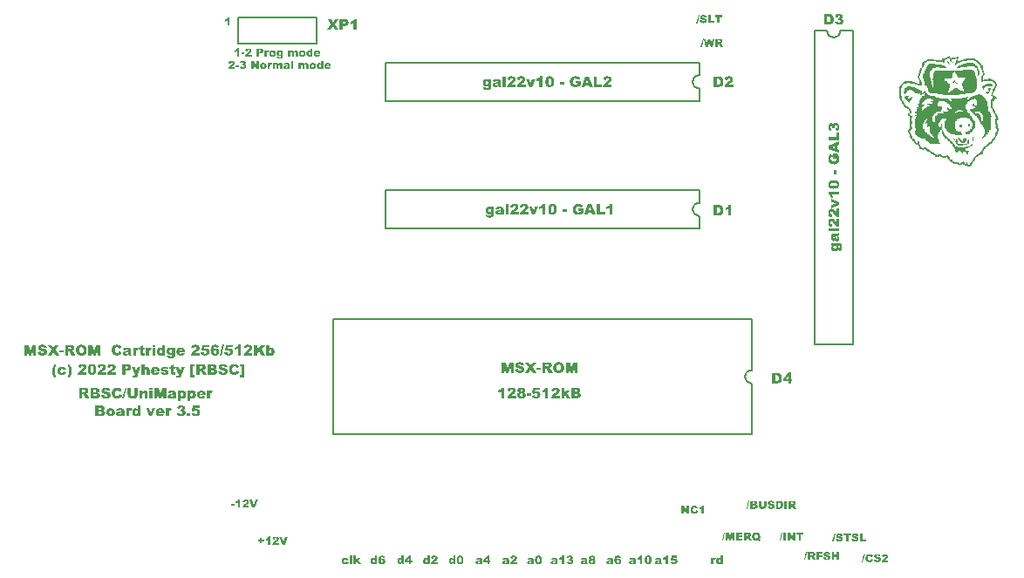
<source format=gto>
G04*
G04 #@! TF.GenerationSoftware,Altium Limited,Altium Designer,19.0.7 (175)*
G04*
G04 Layer_Color=65535*
%FSLAX25Y25*%
%MOIN*%
G70*
G01*
G75*
%ADD10C,0.00787*%
G36*
X364197Y-18995D02*
X364445D01*
Y-19243D01*
X364692D01*
Y-19491D01*
X364940D01*
Y-19243D01*
X366923D01*
Y-18995D01*
X367667D01*
Y-19243D01*
Y-19491D01*
Y-19739D01*
X367419D01*
Y-19987D01*
Y-20235D01*
Y-20483D01*
Y-20730D01*
X367915D01*
Y-20483D01*
X368410D01*
Y-20235D01*
X369154D01*
Y-19987D01*
X370393D01*
Y-19739D01*
X371385D01*
Y-19491D01*
X373615D01*
Y-19739D01*
X374111D01*
Y-19987D01*
X374359D01*
Y-20235D01*
X374855D01*
Y-20483D01*
X375102D01*
Y-20730D01*
X375350D01*
Y-20978D01*
X375598D01*
Y-21226D01*
X375846D01*
Y-21474D01*
X376094D01*
Y-21722D01*
X376342D01*
Y-21970D01*
Y-22218D01*
X376590D01*
Y-22465D01*
X376837D01*
Y-22713D01*
Y-22961D01*
Y-23209D01*
Y-23457D01*
X377085D01*
Y-23705D01*
Y-23953D01*
Y-24200D01*
X377333D01*
Y-24448D01*
Y-24696D01*
Y-24944D01*
Y-25192D01*
X377581D01*
Y-25440D01*
Y-25688D01*
Y-25935D01*
X377333D01*
Y-26183D01*
Y-26431D01*
X377085D01*
Y-26679D01*
Y-26927D01*
X376837D01*
Y-27175D01*
Y-27422D01*
Y-27670D01*
X377085D01*
Y-27918D01*
X377333D01*
Y-27670D01*
X379068D01*
Y-27422D01*
X380060D01*
Y-27670D01*
X380803D01*
Y-27918D01*
X381299D01*
Y-28166D01*
X381547D01*
Y-28414D01*
X381795D01*
Y-28662D01*
X382042D01*
Y-28910D01*
Y-29158D01*
Y-29405D01*
X382290D01*
Y-29653D01*
Y-29901D01*
Y-30149D01*
X382042D01*
Y-30397D01*
Y-30645D01*
Y-30893D01*
Y-31140D01*
X381795D01*
Y-31388D01*
Y-31636D01*
X381547D01*
Y-31884D01*
X381299D01*
Y-32132D01*
Y-32380D01*
X381051D01*
Y-32627D01*
Y-32875D01*
Y-33123D01*
X380803D01*
Y-33371D01*
Y-33619D01*
X381051D01*
Y-33867D01*
X381547D01*
Y-34115D01*
X381795D01*
Y-34362D01*
X382042D01*
Y-34610D01*
X382290D01*
Y-34858D01*
X382538D01*
Y-35106D01*
X381795D01*
Y-35354D01*
X381299D01*
Y-35602D01*
Y-35849D01*
X380555D01*
Y-36097D01*
Y-36345D01*
Y-36593D01*
Y-36841D01*
Y-37089D01*
X380803D01*
Y-37337D01*
Y-37584D01*
Y-37832D01*
Y-38080D01*
Y-38328D01*
Y-38576D01*
X381051D01*
Y-38824D01*
Y-39072D01*
X381299D01*
Y-39320D01*
Y-39567D01*
X381547D01*
Y-39815D01*
Y-40063D01*
X381795D01*
Y-40311D01*
Y-40559D01*
X382042D01*
Y-40807D01*
Y-41054D01*
X382290D01*
Y-41302D01*
Y-41550D01*
X382538D01*
Y-41798D01*
Y-42046D01*
X382786D01*
Y-42294D01*
Y-42542D01*
Y-42790D01*
X383034D01*
Y-43037D01*
X382786D01*
Y-43285D01*
X382290D01*
Y-43533D01*
Y-43781D01*
Y-44029D01*
Y-44277D01*
Y-44524D01*
X382538D01*
Y-44772D01*
Y-45020D01*
Y-45268D01*
Y-45516D01*
Y-45764D01*
Y-46012D01*
X382786D01*
Y-46259D01*
X383034D01*
Y-46507D01*
X383282D01*
Y-46755D01*
X383034D01*
Y-47003D01*
Y-47251D01*
Y-47499D01*
X382786D01*
Y-47747D01*
Y-47994D01*
X382538D01*
Y-48242D01*
Y-48490D01*
Y-48738D01*
X382290D01*
Y-48986D01*
Y-49234D01*
X382042D01*
Y-49481D01*
Y-49729D01*
Y-49977D01*
X381795D01*
Y-50225D01*
Y-50473D01*
X381547D01*
Y-50721D01*
X381299D01*
Y-50969D01*
X381051D01*
Y-51217D01*
X380803D01*
Y-51464D01*
Y-51712D01*
X380555D01*
Y-51960D01*
X380307D01*
Y-52208D01*
X379812D01*
Y-52456D01*
X379564D01*
Y-52704D01*
X379316D01*
Y-52952D01*
X379068D01*
Y-53199D01*
X378820D01*
Y-53447D01*
X378325D01*
Y-53695D01*
X378077D01*
Y-53943D01*
X377829D01*
Y-54191D01*
X377581D01*
Y-54439D01*
X377333D01*
Y-54686D01*
Y-54934D01*
X377085D01*
Y-55182D01*
Y-55430D01*
X376837D01*
Y-55678D01*
Y-55926D01*
Y-56174D01*
X376342D01*
Y-56422D01*
X375846D01*
Y-56669D01*
X375350D01*
Y-56917D01*
X375102D01*
Y-57165D01*
X374855D01*
Y-57413D01*
X374359D01*
Y-57661D01*
X374111D01*
Y-57909D01*
Y-58156D01*
X373863D01*
Y-58404D01*
Y-58652D01*
X373615D01*
Y-58900D01*
X373368D01*
Y-59148D01*
Y-59396D01*
X373120D01*
Y-59644D01*
X372872D01*
Y-59891D01*
Y-60139D01*
X372624D01*
Y-60387D01*
Y-60635D01*
X372376D01*
Y-60883D01*
X370889D01*
Y-60635D01*
X369898D01*
Y-60387D01*
X369402D01*
Y-60139D01*
X368906D01*
Y-60387D01*
X368410D01*
Y-60635D01*
X367915D01*
Y-60387D01*
X367419D01*
Y-60139D01*
X366180D01*
Y-59891D01*
X365684D01*
Y-59644D01*
X365436D01*
Y-59396D01*
X364940D01*
Y-59148D01*
X364692D01*
Y-58900D01*
X364197D01*
Y-58652D01*
X363949D01*
Y-58404D01*
X363701D01*
Y-58156D01*
Y-57909D01*
X363453D01*
Y-57661D01*
Y-57413D01*
X362958D01*
Y-57661D01*
X361223D01*
Y-57413D01*
X360727D01*
Y-57165D01*
X360479D01*
Y-56917D01*
X360231D01*
Y-57165D01*
X358744D01*
Y-56917D01*
X358496D01*
Y-56669D01*
X358000D01*
Y-56422D01*
X357753D01*
Y-56174D01*
X357257D01*
Y-55926D01*
X357009D01*
Y-55678D01*
X356513D01*
Y-55430D01*
X356018D01*
Y-55182D01*
X355770D01*
Y-54934D01*
X355274D01*
Y-54686D01*
X355026D01*
Y-54439D01*
X354283D01*
Y-54686D01*
X353539D01*
Y-54439D01*
X353043D01*
Y-54191D01*
X352796D01*
Y-53943D01*
X352548D01*
Y-53695D01*
Y-53447D01*
Y-53199D01*
X352300D01*
Y-52952D01*
Y-52704D01*
X351308D01*
Y-52456D01*
X350813D01*
Y-52208D01*
Y-51960D01*
X350565D01*
Y-51712D01*
Y-51464D01*
X350317D01*
Y-51217D01*
X350069D01*
Y-50969D01*
X349821D01*
Y-50721D01*
X349573D01*
Y-50473D01*
X349326D01*
Y-50225D01*
Y-49977D01*
X349078D01*
Y-49729D01*
Y-49481D01*
Y-49234D01*
Y-48986D01*
X348830D01*
Y-48738D01*
Y-48490D01*
X348582D01*
Y-48242D01*
Y-47994D01*
X348334D01*
Y-47747D01*
Y-47499D01*
Y-47251D01*
Y-47003D01*
X348582D01*
Y-46755D01*
X348830D01*
Y-46507D01*
X349078D01*
Y-46259D01*
Y-46012D01*
X348830D01*
Y-45764D01*
Y-45516D01*
Y-45268D01*
Y-45020D01*
Y-44772D01*
X349078D01*
Y-44524D01*
Y-44277D01*
Y-44029D01*
Y-43781D01*
X348830D01*
Y-43533D01*
Y-43285D01*
Y-43037D01*
Y-42790D01*
Y-42542D01*
Y-42294D01*
X349078D01*
Y-42046D01*
Y-41798D01*
X348582D01*
Y-41550D01*
X348334D01*
Y-41302D01*
Y-41054D01*
Y-40807D01*
X348582D01*
Y-40559D01*
X348830D01*
Y-40311D01*
Y-40063D01*
Y-39815D01*
Y-39567D01*
X348582D01*
Y-39320D01*
Y-39072D01*
X348086D01*
Y-38824D01*
X347838D01*
Y-38576D01*
X347343D01*
Y-38328D01*
X347095D01*
Y-38080D01*
X346847D01*
Y-37832D01*
X346599D01*
Y-37584D01*
Y-37337D01*
X346351D01*
Y-37089D01*
X346104D01*
Y-36841D01*
X345856D01*
Y-36593D01*
Y-36345D01*
Y-36097D01*
X345608D01*
Y-35849D01*
Y-35602D01*
X345360D01*
Y-35354D01*
Y-35106D01*
Y-34858D01*
X345112D01*
Y-34610D01*
Y-34362D01*
Y-34115D01*
Y-33867D01*
X344864D01*
Y-33619D01*
Y-33371D01*
Y-33123D01*
Y-32875D01*
Y-32627D01*
Y-32380D01*
Y-32132D01*
Y-31884D01*
Y-31636D01*
Y-31388D01*
Y-31140D01*
X345112D01*
Y-30893D01*
Y-30645D01*
Y-30397D01*
X345360D01*
Y-30149D01*
Y-29901D01*
X345608D01*
Y-29653D01*
X345856D01*
Y-29405D01*
Y-29158D01*
X346351D01*
Y-28910D01*
X346599D01*
Y-28662D01*
X347095D01*
Y-28414D01*
X349821D01*
Y-28662D01*
X350813D01*
Y-28910D01*
X351804D01*
Y-29158D01*
X352796D01*
Y-28910D01*
Y-28662D01*
Y-28414D01*
X352548D01*
Y-28166D01*
Y-27918D01*
Y-27670D01*
X352300D01*
Y-27422D01*
Y-27175D01*
Y-26927D01*
X352052D01*
Y-26679D01*
Y-26431D01*
X352300D01*
Y-26183D01*
Y-25935D01*
Y-25688D01*
Y-25440D01*
X352548D01*
Y-25192D01*
Y-24944D01*
Y-24696D01*
Y-24448D01*
X352796D01*
Y-24200D01*
Y-23953D01*
X353043D01*
Y-23705D01*
Y-23457D01*
X353291D01*
Y-23209D01*
X353539D01*
Y-22961D01*
Y-22713D01*
Y-22465D01*
Y-22218D01*
X353787D01*
Y-21970D01*
Y-21722D01*
Y-21474D01*
X354035D01*
Y-21226D01*
Y-20978D01*
X354283D01*
Y-20730D01*
X354778D01*
Y-20483D01*
X355274D01*
Y-20235D01*
X355770D01*
Y-19987D01*
X358248D01*
Y-20235D01*
X361470D01*
Y-19987D01*
Y-19739D01*
X361966D01*
Y-19491D01*
X362710D01*
Y-19243D01*
X363453D01*
Y-18995D01*
X363949D01*
Y-18748D01*
X364197D01*
Y-18995D01*
D02*
G37*
G36*
X200065Y-135768D02*
X200130D01*
X200203Y-135776D01*
X200283Y-135783D01*
X200371Y-135798D01*
X200560Y-135834D01*
X200757Y-135885D01*
X200940Y-135958D01*
X201027Y-136002D01*
X201107Y-136053D01*
X201115D01*
X201122Y-136067D01*
X201173Y-136104D01*
X201238Y-136177D01*
X201319Y-136271D01*
X201362Y-136330D01*
X201399Y-136395D01*
X201443Y-136476D01*
X201479Y-136556D01*
X201516Y-136643D01*
X201545Y-136738D01*
X201567Y-136847D01*
X201588Y-136957D01*
X200422Y-137022D01*
Y-137008D01*
X200415Y-136979D01*
X200400Y-136927D01*
X200378Y-136869D01*
X200349Y-136811D01*
X200320Y-136745D01*
X200276Y-136680D01*
X200225Y-136629D01*
X200218Y-136621D01*
X200196Y-136607D01*
X200167Y-136592D01*
X200123Y-136563D01*
X200065Y-136541D01*
X199992Y-136527D01*
X199912Y-136512D01*
X199817Y-136505D01*
X199780D01*
X199744Y-136512D01*
X199693Y-136519D01*
X199584Y-136541D01*
X199533Y-136570D01*
X199489Y-136600D01*
X199481Y-136607D01*
X199474Y-136614D01*
X199438Y-136658D01*
X199401Y-136731D01*
X199394Y-136775D01*
X199387Y-136818D01*
Y-136826D01*
Y-136833D01*
X199401Y-136876D01*
X199423Y-136935D01*
X199445Y-136964D01*
X199474Y-136993D01*
X199481D01*
X199496Y-137008D01*
X199518Y-137022D01*
X199562Y-137044D01*
X199613Y-137066D01*
X199686Y-137088D01*
X199773Y-137117D01*
X199882Y-137139D01*
X199890D01*
X199919Y-137146D01*
X199963Y-137153D01*
X200014Y-137168D01*
X200079Y-137183D01*
X200160Y-137205D01*
X200247Y-137226D01*
X200335Y-137248D01*
X200524Y-137299D01*
X200721Y-137365D01*
X200896Y-137431D01*
X200976Y-137460D01*
X201049Y-137496D01*
X201056D01*
X201063Y-137503D01*
X201107Y-137525D01*
X201166Y-137562D01*
X201246Y-137613D01*
X201326Y-137678D01*
X201413Y-137751D01*
X201494Y-137839D01*
X201559Y-137934D01*
X201567Y-137948D01*
X201581Y-137977D01*
X201610Y-138036D01*
X201639Y-138109D01*
X201669Y-138196D01*
X201698Y-138291D01*
X201712Y-138407D01*
X201720Y-138524D01*
Y-138531D01*
Y-138539D01*
Y-138560D01*
Y-138590D01*
X201705Y-138663D01*
X201690Y-138757D01*
X201669Y-138867D01*
X201625Y-138991D01*
X201574Y-139114D01*
X201501Y-139239D01*
X201494Y-139253D01*
X201464Y-139289D01*
X201413Y-139348D01*
X201348Y-139421D01*
X201260Y-139501D01*
X201158Y-139581D01*
X201042Y-139654D01*
X200903Y-139727D01*
X200896D01*
X200888Y-139734D01*
X200867Y-139742D01*
X200837Y-139749D01*
X200801Y-139763D01*
X200750Y-139778D01*
X200699Y-139793D01*
X200641Y-139807D01*
X200502Y-139836D01*
X200335Y-139865D01*
X200152Y-139880D01*
X199941Y-139887D01*
X199846D01*
X199773Y-139880D01*
X199693Y-139873D01*
X199598Y-139865D01*
X199496Y-139858D01*
X199380Y-139836D01*
X199146Y-139793D01*
X198913Y-139727D01*
X198804Y-139683D01*
X198702Y-139625D01*
X198607Y-139567D01*
X198527Y-139501D01*
X198519Y-139494D01*
X198512Y-139479D01*
X198490Y-139457D01*
X198468Y-139428D01*
X198439Y-139392D01*
X198403Y-139348D01*
X198366Y-139289D01*
X198330Y-139231D01*
X198249Y-139085D01*
X198177Y-138910D01*
X198126Y-138721D01*
X198104Y-138611D01*
X198089Y-138502D01*
X199263Y-138422D01*
Y-138437D01*
X199270Y-138473D01*
X199277Y-138524D01*
X199299Y-138582D01*
X199343Y-138728D01*
X199380Y-138801D01*
X199416Y-138859D01*
X199423Y-138867D01*
X199452Y-138896D01*
X199496Y-138932D01*
X199554Y-138976D01*
X199635Y-139027D01*
X199729Y-139064D01*
X199839Y-139093D01*
X199963Y-139100D01*
X200006D01*
X200050Y-139093D01*
X200116Y-139085D01*
X200181Y-139071D01*
X200247Y-139049D01*
X200313Y-139020D01*
X200371Y-138983D01*
X200378Y-138976D01*
X200393Y-138961D01*
X200415Y-138932D01*
X200444Y-138903D01*
X200473Y-138859D01*
X200495Y-138808D01*
X200509Y-138750D01*
X200517Y-138692D01*
Y-138684D01*
Y-138663D01*
X200509Y-138633D01*
X200502Y-138597D01*
X200480Y-138553D01*
X200458Y-138510D01*
X200422Y-138458D01*
X200378Y-138415D01*
X200371Y-138407D01*
X200349Y-138393D01*
X200305Y-138371D01*
X200247Y-138342D01*
X200160Y-138305D01*
X200050Y-138262D01*
X199985Y-138240D01*
X199912Y-138225D01*
X199831Y-138203D01*
X199744Y-138181D01*
X199737D01*
X199707Y-138174D01*
X199664Y-138160D01*
X199613Y-138152D01*
X199547Y-138130D01*
X199467Y-138109D01*
X199387Y-138087D01*
X199299Y-138057D01*
X199102Y-137985D01*
X198913Y-137904D01*
X198738Y-137810D01*
X198658Y-137759D01*
X198585Y-137700D01*
Y-137693D01*
X198570Y-137686D01*
X198534Y-137649D01*
X198476Y-137584D01*
X198417Y-137489D01*
X198352Y-137380D01*
X198293Y-137248D01*
X198257Y-137102D01*
X198249Y-137022D01*
X198242Y-136935D01*
Y-136927D01*
Y-136920D01*
Y-136884D01*
X198249Y-136818D01*
X198264Y-136745D01*
X198286Y-136658D01*
X198315Y-136556D01*
X198359Y-136454D01*
X198417Y-136352D01*
X198424Y-136337D01*
X198454Y-136308D01*
X198497Y-136257D01*
X198556Y-136191D01*
X198629Y-136126D01*
X198723Y-136053D01*
X198833Y-135987D01*
X198957Y-135922D01*
X198964D01*
X198971Y-135914D01*
X198993Y-135907D01*
X199022Y-135900D01*
X199059Y-135885D01*
X199102Y-135871D01*
X199153Y-135856D01*
X199212Y-135841D01*
X199277Y-135827D01*
X199358Y-135812D01*
X199525Y-135783D01*
X199722Y-135768D01*
X199941Y-135761D01*
X200014D01*
X200065Y-135768D01*
D02*
G37*
G36*
X204920Y-137766D02*
X206283Y-139822D01*
X204898D01*
X204103Y-138539D01*
X203316Y-139822D01*
X201938D01*
X203316Y-137744D01*
X202062Y-135827D01*
X203425D01*
X204125Y-137059D01*
X204818Y-135827D01*
X206167D01*
X204920Y-137766D01*
D02*
G37*
G36*
X222022Y-139822D02*
X221009D01*
Y-136775D01*
X220229Y-139822D01*
X219310D01*
X218538Y-136775D01*
Y-139822D01*
X217524D01*
Y-135827D01*
X219150D01*
X219770Y-138262D01*
X220397Y-135827D01*
X222022D01*
Y-139822D01*
D02*
G37*
G36*
X197520D02*
X196507D01*
Y-136775D01*
X195727Y-139822D01*
X194809D01*
X194036Y-136775D01*
Y-139822D01*
X193023D01*
Y-135827D01*
X194648D01*
X195268Y-138262D01*
X195895Y-135827D01*
X197520D01*
Y-139822D01*
D02*
G37*
G36*
X208011Y-138794D02*
X206400D01*
Y-137934D01*
X208011D01*
Y-138794D01*
D02*
G37*
G36*
X210810Y-135834D02*
X210941Y-135841D01*
X211080Y-135849D01*
X211226Y-135871D01*
X211364Y-135892D01*
X211488Y-135929D01*
X211503Y-135936D01*
X211539Y-135951D01*
X211597Y-135973D01*
X211663Y-136009D01*
X211743Y-136060D01*
X211824Y-136126D01*
X211904Y-136198D01*
X211977Y-136293D01*
X211984Y-136308D01*
X212006Y-136337D01*
X212035Y-136395D01*
X212071Y-136476D01*
X212108Y-136570D01*
X212137Y-136680D01*
X212159Y-136804D01*
X212166Y-136942D01*
Y-136957D01*
Y-137000D01*
X212159Y-137059D01*
X212152Y-137139D01*
X212130Y-137226D01*
X212108Y-137321D01*
X212071Y-137423D01*
X212020Y-137518D01*
X212013Y-137525D01*
X211999Y-137555D01*
X211962Y-137598D01*
X211918Y-137656D01*
X211860Y-137715D01*
X211794Y-137780D01*
X211714Y-137846D01*
X211627Y-137904D01*
X211619Y-137912D01*
X211597Y-137919D01*
X211561Y-137941D01*
X211517Y-137963D01*
X211452Y-137985D01*
X211379Y-138014D01*
X211291Y-138036D01*
X211197Y-138065D01*
X211204D01*
X211233Y-138079D01*
X211269Y-138094D01*
X211320Y-138109D01*
X211423Y-138160D01*
X211474Y-138181D01*
X211517Y-138211D01*
X211532Y-138218D01*
X211546Y-138232D01*
X211568Y-138254D01*
X211597Y-138284D01*
X211627Y-138320D01*
X211670Y-138364D01*
X211714Y-138422D01*
X211721Y-138429D01*
X211736Y-138451D01*
X211758Y-138480D01*
X211787Y-138510D01*
X211845Y-138597D01*
X211867Y-138633D01*
X211889Y-138670D01*
X212494Y-139822D01*
X211094D01*
X210431Y-138604D01*
X210424Y-138597D01*
X210409Y-138568D01*
X210387Y-138524D01*
X210358Y-138480D01*
X210285Y-138378D01*
X210242Y-138335D01*
X210205Y-138298D01*
X210198Y-138291D01*
X210183Y-138284D01*
X210154Y-138269D01*
X210118Y-138247D01*
X210074Y-138232D01*
X210023Y-138218D01*
X209965Y-138211D01*
X209899Y-138203D01*
X209797D01*
Y-139822D01*
X208558D01*
Y-135827D01*
X210759D01*
X210810Y-135834D01*
D02*
G37*
G36*
X214958Y-135768D02*
X215046Y-135776D01*
X215141Y-135790D01*
X215250Y-135805D01*
X215359Y-135827D01*
X215483Y-135856D01*
X215607Y-135892D01*
X215738Y-135936D01*
X215862Y-135987D01*
X215986Y-136053D01*
X216110Y-136126D01*
X216219Y-136206D01*
X216329Y-136301D01*
X216336Y-136308D01*
X216351Y-136322D01*
X216380Y-136359D01*
X216416Y-136395D01*
X216453Y-136454D01*
X216504Y-136519D01*
X216555Y-136600D01*
X216606Y-136687D01*
X216657Y-136789D01*
X216701Y-136898D01*
X216752Y-137022D01*
X216788Y-137153D01*
X216825Y-137299D01*
X216854Y-137452D01*
X216868Y-137620D01*
X216876Y-137795D01*
Y-137802D01*
Y-137824D01*
Y-137861D01*
Y-137912D01*
X216868Y-137970D01*
X216861Y-138043D01*
X216854Y-138116D01*
X216846Y-138203D01*
X216817Y-138385D01*
X216773Y-138575D01*
X216715Y-138765D01*
X216635Y-138947D01*
Y-138954D01*
X216628Y-138969D01*
X216613Y-138991D01*
X216591Y-139020D01*
X216540Y-139100D01*
X216460Y-139202D01*
X216365Y-139311D01*
X216248Y-139428D01*
X216117Y-139537D01*
X215957Y-139639D01*
X215950D01*
X215935Y-139647D01*
X215913Y-139661D01*
X215877Y-139676D01*
X215833Y-139698D01*
X215782Y-139720D01*
X215724Y-139742D01*
X215651Y-139763D01*
X215571Y-139785D01*
X215490Y-139807D01*
X215301Y-139851D01*
X215082Y-139880D01*
X214842Y-139887D01*
X214732D01*
X214674Y-139880D01*
X214608Y-139873D01*
X214535D01*
X214448Y-139858D01*
X214273Y-139836D01*
X214091Y-139800D01*
X213901Y-139749D01*
X213726Y-139676D01*
X213719D01*
X213704Y-139669D01*
X213683Y-139654D01*
X213653Y-139632D01*
X213573Y-139581D01*
X213471Y-139508D01*
X213354Y-139421D01*
X213238Y-139297D01*
X213114Y-139158D01*
X213004Y-138998D01*
Y-138991D01*
X212990Y-138976D01*
X212983Y-138947D01*
X212961Y-138910D01*
X212939Y-138867D01*
X212917Y-138816D01*
X212895Y-138750D01*
X212873Y-138677D01*
X212844Y-138597D01*
X212822Y-138510D01*
X212800Y-138415D01*
X212778Y-138305D01*
X212749Y-138079D01*
X212735Y-137831D01*
Y-137817D01*
Y-137788D01*
X212742Y-137737D01*
Y-137671D01*
X212749Y-137591D01*
X212764Y-137496D01*
X212778Y-137387D01*
X212800Y-137277D01*
X212829Y-137153D01*
X212866Y-137030D01*
X212910Y-136906D01*
X212961Y-136775D01*
X213026Y-136651D01*
X213099Y-136527D01*
X213179Y-136417D01*
X213274Y-136308D01*
X213281Y-136301D01*
X213303Y-136286D01*
X213333Y-136257D01*
X213376Y-136220D01*
X213435Y-136184D01*
X213500Y-136133D01*
X213580Y-136082D01*
X213668Y-136031D01*
X213770Y-135980D01*
X213887Y-135936D01*
X214011Y-135885D01*
X214149Y-135849D01*
X214295Y-135812D01*
X214455Y-135783D01*
X214623Y-135768D01*
X214798Y-135761D01*
X214893D01*
X214958Y-135768D01*
D02*
G37*
G36*
X204184Y-148513D02*
X202572D01*
Y-147653D01*
X204184D01*
Y-148513D01*
D02*
G37*
G36*
X207625Y-146435D02*
X205831D01*
X205736Y-147033D01*
X205744Y-147026D01*
X205766Y-147018D01*
X205809Y-147004D01*
X205853Y-146982D01*
X205911Y-146960D01*
X205977Y-146938D01*
X206108Y-146902D01*
X206116D01*
X206137Y-146894D01*
X206174Y-146887D01*
X206225Y-146880D01*
X206276Y-146873D01*
X206334Y-146865D01*
X206465Y-146858D01*
X206524D01*
X206567Y-146865D01*
X206618D01*
X206677Y-146880D01*
X206808Y-146902D01*
X206968Y-146946D01*
X207129Y-147011D01*
X207209Y-147055D01*
X207289Y-147099D01*
X207362Y-147157D01*
X207435Y-147222D01*
X207442Y-147230D01*
X207450Y-147237D01*
X207471Y-147259D01*
X207493Y-147288D01*
X207522Y-147325D01*
X207552Y-147368D01*
X207625Y-147470D01*
X207697Y-147601D01*
X207756Y-147762D01*
X207799Y-147937D01*
X207807Y-148032D01*
X207814Y-148134D01*
Y-148141D01*
Y-148148D01*
Y-148170D01*
Y-148199D01*
X207807Y-148272D01*
X207792Y-148374D01*
X207763Y-148484D01*
X207734Y-148608D01*
X207683Y-148746D01*
X207617Y-148877D01*
Y-148885D01*
X207610Y-148892D01*
X207581Y-148936D01*
X207537Y-149001D01*
X207479Y-149081D01*
X207399Y-149169D01*
X207304Y-149256D01*
X207194Y-149344D01*
X207070Y-149424D01*
X207063D01*
X207056Y-149431D01*
X207034Y-149439D01*
X207005Y-149453D01*
X206976Y-149468D01*
X206932Y-149482D01*
X206830Y-149512D01*
X206699Y-149548D01*
X206538Y-149577D01*
X206363Y-149599D01*
X206167Y-149606D01*
X206101D01*
X206028Y-149599D01*
X205933D01*
X205831Y-149592D01*
X205715Y-149577D01*
X205598Y-149555D01*
X205488Y-149533D01*
X205474Y-149526D01*
X205445Y-149519D01*
X205394Y-149504D01*
X205328Y-149475D01*
X205248Y-149446D01*
X205168Y-149409D01*
X205007Y-149315D01*
X205000Y-149307D01*
X204978Y-149285D01*
X204942Y-149256D01*
X204891Y-149213D01*
X204840Y-149169D01*
X204789Y-149111D01*
X204687Y-148979D01*
X204679Y-148972D01*
X204665Y-148943D01*
X204643Y-148907D01*
X204621Y-148848D01*
X204585Y-148783D01*
X204555Y-148702D01*
X204519Y-148608D01*
X204490Y-148505D01*
X205612Y-148382D01*
Y-148396D01*
X205620Y-148425D01*
X205634Y-148476D01*
X205649Y-148535D01*
X205671Y-148600D01*
X205707Y-148666D01*
X205744Y-148732D01*
X205795Y-148790D01*
X205802Y-148797D01*
X205824Y-148812D01*
X205853Y-148834D01*
X205897Y-148855D01*
X205948Y-148885D01*
X206013Y-148907D01*
X206086Y-148921D01*
X206159Y-148928D01*
X206196D01*
X206239Y-148921D01*
X206298Y-148907D01*
X206356Y-148885D01*
X206422Y-148855D01*
X206487Y-148812D01*
X206546Y-148753D01*
X206553Y-148746D01*
X206567Y-148717D01*
X206597Y-148680D01*
X206626Y-148622D01*
X206648Y-148549D01*
X206677Y-148462D01*
X206691Y-148360D01*
X206699Y-148236D01*
Y-148229D01*
Y-148221D01*
Y-148178D01*
X206691Y-148112D01*
X206677Y-148039D01*
X206662Y-147951D01*
X206633Y-147864D01*
X206597Y-147784D01*
X206546Y-147711D01*
X206538Y-147704D01*
X206516Y-147682D01*
X206487Y-147660D01*
X206436Y-147623D01*
X206378Y-147594D01*
X206312Y-147572D01*
X206225Y-147550D01*
X206137Y-147543D01*
X206108D01*
X206079Y-147550D01*
X206035D01*
X205941Y-147580D01*
X205882Y-147594D01*
X205824Y-147623D01*
X205817D01*
X205802Y-147638D01*
X205780Y-147653D01*
X205751Y-147675D01*
X205715Y-147704D01*
X205671Y-147740D01*
X205627Y-147784D01*
X205576Y-147835D01*
X204636Y-147696D01*
X204985Y-145546D01*
X207625D01*
Y-146435D01*
D02*
G37*
G36*
X222022Y-145553D02*
X222073D01*
X222124Y-145560D01*
X222255Y-145582D01*
X222401Y-145619D01*
X222547Y-145670D01*
X222686Y-145743D01*
X222817Y-145837D01*
X222824D01*
X222831Y-145852D01*
X222868Y-145888D01*
X222919Y-145947D01*
X222977Y-146034D01*
X223028Y-146136D01*
X223079Y-146253D01*
X223116Y-146391D01*
X223130Y-146464D01*
Y-146545D01*
Y-146552D01*
Y-146559D01*
Y-146603D01*
X223116Y-146668D01*
X223101Y-146749D01*
X223072Y-146843D01*
X223036Y-146946D01*
X222977Y-147047D01*
X222904Y-147150D01*
X222897Y-147157D01*
X222875Y-147179D01*
X222846Y-147208D01*
X222795Y-147244D01*
X222737Y-147288D01*
X222664Y-147332D01*
X222576Y-147376D01*
X222474Y-147419D01*
X222481D01*
X222496Y-147427D01*
X222518D01*
X222547Y-147441D01*
X222620Y-147463D01*
X222715Y-147500D01*
X222817Y-147550D01*
X222926Y-147616D01*
X223021Y-147689D01*
X223108Y-147776D01*
X223116Y-147791D01*
X223138Y-147820D01*
X223174Y-147879D01*
X223211Y-147951D01*
X223247Y-148039D01*
X223283Y-148148D01*
X223305Y-148272D01*
X223313Y-148411D01*
Y-148425D01*
Y-148462D01*
X223305Y-148520D01*
X223298Y-148593D01*
X223276Y-148680D01*
X223254Y-148775D01*
X223218Y-148870D01*
X223167Y-148965D01*
X223160Y-148972D01*
X223138Y-149009D01*
X223108Y-149052D01*
X223065Y-149103D01*
X223006Y-149169D01*
X222934Y-149234D01*
X222853Y-149300D01*
X222766Y-149358D01*
X222759D01*
X222737Y-149373D01*
X222700Y-149388D01*
X222649Y-149409D01*
X222584Y-149431D01*
X222503Y-149453D01*
X222409Y-149468D01*
X222299Y-149490D01*
X222285D01*
X222263Y-149497D01*
X222234D01*
X222161Y-149504D01*
X222073Y-149512D01*
X221978Y-149526D01*
X221891Y-149533D01*
X221811Y-149541D01*
X219617D01*
Y-145546D01*
X221986D01*
X222022Y-145553D01*
D02*
G37*
G36*
X216956Y-147601D02*
X217779Y-146647D01*
X219150D01*
X218108Y-147667D01*
X219208Y-149541D01*
X217954D01*
X217364Y-148389D01*
X216956Y-148790D01*
Y-149541D01*
X215818D01*
Y-145546D01*
X216956D01*
Y-147601D01*
D02*
G37*
G36*
X213741Y-145487D02*
X213799D01*
X213930Y-145495D01*
X214076Y-145517D01*
X214229Y-145538D01*
X214375Y-145575D01*
X214506Y-145619D01*
X214513D01*
X214521Y-145626D01*
X214557Y-145641D01*
X214623Y-145677D01*
X214696Y-145721D01*
X214776Y-145779D01*
X214863Y-145845D01*
X214951Y-145932D01*
X215024Y-146027D01*
X215031Y-146042D01*
X215053Y-146078D01*
X215082Y-146129D01*
X215119Y-146209D01*
X215155Y-146297D01*
X215184Y-146406D01*
X215206Y-146523D01*
X215213Y-146647D01*
Y-146654D01*
Y-146661D01*
Y-146683D01*
Y-146705D01*
X215199Y-146778D01*
X215184Y-146873D01*
X215162Y-146975D01*
X215119Y-147099D01*
X215068Y-147222D01*
X214995Y-147346D01*
X214987Y-147361D01*
X214951Y-147405D01*
X214900Y-147470D01*
X214820Y-147558D01*
X214710Y-147667D01*
X214645Y-147725D01*
X214579Y-147791D01*
X214499Y-147857D01*
X214411Y-147930D01*
X214317Y-148003D01*
X214215Y-148075D01*
X214200Y-148083D01*
X214164Y-148112D01*
X214105Y-148156D01*
X214032Y-148207D01*
X213960Y-148258D01*
X213879Y-148309D01*
X213814Y-148360D01*
X213763Y-148403D01*
X213755Y-148411D01*
X213741Y-148418D01*
X213719Y-148440D01*
X213690Y-148462D01*
X213610Y-148542D01*
X213500Y-148637D01*
X215243D01*
Y-149541D01*
X211904D01*
Y-149533D01*
Y-149519D01*
X211911Y-149490D01*
X211918Y-149460D01*
X211926Y-149417D01*
X211933Y-149366D01*
X211969Y-149242D01*
X212013Y-149103D01*
X212071Y-148950D01*
X212152Y-148783D01*
X212246Y-148622D01*
X212254Y-148615D01*
X212261Y-148600D01*
X212276Y-148578D01*
X212305Y-148542D01*
X212341Y-148505D01*
X212378Y-148454D01*
X212436Y-148396D01*
X212494Y-148330D01*
X212560Y-148258D01*
X212640Y-148178D01*
X212727Y-148097D01*
X212829Y-148003D01*
X212939Y-147908D01*
X213063Y-147806D01*
X213194Y-147704D01*
X213340Y-147594D01*
X213347Y-147587D01*
X213362Y-147580D01*
X213384Y-147558D01*
X213420Y-147536D01*
X213500Y-147470D01*
X213602Y-147390D01*
X213704Y-147295D01*
X213814Y-147208D01*
X213901Y-147120D01*
X213938Y-147077D01*
X213967Y-147040D01*
X213974Y-147033D01*
X213989Y-147011D01*
X214011Y-146975D01*
X214040Y-146924D01*
X214061Y-146873D01*
X214083Y-146807D01*
X214098Y-146749D01*
X214105Y-146683D01*
Y-146676D01*
Y-146654D01*
X214098Y-146617D01*
X214091Y-146574D01*
X214069Y-146523D01*
X214047Y-146472D01*
X214011Y-146421D01*
X213967Y-146370D01*
X213960Y-146362D01*
X213945Y-146348D01*
X213916Y-146326D01*
X213872Y-146304D01*
X213821Y-146282D01*
X213763Y-146260D01*
X213697Y-146246D01*
X213624Y-146238D01*
X213588D01*
X213551Y-146246D01*
X213500Y-146253D01*
X213449Y-146275D01*
X213391Y-146297D01*
X213333Y-146333D01*
X213274Y-146377D01*
X213267Y-146384D01*
X213252Y-146399D01*
X213230Y-146435D01*
X213201Y-146486D01*
X213172Y-146552D01*
X213143Y-146632D01*
X213121Y-146727D01*
X213099Y-146843D01*
X211984Y-146756D01*
Y-146749D01*
Y-146734D01*
X211991Y-146712D01*
X211999Y-146676D01*
X212013Y-146596D01*
X212035Y-146486D01*
X212071Y-146370D01*
X212108Y-146253D01*
X212159Y-146136D01*
X212217Y-146027D01*
X212225Y-146012D01*
X212246Y-145983D01*
X212290Y-145939D01*
X212348Y-145881D01*
X212414Y-145816D01*
X212502Y-145750D01*
X212596Y-145684D01*
X212713Y-145626D01*
X212720D01*
X212727Y-145619D01*
X212771Y-145604D01*
X212844Y-145582D01*
X212946Y-145553D01*
X213070Y-145524D01*
X213223Y-145502D01*
X213398Y-145487D01*
X213595Y-145480D01*
X213690D01*
X213741Y-145487D01*
D02*
G37*
G36*
X210781Y-149541D02*
X209658D01*
Y-146887D01*
X209644Y-146894D01*
X209615Y-146924D01*
X209556Y-146960D01*
X209491Y-147011D01*
X209411Y-147062D01*
X209316Y-147120D01*
X209221Y-147179D01*
X209126Y-147230D01*
X209112Y-147237D01*
X209083Y-147252D01*
X209024Y-147274D01*
X208951Y-147303D01*
X208857Y-147339D01*
X208754Y-147383D01*
X208630Y-147419D01*
X208492Y-147463D01*
Y-146559D01*
X208499D01*
X208514Y-146552D01*
X208543Y-146537D01*
X208587Y-146530D01*
X208630Y-146508D01*
X208689Y-146486D01*
X208813Y-146435D01*
X208951Y-146370D01*
X209097Y-146297D01*
X209243Y-146216D01*
X209367Y-146122D01*
X209374D01*
X209381Y-146107D01*
X209418Y-146078D01*
X209476Y-146020D01*
X209549Y-145939D01*
X209629Y-145852D01*
X209709Y-145743D01*
X209790Y-145619D01*
X209862Y-145480D01*
X210781D01*
Y-149541D01*
D02*
G37*
G36*
X196981Y-145487D02*
X197039D01*
X197171Y-145495D01*
X197316Y-145517D01*
X197469Y-145538D01*
X197615Y-145575D01*
X197747Y-145619D01*
X197754D01*
X197761Y-145626D01*
X197798Y-145641D01*
X197863Y-145677D01*
X197936Y-145721D01*
X198016Y-145779D01*
X198104Y-145845D01*
X198191Y-145932D01*
X198264Y-146027D01*
X198271Y-146042D01*
X198293Y-146078D01*
X198322Y-146129D01*
X198359Y-146209D01*
X198395Y-146297D01*
X198424Y-146406D01*
X198446Y-146523D01*
X198454Y-146647D01*
Y-146654D01*
Y-146661D01*
Y-146683D01*
Y-146705D01*
X198439Y-146778D01*
X198424Y-146873D01*
X198403Y-146975D01*
X198359Y-147099D01*
X198308Y-147222D01*
X198235Y-147346D01*
X198228Y-147361D01*
X198191Y-147405D01*
X198140Y-147470D01*
X198060Y-147558D01*
X197951Y-147667D01*
X197885Y-147725D01*
X197819Y-147791D01*
X197739Y-147857D01*
X197652Y-147930D01*
X197557Y-148003D01*
X197455Y-148075D01*
X197440Y-148083D01*
X197404Y-148112D01*
X197346Y-148156D01*
X197273Y-148207D01*
X197200Y-148258D01*
X197120Y-148309D01*
X197054Y-148360D01*
X197003Y-148403D01*
X196996Y-148411D01*
X196981Y-148418D01*
X196959Y-148440D01*
X196930Y-148462D01*
X196850Y-148542D01*
X196740Y-148637D01*
X198483D01*
Y-149541D01*
X195144D01*
Y-149533D01*
Y-149519D01*
X195151Y-149490D01*
X195159Y-149460D01*
X195166Y-149417D01*
X195173Y-149366D01*
X195210Y-149242D01*
X195253Y-149103D01*
X195312Y-148950D01*
X195392Y-148783D01*
X195487Y-148622D01*
X195494Y-148615D01*
X195501Y-148600D01*
X195516Y-148578D01*
X195545Y-148542D01*
X195581Y-148505D01*
X195618Y-148454D01*
X195676Y-148396D01*
X195735Y-148330D01*
X195800Y-148258D01*
X195880Y-148178D01*
X195968Y-148097D01*
X196070Y-148003D01*
X196179Y-147908D01*
X196303Y-147806D01*
X196434Y-147704D01*
X196580Y-147594D01*
X196587Y-147587D01*
X196602Y-147580D01*
X196624Y-147558D01*
X196660Y-147536D01*
X196740Y-147470D01*
X196843Y-147390D01*
X196945Y-147295D01*
X197054Y-147208D01*
X197142Y-147120D01*
X197178Y-147077D01*
X197207Y-147040D01*
X197214Y-147033D01*
X197229Y-147011D01*
X197251Y-146975D01*
X197280Y-146924D01*
X197302Y-146873D01*
X197324Y-146807D01*
X197338Y-146749D01*
X197346Y-146683D01*
Y-146676D01*
Y-146654D01*
X197338Y-146617D01*
X197331Y-146574D01*
X197309Y-146523D01*
X197287Y-146472D01*
X197251Y-146421D01*
X197207Y-146370D01*
X197200Y-146362D01*
X197185Y-146348D01*
X197156Y-146326D01*
X197112Y-146304D01*
X197061Y-146282D01*
X197003Y-146260D01*
X196937Y-146246D01*
X196864Y-146238D01*
X196828D01*
X196792Y-146246D01*
X196740Y-146253D01*
X196689Y-146275D01*
X196631Y-146297D01*
X196573Y-146333D01*
X196514Y-146377D01*
X196507Y-146384D01*
X196493Y-146399D01*
X196471Y-146435D01*
X196442Y-146486D01*
X196413Y-146552D01*
X196383Y-146632D01*
X196361Y-146727D01*
X196340Y-146843D01*
X195224Y-146756D01*
Y-146749D01*
Y-146734D01*
X195231Y-146712D01*
X195239Y-146676D01*
X195253Y-146596D01*
X195275Y-146486D01*
X195312Y-146370D01*
X195348Y-146253D01*
X195399Y-146136D01*
X195457Y-146027D01*
X195465Y-146012D01*
X195487Y-145983D01*
X195530Y-145939D01*
X195589Y-145881D01*
X195654Y-145816D01*
X195742Y-145750D01*
X195837Y-145684D01*
X195953Y-145626D01*
X195960D01*
X195968Y-145619D01*
X196011Y-145604D01*
X196084Y-145582D01*
X196186Y-145553D01*
X196310Y-145524D01*
X196464Y-145502D01*
X196638Y-145487D01*
X196835Y-145480D01*
X196930D01*
X196981Y-145487D01*
D02*
G37*
G36*
X194021Y-149541D02*
X192899D01*
Y-146887D01*
X192884Y-146894D01*
X192855Y-146924D01*
X192797Y-146960D01*
X192731Y-147011D01*
X192651Y-147062D01*
X192556Y-147120D01*
X192461Y-147179D01*
X192367Y-147230D01*
X192352Y-147237D01*
X192323Y-147252D01*
X192264Y-147274D01*
X192192Y-147303D01*
X192097Y-147339D01*
X191995Y-147383D01*
X191871Y-147419D01*
X191732Y-147463D01*
Y-146559D01*
X191740D01*
X191754Y-146552D01*
X191783Y-146537D01*
X191827Y-146530D01*
X191871Y-146508D01*
X191929Y-146486D01*
X192053Y-146435D01*
X192192Y-146370D01*
X192337Y-146297D01*
X192483Y-146216D01*
X192607Y-146122D01*
X192614D01*
X192622Y-146107D01*
X192658Y-146078D01*
X192716Y-146020D01*
X192789Y-145939D01*
X192869Y-145852D01*
X192950Y-145743D01*
X193030Y-145619D01*
X193103Y-145480D01*
X194021D01*
Y-149541D01*
D02*
G37*
G36*
X200648Y-145487D02*
X200714D01*
X200794Y-145495D01*
X200874Y-145502D01*
X200969Y-145517D01*
X201158Y-145553D01*
X201355Y-145611D01*
X201545Y-145684D01*
X201625Y-145735D01*
X201705Y-145786D01*
X201712D01*
X201720Y-145801D01*
X201763Y-145845D01*
X201829Y-145910D01*
X201902Y-145998D01*
X201967Y-146107D01*
X202033Y-146238D01*
X202077Y-146384D01*
X202084Y-146464D01*
X202091Y-146552D01*
Y-146566D01*
Y-146596D01*
X202084Y-146647D01*
X202069Y-146712D01*
X202055Y-146792D01*
X202026Y-146880D01*
X201989Y-146967D01*
X201938Y-147055D01*
X201931Y-147062D01*
X201916Y-147084D01*
X201887Y-147120D01*
X201851Y-147164D01*
X201800Y-147215D01*
X201734Y-147266D01*
X201661Y-147332D01*
X201574Y-147390D01*
X201581D01*
X201588Y-147397D01*
X201625Y-147419D01*
X201683Y-147456D01*
X201756Y-147500D01*
X201836Y-147558D01*
X201916Y-147631D01*
X201997Y-147711D01*
X202062Y-147806D01*
X202069Y-147820D01*
X202084Y-147849D01*
X202113Y-147900D01*
X202142Y-147973D01*
X202172Y-148054D01*
X202201Y-148156D01*
X202215Y-148258D01*
X202223Y-148374D01*
Y-148389D01*
Y-148425D01*
X202215Y-148484D01*
X202208Y-148556D01*
X202186Y-148644D01*
X202164Y-148739D01*
X202128Y-148834D01*
X202084Y-148936D01*
X202077Y-148950D01*
X202062Y-148979D01*
X202033Y-149023D01*
X201989Y-149081D01*
X201938Y-149147D01*
X201880Y-149213D01*
X201814Y-149278D01*
X201742Y-149337D01*
X201734Y-149344D01*
X201705Y-149358D01*
X201661Y-149380D01*
X201603Y-149417D01*
X201530Y-149446D01*
X201450Y-149482D01*
X201348Y-149512D01*
X201238Y-149541D01*
X201224D01*
X201187Y-149548D01*
X201129Y-149563D01*
X201049Y-149570D01*
X200954Y-149584D01*
X200845Y-149599D01*
X200728Y-149606D01*
X200502D01*
X200444Y-149599D01*
X200385D01*
X200247Y-149584D01*
X200087Y-149570D01*
X199926Y-149548D01*
X199766Y-149512D01*
X199627Y-149460D01*
X199613Y-149453D01*
X199569Y-149431D01*
X199511Y-149395D01*
X199438Y-149344D01*
X199358Y-149285D01*
X199270Y-149205D01*
X199190Y-149118D01*
X199117Y-149016D01*
X199110Y-149001D01*
X199088Y-148965D01*
X199066Y-148907D01*
X199037Y-148826D01*
X199000Y-148732D01*
X198978Y-148622D01*
X198957Y-148498D01*
X198949Y-148367D01*
Y-148360D01*
Y-148352D01*
Y-148309D01*
X198957Y-148243D01*
X198971Y-148156D01*
X198986Y-148061D01*
X199015Y-147966D01*
X199059Y-147864D01*
X199110Y-147769D01*
X199117Y-147755D01*
X199139Y-147725D01*
X199175Y-147682D01*
X199234Y-147631D01*
X199307Y-147565D01*
X199387Y-147507D01*
X199496Y-147441D01*
X199613Y-147390D01*
X199598Y-147383D01*
X199569Y-147368D01*
X199525Y-147339D01*
X199467Y-147303D01*
X199409Y-147252D01*
X199343Y-147201D01*
X199285Y-147142D01*
X199234Y-147084D01*
X199226Y-147077D01*
X199212Y-147040D01*
X199183Y-146996D01*
X199153Y-146931D01*
X199124Y-146851D01*
X199095Y-146756D01*
X199081Y-146654D01*
X199073Y-146545D01*
Y-146537D01*
Y-146523D01*
Y-146493D01*
X199081Y-146464D01*
X199088Y-146421D01*
X199095Y-146370D01*
X199132Y-146253D01*
X199190Y-146129D01*
X199226Y-146056D01*
X199270Y-145991D01*
X199321Y-145925D01*
X199387Y-145852D01*
X199460Y-145786D01*
X199540Y-145728D01*
X199547D01*
X199554Y-145721D01*
X199576Y-145706D01*
X199606Y-145692D01*
X199642Y-145670D01*
X199693Y-145648D01*
X199744Y-145626D01*
X199802Y-145604D01*
X199941Y-145560D01*
X200109Y-145517D01*
X200298Y-145487D01*
X200517Y-145480D01*
X200597D01*
X200648Y-145487D01*
D02*
G37*
G36*
X89144Y-7087D02*
X88290D01*
Y-5066D01*
X88279Y-5072D01*
X88256Y-5094D01*
X88212Y-5122D01*
X88162Y-5161D01*
X88101Y-5200D01*
X88029Y-5244D01*
X87957Y-5288D01*
X87884Y-5327D01*
X87873Y-5333D01*
X87851Y-5344D01*
X87807Y-5361D01*
X87751Y-5383D01*
X87679Y-5410D01*
X87601Y-5444D01*
X87507Y-5472D01*
X87402Y-5505D01*
Y-4817D01*
X87407D01*
X87418Y-4811D01*
X87440Y-4800D01*
X87474Y-4795D01*
X87507Y-4778D01*
X87551Y-4761D01*
X87646Y-4722D01*
X87751Y-4672D01*
X87862Y-4617D01*
X87973Y-4556D01*
X88068Y-4484D01*
X88073D01*
X88079Y-4473D01*
X88106Y-4450D01*
X88151Y-4406D01*
X88206Y-4345D01*
X88267Y-4278D01*
X88328Y-4195D01*
X88389Y-4101D01*
X88445Y-3995D01*
X89144D01*
Y-7087D01*
D02*
G37*
G36*
X129360Y-6606D02*
X130723Y-8661D01*
X129338D01*
X128543Y-7378D01*
X127756Y-8661D01*
X126378D01*
X127756Y-6584D01*
X126502Y-4667D01*
X127865D01*
X128565Y-5898D01*
X129258Y-4667D01*
X130606D01*
X129360Y-6606D01*
D02*
G37*
G36*
X137495Y-8661D02*
X136372D01*
Y-6008D01*
X136358Y-6015D01*
X136329Y-6044D01*
X136270Y-6081D01*
X136205Y-6132D01*
X136125Y-6183D01*
X136030Y-6241D01*
X135935Y-6300D01*
X135840Y-6351D01*
X135826Y-6358D01*
X135797Y-6372D01*
X135738Y-6394D01*
X135665Y-6423D01*
X135571Y-6460D01*
X135469Y-6504D01*
X135345Y-6540D01*
X135206Y-6584D01*
Y-5680D01*
X135213D01*
X135228Y-5672D01*
X135257Y-5658D01*
X135301Y-5651D01*
X135345Y-5629D01*
X135403Y-5607D01*
X135527Y-5556D01*
X135665Y-5490D01*
X135811Y-5417D01*
X135957Y-5337D01*
X136081Y-5242D01*
X136088D01*
X136095Y-5228D01*
X136132Y-5199D01*
X136190Y-5140D01*
X136263Y-5060D01*
X136343Y-4973D01*
X136424Y-4863D01*
X136504Y-4739D01*
X136577Y-4601D01*
X137495D01*
Y-8661D01*
D02*
G37*
G36*
X133274Y-4674D02*
X133333D01*
X133398Y-4681D01*
X133544Y-4703D01*
X133704Y-4747D01*
X133872Y-4805D01*
X134032Y-4878D01*
X134105Y-4929D01*
X134171Y-4987D01*
X134178D01*
X134186Y-5002D01*
X134200Y-5024D01*
X134222Y-5046D01*
X134280Y-5119D01*
X134339Y-5221D01*
X134397Y-5352D01*
X134455Y-5505D01*
X134492Y-5687D01*
X134506Y-5782D01*
Y-5891D01*
Y-5898D01*
Y-5920D01*
Y-5949D01*
X134499Y-5993D01*
Y-6044D01*
X134484Y-6103D01*
X134463Y-6234D01*
X134419Y-6387D01*
X134353Y-6547D01*
X134309Y-6628D01*
X134266Y-6700D01*
X134207Y-6773D01*
X134142Y-6839D01*
X134134D01*
X134127Y-6854D01*
X134105Y-6868D01*
X134076Y-6890D01*
X134032Y-6919D01*
X133989Y-6948D01*
X133930Y-6977D01*
X133865Y-7007D01*
X133792Y-7036D01*
X133712Y-7065D01*
X133617Y-7094D01*
X133515Y-7123D01*
X133405Y-7145D01*
X133289Y-7160D01*
X133165Y-7167D01*
X133026Y-7174D01*
X132356D01*
Y-8661D01*
X131116D01*
Y-4667D01*
X133230D01*
X133274Y-4674D01*
D02*
G37*
G36*
X124819Y-23622D02*
X124025D01*
Y-23300D01*
X124019Y-23311D01*
X123997Y-23333D01*
X123964Y-23367D01*
X123925Y-23411D01*
X123875Y-23456D01*
X123825Y-23505D01*
X123775Y-23544D01*
X123720Y-23578D01*
X123714Y-23583D01*
X123686Y-23594D01*
X123648Y-23605D01*
X123603Y-23622D01*
X123542Y-23644D01*
X123470Y-23655D01*
X123398Y-23666D01*
X123315Y-23672D01*
X123270D01*
X123242Y-23666D01*
X123204Y-23661D01*
X123159Y-23655D01*
X123059Y-23628D01*
X122948Y-23589D01*
X122893Y-23561D01*
X122837Y-23528D01*
X122776Y-23489D01*
X122726Y-23445D01*
X122676Y-23394D01*
X122626Y-23333D01*
Y-23328D01*
X122615Y-23317D01*
X122604Y-23300D01*
X122588Y-23272D01*
X122571Y-23239D01*
X122554Y-23200D01*
X122532Y-23150D01*
X122510Y-23100D01*
X122488Y-23045D01*
X122465Y-22978D01*
X122432Y-22840D01*
X122404Y-22679D01*
X122393Y-22501D01*
Y-22495D01*
Y-22479D01*
Y-22445D01*
X122399Y-22412D01*
Y-22362D01*
X122410Y-22312D01*
X122415Y-22251D01*
X122427Y-22190D01*
X122460Y-22057D01*
X122504Y-21913D01*
X122571Y-21779D01*
X122610Y-21718D01*
X122654Y-21663D01*
X122660Y-21657D01*
X122665Y-21652D01*
X122682Y-21635D01*
X122704Y-21619D01*
X122760Y-21568D01*
X122837Y-21513D01*
X122932Y-21463D01*
X123043Y-21413D01*
X123176Y-21380D01*
X123248Y-21374D01*
X123320Y-21369D01*
X123353D01*
X123392Y-21374D01*
X123437D01*
X123492Y-21385D01*
X123553Y-21396D01*
X123614Y-21413D01*
X123675Y-21435D01*
X123681Y-21441D01*
X123703Y-21446D01*
X123731Y-21463D01*
X123770Y-21485D01*
X123814Y-21513D01*
X123864Y-21546D01*
X123914Y-21591D01*
X123964Y-21635D01*
Y-20581D01*
X124819D01*
Y-23622D01*
D02*
G37*
G36*
X94199Y-20536D02*
X94249D01*
X94305Y-20542D01*
X94366Y-20547D01*
X94432Y-20558D01*
X94577Y-20586D01*
X94715Y-20625D01*
X94854Y-20681D01*
X94910Y-20714D01*
X94965Y-20753D01*
X94971D01*
X94976Y-20764D01*
X95010Y-20792D01*
X95048Y-20842D01*
X95098Y-20908D01*
X95148Y-20986D01*
X95193Y-21080D01*
X95221Y-21191D01*
X95226Y-21252D01*
X95232Y-21313D01*
Y-21324D01*
Y-21347D01*
X95226Y-21385D01*
X95221Y-21430D01*
X95204Y-21485D01*
X95187Y-21546D01*
X95159Y-21607D01*
X95121Y-21668D01*
X95115Y-21674D01*
X95098Y-21696D01*
X95076Y-21724D01*
X95043Y-21763D01*
X94999Y-21802D01*
X94943Y-21852D01*
X94876Y-21902D01*
X94799Y-21946D01*
X94804D01*
X94826Y-21951D01*
X94860Y-21963D01*
X94899Y-21974D01*
X94982Y-22007D01*
X95026Y-22024D01*
X95065Y-22046D01*
X95071Y-22051D01*
X95087Y-22062D01*
X95115Y-22085D01*
X95148Y-22113D01*
X95187Y-22146D01*
X95226Y-22190D01*
X95265Y-22240D01*
X95298Y-22296D01*
X95304Y-22301D01*
X95315Y-22323D01*
X95326Y-22357D01*
X95343Y-22396D01*
X95359Y-22451D01*
X95376Y-22512D01*
X95381Y-22579D01*
X95387Y-22656D01*
Y-22662D01*
Y-22667D01*
Y-22701D01*
X95381Y-22751D01*
X95370Y-22817D01*
X95354Y-22901D01*
X95326Y-22984D01*
X95293Y-23073D01*
X95243Y-23167D01*
X95237Y-23178D01*
X95215Y-23206D01*
X95187Y-23250D01*
X95143Y-23306D01*
X95082Y-23367D01*
X95015Y-23428D01*
X94937Y-23489D01*
X94843Y-23544D01*
X94837D01*
X94832Y-23550D01*
X94815Y-23555D01*
X94793Y-23567D01*
X94771Y-23572D01*
X94738Y-23583D01*
X94660Y-23605D01*
X94560Y-23633D01*
X94444Y-23650D01*
X94305Y-23666D01*
X94155Y-23672D01*
X94088D01*
X94055Y-23666D01*
X94011D01*
X93922Y-23661D01*
X93816Y-23650D01*
X93705Y-23633D01*
X93600Y-23611D01*
X93500Y-23578D01*
X93489Y-23572D01*
X93461Y-23561D01*
X93417Y-23539D01*
X93361Y-23505D01*
X93300Y-23467D01*
X93234Y-23417D01*
X93167Y-23361D01*
X93106Y-23295D01*
X93100Y-23283D01*
X93078Y-23261D01*
X93050Y-23223D01*
X93017Y-23167D01*
X92978Y-23095D01*
X92945Y-23017D01*
X92906Y-22923D01*
X92873Y-22823D01*
X93716Y-22706D01*
Y-22717D01*
X93727Y-22745D01*
X93739Y-22790D01*
X93755Y-22845D01*
X93800Y-22962D01*
X93833Y-23017D01*
X93866Y-23062D01*
X93872Y-23067D01*
X93883Y-23078D01*
X93911Y-23089D01*
X93938Y-23106D01*
X93977Y-23128D01*
X94027Y-23139D01*
X94077Y-23150D01*
X94138Y-23156D01*
X94166D01*
X94199Y-23150D01*
X94238Y-23139D01*
X94283Y-23128D01*
X94332Y-23106D01*
X94377Y-23073D01*
X94421Y-23034D01*
X94427Y-23028D01*
X94438Y-23011D01*
X94460Y-22984D01*
X94482Y-22945D01*
X94499Y-22901D01*
X94521Y-22840D01*
X94532Y-22773D01*
X94538Y-22701D01*
Y-22690D01*
Y-22667D01*
X94532Y-22629D01*
X94527Y-22579D01*
X94510Y-22529D01*
X94493Y-22473D01*
X94466Y-22423D01*
X94427Y-22373D01*
X94421Y-22368D01*
X94405Y-22357D01*
X94382Y-22334D01*
X94349Y-22312D01*
X94305Y-22296D01*
X94255Y-22273D01*
X94194Y-22262D01*
X94127Y-22257D01*
X94088D01*
X94055Y-22262D01*
X94016Y-22268D01*
X93972Y-22279D01*
X93916Y-22290D01*
X93855Y-22307D01*
X93894Y-21707D01*
X93933D01*
X93972Y-21713D01*
X94033D01*
X94066Y-21707D01*
X94105Y-21702D01*
X94144Y-21691D01*
X94194Y-21668D01*
X94238Y-21646D01*
X94283Y-21613D01*
X94288Y-21607D01*
X94299Y-21596D01*
X94321Y-21574D01*
X94344Y-21541D01*
X94360Y-21508D01*
X94382Y-21463D01*
X94393Y-21413D01*
X94399Y-21363D01*
Y-21358D01*
Y-21341D01*
X94393Y-21313D01*
X94388Y-21285D01*
X94377Y-21247D01*
X94366Y-21213D01*
X94344Y-21174D01*
X94316Y-21141D01*
X94310Y-21136D01*
X94299Y-21130D01*
X94283Y-21113D01*
X94255Y-21097D01*
X94222Y-21086D01*
X94183Y-21069D01*
X94138Y-21064D01*
X94083Y-21058D01*
X94060D01*
X94033Y-21064D01*
X93994Y-21069D01*
X93955Y-21080D01*
X93916Y-21097D01*
X93877Y-21119D01*
X93839Y-21152D01*
X93833Y-21158D01*
X93822Y-21169D01*
X93811Y-21191D01*
X93789Y-21224D01*
X93772Y-21269D01*
X93750Y-21319D01*
X93733Y-21385D01*
X93716Y-21463D01*
X92917Y-21324D01*
Y-21319D01*
X92923Y-21308D01*
X92928Y-21285D01*
X92934Y-21263D01*
X92950Y-21230D01*
X92962Y-21191D01*
X93001Y-21108D01*
X93050Y-21014D01*
X93117Y-20914D01*
X93195Y-20819D01*
X93295Y-20736D01*
X93300D01*
X93306Y-20725D01*
X93322Y-20719D01*
X93350Y-20703D01*
X93378Y-20686D01*
X93411Y-20670D01*
X93456Y-20653D01*
X93506Y-20631D01*
X93555Y-20614D01*
X93616Y-20597D01*
X93683Y-20581D01*
X93755Y-20564D01*
X93833Y-20547D01*
X93916Y-20542D01*
X94099Y-20531D01*
X94155D01*
X94199Y-20536D01*
D02*
G37*
G36*
X118469Y-21374D02*
X118530Y-21380D01*
X118614Y-21396D01*
X118702Y-21419D01*
X118791Y-21458D01*
X118880Y-21508D01*
X118963Y-21580D01*
X118974Y-21591D01*
X118997Y-21619D01*
X119024Y-21668D01*
X119063Y-21741D01*
X119102Y-21835D01*
X119130Y-21946D01*
X119152Y-22085D01*
X119163Y-22157D01*
Y-22240D01*
Y-23622D01*
X118314D01*
Y-22368D01*
Y-22362D01*
Y-22346D01*
X118308Y-22318D01*
Y-22285D01*
X118286Y-22212D01*
X118275Y-22174D01*
X118253Y-22146D01*
X118247Y-22140D01*
X118236Y-22129D01*
X118220Y-22107D01*
X118198Y-22085D01*
X118164Y-22068D01*
X118131Y-22046D01*
X118087Y-22035D01*
X118042Y-22029D01*
X118020D01*
X117992Y-22035D01*
X117959Y-22040D01*
X117920Y-22057D01*
X117881Y-22074D01*
X117837Y-22101D01*
X117803Y-22140D01*
X117798Y-22146D01*
X117792Y-22162D01*
X117776Y-22185D01*
X117759Y-22223D01*
X117742Y-22268D01*
X117731Y-22329D01*
X117720Y-22401D01*
X117715Y-22484D01*
Y-23622D01*
X116866D01*
Y-22412D01*
Y-22407D01*
Y-22390D01*
Y-22362D01*
Y-22334D01*
X116860Y-22268D01*
X116854Y-22240D01*
X116849Y-22218D01*
Y-22212D01*
X116843Y-22201D01*
X116827Y-22168D01*
X116799Y-22129D01*
X116754Y-22085D01*
X116749D01*
X116743Y-22074D01*
X116710Y-22057D01*
X116660Y-22040D01*
X116599Y-22029D01*
X116577D01*
X116549Y-22035D01*
X116510Y-22040D01*
X116471Y-22057D01*
X116433Y-22074D01*
X116394Y-22101D01*
X116355Y-22140D01*
X116349Y-22146D01*
X116344Y-22162D01*
X116327Y-22190D01*
X116311Y-22229D01*
X116294Y-22279D01*
X116283Y-22340D01*
X116272Y-22412D01*
X116266Y-22501D01*
Y-23622D01*
X115417D01*
Y-21419D01*
X116205D01*
Y-21746D01*
X116211Y-21735D01*
X116233Y-21713D01*
X116266Y-21674D01*
X116311Y-21635D01*
X116366Y-21585D01*
X116421Y-21535D01*
X116482Y-21496D01*
X116549Y-21458D01*
X116555Y-21452D01*
X116582Y-21441D01*
X116616Y-21430D01*
X116666Y-21413D01*
X116727Y-21396D01*
X116799Y-21380D01*
X116882Y-21374D01*
X116971Y-21369D01*
X117015D01*
X117060Y-21374D01*
X117121Y-21380D01*
X117187Y-21391D01*
X117260Y-21408D01*
X117326Y-21430D01*
X117387Y-21463D01*
X117393Y-21469D01*
X117415Y-21480D01*
X117443Y-21502D01*
X117476Y-21535D01*
X117515Y-21574D01*
X117559Y-21624D01*
X117598Y-21680D01*
X117637Y-21746D01*
X117648Y-21735D01*
X117670Y-21713D01*
X117709Y-21674D01*
X117759Y-21630D01*
X117815Y-21580D01*
X117876Y-21530D01*
X117937Y-21485D01*
X117998Y-21452D01*
X118003Y-21446D01*
X118025Y-21441D01*
X118064Y-21424D01*
X118114Y-21408D01*
X118170Y-21396D01*
X118242Y-21380D01*
X118320Y-21374D01*
X118408Y-21369D01*
X118442D01*
X118469Y-21374D01*
D02*
G37*
G36*
X108552D02*
X108613Y-21380D01*
X108696Y-21396D01*
X108785Y-21419D01*
X108873Y-21458D01*
X108962Y-21508D01*
X109046Y-21580D01*
X109057Y-21591D01*
X109079Y-21619D01*
X109107Y-21668D01*
X109145Y-21741D01*
X109184Y-21835D01*
X109212Y-21946D01*
X109234Y-22085D01*
X109245Y-22157D01*
Y-22240D01*
Y-23622D01*
X108396D01*
Y-22368D01*
Y-22362D01*
Y-22346D01*
X108391Y-22318D01*
Y-22285D01*
X108368Y-22212D01*
X108357Y-22174D01*
X108335Y-22146D01*
X108330Y-22140D01*
X108318Y-22129D01*
X108302Y-22107D01*
X108280Y-22085D01*
X108246Y-22068D01*
X108213Y-22046D01*
X108169Y-22035D01*
X108124Y-22029D01*
X108102D01*
X108074Y-22035D01*
X108041Y-22040D01*
X108002Y-22057D01*
X107963Y-22074D01*
X107919Y-22101D01*
X107886Y-22140D01*
X107880Y-22146D01*
X107875Y-22162D01*
X107858Y-22185D01*
X107841Y-22223D01*
X107825Y-22268D01*
X107813Y-22329D01*
X107802Y-22401D01*
X107797Y-22484D01*
Y-23622D01*
X106948D01*
Y-22412D01*
Y-22407D01*
Y-22390D01*
Y-22362D01*
Y-22334D01*
X106942Y-22268D01*
X106937Y-22240D01*
X106931Y-22218D01*
Y-22212D01*
X106925Y-22201D01*
X106909Y-22168D01*
X106881Y-22129D01*
X106837Y-22085D01*
X106831D01*
X106825Y-22074D01*
X106792Y-22057D01*
X106742Y-22040D01*
X106681Y-22029D01*
X106659D01*
X106631Y-22035D01*
X106592Y-22040D01*
X106554Y-22057D01*
X106515Y-22074D01*
X106476Y-22101D01*
X106437Y-22140D01*
X106431Y-22146D01*
X106426Y-22162D01*
X106409Y-22190D01*
X106393Y-22229D01*
X106376Y-22279D01*
X106365Y-22340D01*
X106354Y-22412D01*
X106348Y-22501D01*
Y-23622D01*
X105499D01*
Y-21419D01*
X106287D01*
Y-21746D01*
X106293Y-21735D01*
X106315Y-21713D01*
X106348Y-21674D01*
X106393Y-21635D01*
X106448Y-21585D01*
X106504Y-21535D01*
X106565Y-21496D01*
X106631Y-21458D01*
X106637Y-21452D01*
X106665Y-21441D01*
X106698Y-21430D01*
X106748Y-21413D01*
X106809Y-21396D01*
X106881Y-21380D01*
X106964Y-21374D01*
X107053Y-21369D01*
X107097D01*
X107142Y-21374D01*
X107203Y-21380D01*
X107270Y-21391D01*
X107342Y-21408D01*
X107408Y-21430D01*
X107469Y-21463D01*
X107475Y-21469D01*
X107497Y-21480D01*
X107525Y-21502D01*
X107558Y-21535D01*
X107597Y-21574D01*
X107641Y-21624D01*
X107680Y-21680D01*
X107719Y-21746D01*
X107730Y-21735D01*
X107752Y-21713D01*
X107791Y-21674D01*
X107841Y-21630D01*
X107897Y-21580D01*
X107958Y-21530D01*
X108019Y-21485D01*
X108080Y-21452D01*
X108085Y-21446D01*
X108108Y-21441D01*
X108146Y-21424D01*
X108196Y-21408D01*
X108252Y-21396D01*
X108324Y-21380D01*
X108402Y-21374D01*
X108491Y-21369D01*
X108524D01*
X108552Y-21374D01*
D02*
G37*
G36*
X105016D02*
X105066Y-21385D01*
X105127Y-21396D01*
X105194Y-21419D01*
X105271Y-21446D01*
X105355Y-21485D01*
X105088Y-22090D01*
X105083Y-22085D01*
X105066Y-22079D01*
X105038Y-22068D01*
X105005Y-22057D01*
X104927Y-22035D01*
X104889Y-22024D01*
X104827D01*
X104800Y-22029D01*
X104761Y-22040D01*
X104717Y-22057D01*
X104678Y-22085D01*
X104633Y-22118D01*
X104594Y-22162D01*
X104589Y-22174D01*
X104572Y-22201D01*
X104567Y-22223D01*
X104556Y-22251D01*
X104544Y-22285D01*
X104533Y-22323D01*
X104517Y-22373D01*
X104506Y-22423D01*
X104495Y-22484D01*
X104489Y-22551D01*
X104478Y-22623D01*
X104472Y-22701D01*
X104467Y-22790D01*
Y-22884D01*
Y-23622D01*
X103618D01*
Y-21419D01*
X104406D01*
Y-21779D01*
X104411Y-21768D01*
X104428Y-21741D01*
X104450Y-21702D01*
X104478Y-21652D01*
X104556Y-21546D01*
X104594Y-21496D01*
X104639Y-21458D01*
X104644Y-21452D01*
X104661Y-21441D01*
X104689Y-21430D01*
X104722Y-21413D01*
X104766Y-21396D01*
X104822Y-21380D01*
X104877Y-21374D01*
X104944Y-21369D01*
X104977D01*
X105016Y-21374D01*
D02*
G37*
G36*
X100204Y-23622D02*
X99316D01*
X98173Y-21946D01*
Y-23622D01*
X97291D01*
Y-20581D01*
X98162D01*
X99316Y-22268D01*
Y-20581D01*
X100204D01*
Y-23622D01*
D02*
G37*
G36*
X92629Y-22840D02*
X91402D01*
Y-22185D01*
X92629D01*
Y-22840D01*
D02*
G37*
G36*
X113458Y-23622D02*
X112609D01*
Y-20581D01*
X113458D01*
Y-23622D01*
D02*
G37*
G36*
X111066Y-21374D02*
X111160Y-21380D01*
X111266Y-21385D01*
X111365Y-21396D01*
X111454Y-21413D01*
X111465D01*
X111493Y-21424D01*
X111538Y-21435D01*
X111593Y-21452D01*
X111654Y-21474D01*
X111715Y-21508D01*
X111782Y-21546D01*
X111843Y-21591D01*
X111848Y-21596D01*
X111859Y-21607D01*
X111882Y-21630D01*
X111904Y-21657D01*
X111932Y-21696D01*
X111959Y-21741D01*
X111987Y-21796D01*
X112009Y-21857D01*
X112015Y-21863D01*
X112020Y-21885D01*
X112031Y-21918D01*
X112042Y-21963D01*
X112054Y-22013D01*
X112065Y-22068D01*
X112076Y-22124D01*
Y-22185D01*
Y-23156D01*
Y-23161D01*
Y-23184D01*
Y-23211D01*
Y-23245D01*
X112081Y-23322D01*
X112087Y-23361D01*
X112092Y-23400D01*
Y-23406D01*
X112098Y-23417D01*
X112104Y-23433D01*
X112115Y-23461D01*
X112126Y-23494D01*
X112137Y-23533D01*
X112181Y-23622D01*
X111388D01*
Y-23617D01*
X111382Y-23605D01*
X111360Y-23572D01*
X111338Y-23533D01*
X111321Y-23494D01*
Y-23483D01*
X111316Y-23461D01*
X111304Y-23417D01*
X111293Y-23356D01*
X111288Y-23361D01*
X111266Y-23383D01*
X111232Y-23411D01*
X111188Y-23445D01*
X111138Y-23483D01*
X111082Y-23517D01*
X111027Y-23555D01*
X110966Y-23583D01*
X110955Y-23589D01*
X110927Y-23594D01*
X110877Y-23611D01*
X110816Y-23628D01*
X110738Y-23644D01*
X110650Y-23655D01*
X110550Y-23666D01*
X110444Y-23672D01*
X110405D01*
X110378Y-23666D01*
X110344D01*
X110305Y-23661D01*
X110217Y-23650D01*
X110122Y-23628D01*
X110022Y-23594D01*
X109922Y-23555D01*
X109839Y-23494D01*
X109828Y-23483D01*
X109806Y-23461D01*
X109778Y-23422D01*
X109739Y-23367D01*
X109700Y-23300D01*
X109673Y-23223D01*
X109651Y-23139D01*
X109639Y-23039D01*
Y-23034D01*
Y-23028D01*
Y-22995D01*
X109645Y-22951D01*
X109656Y-22895D01*
X109673Y-22828D01*
X109700Y-22762D01*
X109734Y-22690D01*
X109784Y-22629D01*
X109789Y-22623D01*
X109811Y-22601D01*
X109850Y-22573D01*
X109906Y-22540D01*
X109984Y-22501D01*
X110078Y-22462D01*
X110189Y-22423D01*
X110255Y-22407D01*
X110328Y-22390D01*
X110333D01*
X110350Y-22384D01*
X110372Y-22379D01*
X110405Y-22373D01*
X110444Y-22368D01*
X110488Y-22357D01*
X110583Y-22340D01*
X110688Y-22318D01*
X110788Y-22296D01*
X110877Y-22273D01*
X110916Y-22262D01*
X110944Y-22257D01*
X110949D01*
X110971Y-22251D01*
X110999Y-22240D01*
X111038Y-22229D01*
X111082Y-22212D01*
X111132Y-22196D01*
X111249Y-22151D01*
Y-22146D01*
Y-22129D01*
X111243Y-22101D01*
Y-22068D01*
X111221Y-22001D01*
X111205Y-21968D01*
X111182Y-21940D01*
X111177Y-21935D01*
X111171Y-21929D01*
X111154Y-21918D01*
X111127Y-21907D01*
X111099Y-21896D01*
X111060Y-21885D01*
X111010Y-21874D01*
X110921D01*
X110883Y-21879D01*
X110838D01*
X110738Y-21902D01*
X110688Y-21918D01*
X110644Y-21940D01*
X110638D01*
X110633Y-21951D01*
X110616Y-21963D01*
X110600Y-21985D01*
X110577Y-22013D01*
X110555Y-22046D01*
X110533Y-22085D01*
X110516Y-22135D01*
X109706Y-22051D01*
Y-22040D01*
X109717Y-22018D01*
X109723Y-21979D01*
X109739Y-21929D01*
X109756Y-21879D01*
X109778Y-21824D01*
X109806Y-21768D01*
X109834Y-21718D01*
X109839Y-21713D01*
X109850Y-21696D01*
X109872Y-21674D01*
X109900Y-21646D01*
X109933Y-21613D01*
X109978Y-21580D01*
X110028Y-21541D01*
X110083Y-21508D01*
X110089Y-21502D01*
X110106Y-21496D01*
X110133Y-21485D01*
X110167Y-21469D01*
X110211Y-21452D01*
X110266Y-21435D01*
X110328Y-21419D01*
X110400Y-21408D01*
X110411D01*
X110433Y-21402D01*
X110477Y-21396D01*
X110533Y-21385D01*
X110600Y-21380D01*
X110672Y-21374D01*
X110755Y-21369D01*
X110977D01*
X111066Y-21374D01*
D02*
G37*
G36*
X89981Y-20536D02*
X90026D01*
X90126Y-20542D01*
X90237Y-20558D01*
X90353Y-20575D01*
X90464Y-20603D01*
X90564Y-20636D01*
X90570D01*
X90575Y-20642D01*
X90603Y-20653D01*
X90653Y-20681D01*
X90708Y-20714D01*
X90769Y-20758D01*
X90836Y-20808D01*
X90903Y-20875D01*
X90958Y-20947D01*
X90964Y-20958D01*
X90980Y-20986D01*
X91003Y-21025D01*
X91030Y-21086D01*
X91058Y-21152D01*
X91080Y-21236D01*
X91097Y-21324D01*
X91102Y-21419D01*
Y-21424D01*
Y-21430D01*
Y-21446D01*
Y-21463D01*
X91091Y-21519D01*
X91080Y-21591D01*
X91063Y-21668D01*
X91030Y-21763D01*
X90991Y-21857D01*
X90936Y-21951D01*
X90930Y-21963D01*
X90903Y-21996D01*
X90864Y-22046D01*
X90803Y-22113D01*
X90719Y-22196D01*
X90670Y-22240D01*
X90619Y-22290D01*
X90558Y-22340D01*
X90492Y-22396D01*
X90420Y-22451D01*
X90342Y-22506D01*
X90331Y-22512D01*
X90303Y-22534D01*
X90259Y-22568D01*
X90203Y-22606D01*
X90148Y-22645D01*
X90087Y-22684D01*
X90037Y-22723D01*
X89998Y-22756D01*
X89992Y-22762D01*
X89981Y-22767D01*
X89965Y-22784D01*
X89942Y-22801D01*
X89881Y-22862D01*
X89798Y-22934D01*
X91125D01*
Y-23622D01*
X88583D01*
Y-23617D01*
Y-23605D01*
X88588Y-23583D01*
X88594Y-23561D01*
X88599Y-23528D01*
X88605Y-23489D01*
X88633Y-23394D01*
X88666Y-23289D01*
X88710Y-23173D01*
X88771Y-23045D01*
X88844Y-22923D01*
X88849Y-22917D01*
X88855Y-22906D01*
X88866Y-22889D01*
X88888Y-22862D01*
X88916Y-22834D01*
X88943Y-22795D01*
X88988Y-22751D01*
X89032Y-22701D01*
X89082Y-22645D01*
X89143Y-22584D01*
X89210Y-22523D01*
X89288Y-22451D01*
X89371Y-22379D01*
X89465Y-22301D01*
X89565Y-22223D01*
X89676Y-22140D01*
X89682Y-22135D01*
X89693Y-22129D01*
X89709Y-22113D01*
X89737Y-22096D01*
X89798Y-22046D01*
X89876Y-21985D01*
X89954Y-21913D01*
X90037Y-21846D01*
X90103Y-21779D01*
X90131Y-21746D01*
X90153Y-21718D01*
X90159Y-21713D01*
X90170Y-21696D01*
X90187Y-21668D01*
X90209Y-21630D01*
X90225Y-21591D01*
X90242Y-21541D01*
X90253Y-21496D01*
X90259Y-21446D01*
Y-21441D01*
Y-21424D01*
X90253Y-21396D01*
X90248Y-21363D01*
X90231Y-21324D01*
X90214Y-21285D01*
X90187Y-21247D01*
X90153Y-21208D01*
X90148Y-21202D01*
X90137Y-21191D01*
X90114Y-21174D01*
X90081Y-21158D01*
X90042Y-21141D01*
X89998Y-21125D01*
X89948Y-21113D01*
X89893Y-21108D01*
X89865D01*
X89837Y-21113D01*
X89798Y-21119D01*
X89759Y-21136D01*
X89715Y-21152D01*
X89670Y-21180D01*
X89626Y-21213D01*
X89621Y-21219D01*
X89609Y-21230D01*
X89593Y-21258D01*
X89571Y-21297D01*
X89548Y-21347D01*
X89526Y-21408D01*
X89509Y-21480D01*
X89493Y-21568D01*
X88644Y-21502D01*
Y-21496D01*
Y-21485D01*
X88649Y-21469D01*
X88655Y-21441D01*
X88666Y-21380D01*
X88683Y-21297D01*
X88710Y-21208D01*
X88738Y-21119D01*
X88777Y-21030D01*
X88821Y-20947D01*
X88827Y-20936D01*
X88844Y-20914D01*
X88877Y-20880D01*
X88921Y-20836D01*
X88971Y-20786D01*
X89038Y-20736D01*
X89110Y-20686D01*
X89199Y-20642D01*
X89204D01*
X89210Y-20636D01*
X89243Y-20625D01*
X89299Y-20608D01*
X89376Y-20586D01*
X89471Y-20564D01*
X89587Y-20547D01*
X89720Y-20536D01*
X89870Y-20531D01*
X89942D01*
X89981Y-20536D01*
D02*
G37*
G36*
X126589Y-21374D02*
X126639D01*
X126744Y-21385D01*
X126861Y-21402D01*
X126983Y-21430D01*
X127105Y-21463D01*
X127216Y-21513D01*
X127222D01*
X127227Y-21519D01*
X127261Y-21541D01*
X127311Y-21574D01*
X127372Y-21619D01*
X127444Y-21680D01*
X127510Y-21752D01*
X127577Y-21835D01*
X127638Y-21929D01*
Y-21935D01*
X127644Y-21940D01*
X127649Y-21957D01*
X127660Y-21979D01*
X127671Y-22007D01*
X127682Y-22040D01*
X127710Y-22118D01*
X127738Y-22223D01*
X127760Y-22340D01*
X127777Y-22479D01*
X127782Y-22634D01*
Y-22728D01*
X126090D01*
Y-22740D01*
X126095Y-22762D01*
X126101Y-22801D01*
X126112Y-22845D01*
X126145Y-22945D01*
X126167Y-22989D01*
X126195Y-23034D01*
X126201Y-23039D01*
X126217Y-23056D01*
X126245Y-23078D01*
X126284Y-23106D01*
X126328Y-23134D01*
X126384Y-23156D01*
X126445Y-23173D01*
X126517Y-23178D01*
X126539D01*
X126561Y-23173D01*
X126595D01*
X126667Y-23150D01*
X126706Y-23139D01*
X126750Y-23117D01*
X126756D01*
X126761Y-23111D01*
X126794Y-23084D01*
X126817Y-23067D01*
X126839Y-23039D01*
X126872Y-23011D01*
X126900Y-22973D01*
X127732Y-23050D01*
Y-23056D01*
X127721Y-23067D01*
X127710Y-23084D01*
X127699Y-23106D01*
X127655Y-23161D01*
X127599Y-23234D01*
X127533Y-23311D01*
X127455Y-23394D01*
X127366Y-23467D01*
X127266Y-23528D01*
X127261D01*
X127255Y-23533D01*
X127238Y-23539D01*
X127216Y-23550D01*
X127189Y-23561D01*
X127155Y-23572D01*
X127116Y-23589D01*
X127072Y-23600D01*
X127016Y-23611D01*
X126961Y-23628D01*
X126900Y-23639D01*
X126828Y-23650D01*
X126756Y-23661D01*
X126672Y-23666D01*
X126589Y-23672D01*
X126423D01*
X126384Y-23666D01*
X126345D01*
X126245Y-23655D01*
X126134Y-23644D01*
X126017Y-23622D01*
X125906Y-23589D01*
X125806Y-23550D01*
X125795Y-23544D01*
X125768Y-23528D01*
X125718Y-23494D01*
X125662Y-23456D01*
X125596Y-23400D01*
X125523Y-23333D01*
X125457Y-23256D01*
X125390Y-23161D01*
Y-23156D01*
X125385Y-23150D01*
X125374Y-23134D01*
X125368Y-23111D01*
X125340Y-23056D01*
X125313Y-22978D01*
X125279Y-22889D01*
X125257Y-22779D01*
X125235Y-22662D01*
X125229Y-22529D01*
Y-22523D01*
Y-22506D01*
Y-22479D01*
X125235Y-22445D01*
X125240Y-22401D01*
X125246Y-22346D01*
X125257Y-22290D01*
X125268Y-22229D01*
X125307Y-22096D01*
X125335Y-22029D01*
X125368Y-21957D01*
X125407Y-21885D01*
X125451Y-21818D01*
X125501Y-21752D01*
X125557Y-21691D01*
X125562Y-21685D01*
X125573Y-21674D01*
X125590Y-21663D01*
X125618Y-21641D01*
X125651Y-21619D01*
X125696Y-21591D01*
X125740Y-21557D01*
X125795Y-21530D01*
X125856Y-21502D01*
X125929Y-21469D01*
X126001Y-21441D01*
X126084Y-21419D01*
X126173Y-21396D01*
X126267Y-21380D01*
X126367Y-21374D01*
X126472Y-21369D01*
X126550D01*
X126589Y-21374D01*
D02*
G37*
G36*
X120928D02*
X120978Y-21380D01*
X121045Y-21391D01*
X121117Y-21402D01*
X121189Y-21419D01*
X121267Y-21435D01*
X121350Y-21463D01*
X121433Y-21496D01*
X121516Y-21530D01*
X121600Y-21580D01*
X121677Y-21630D01*
X121749Y-21691D01*
X121816Y-21757D01*
X121822Y-21763D01*
X121827Y-21768D01*
X121844Y-21790D01*
X121861Y-21813D01*
X121883Y-21840D01*
X121905Y-21879D01*
X121927Y-21918D01*
X121955Y-21968D01*
X122005Y-22079D01*
X122049Y-22207D01*
X122082Y-22357D01*
X122088Y-22434D01*
X122094Y-22518D01*
Y-22523D01*
Y-22540D01*
Y-22568D01*
X122088Y-22601D01*
X122082Y-22645D01*
X122077Y-22695D01*
X122066Y-22751D01*
X122049Y-22812D01*
X122010Y-22945D01*
X121983Y-23011D01*
X121949Y-23084D01*
X121910Y-23150D01*
X121866Y-23223D01*
X121816Y-23289D01*
X121755Y-23350D01*
X121749Y-23356D01*
X121738Y-23361D01*
X121722Y-23378D01*
X121694Y-23400D01*
X121661Y-23422D01*
X121616Y-23450D01*
X121566Y-23483D01*
X121511Y-23511D01*
X121450Y-23539D01*
X121378Y-23572D01*
X121300Y-23600D01*
X121217Y-23622D01*
X121128Y-23644D01*
X121028Y-23655D01*
X120928Y-23666D01*
X120817Y-23672D01*
X120767D01*
X120728Y-23666D01*
X120684D01*
X120634Y-23655D01*
X120573Y-23650D01*
X120512Y-23639D01*
X120373Y-23605D01*
X120229Y-23561D01*
X120090Y-23494D01*
X120018Y-23450D01*
X119957Y-23406D01*
X119951Y-23400D01*
X119940Y-23389D01*
X119918Y-23372D01*
X119896Y-23345D01*
X119862Y-23311D01*
X119829Y-23272D01*
X119796Y-23223D01*
X119757Y-23173D01*
X119718Y-23111D01*
X119685Y-23045D01*
X119652Y-22973D01*
X119618Y-22895D01*
X119596Y-22812D01*
X119574Y-22723D01*
X119563Y-22629D01*
X119557Y-22529D01*
Y-22523D01*
Y-22506D01*
Y-22479D01*
X119563Y-22445D01*
X119568Y-22401D01*
X119574Y-22351D01*
X119585Y-22296D01*
X119602Y-22234D01*
X119641Y-22101D01*
X119668Y-22035D01*
X119702Y-21963D01*
X119740Y-21896D01*
X119785Y-21824D01*
X119835Y-21757D01*
X119896Y-21696D01*
X119901Y-21691D01*
X119912Y-21680D01*
X119929Y-21668D01*
X119957Y-21646D01*
X119990Y-21619D01*
X120035Y-21591D01*
X120085Y-21563D01*
X120140Y-21530D01*
X120201Y-21502D01*
X120268Y-21474D01*
X120345Y-21446D01*
X120429Y-21419D01*
X120517Y-21396D01*
X120612Y-21385D01*
X120712Y-21374D01*
X120817Y-21369D01*
X120878D01*
X120928Y-21374D01*
D02*
G37*
G36*
X102036D02*
X102086Y-21380D01*
X102152Y-21391D01*
X102225Y-21402D01*
X102297Y-21419D01*
X102374Y-21435D01*
X102458Y-21463D01*
X102541Y-21496D01*
X102624Y-21530D01*
X102707Y-21580D01*
X102785Y-21630D01*
X102857Y-21691D01*
X102924Y-21757D01*
X102929Y-21763D01*
X102935Y-21768D01*
X102952Y-21790D01*
X102968Y-21813D01*
X102990Y-21840D01*
X103013Y-21879D01*
X103035Y-21918D01*
X103063Y-21968D01*
X103113Y-22079D01*
X103157Y-22207D01*
X103190Y-22357D01*
X103196Y-22434D01*
X103201Y-22518D01*
Y-22523D01*
Y-22540D01*
Y-22568D01*
X103196Y-22601D01*
X103190Y-22645D01*
X103185Y-22695D01*
X103174Y-22751D01*
X103157Y-22812D01*
X103118Y-22945D01*
X103090Y-23011D01*
X103057Y-23084D01*
X103018Y-23150D01*
X102974Y-23223D01*
X102924Y-23289D01*
X102863Y-23350D01*
X102857Y-23356D01*
X102846Y-23361D01*
X102830Y-23378D01*
X102802Y-23400D01*
X102769Y-23422D01*
X102724Y-23450D01*
X102674Y-23483D01*
X102619Y-23511D01*
X102558Y-23539D01*
X102485Y-23572D01*
X102408Y-23600D01*
X102324Y-23622D01*
X102236Y-23644D01*
X102136Y-23655D01*
X102036Y-23666D01*
X101925Y-23672D01*
X101875D01*
X101836Y-23666D01*
X101792D01*
X101742Y-23655D01*
X101681Y-23650D01*
X101620Y-23639D01*
X101481Y-23605D01*
X101337Y-23561D01*
X101198Y-23494D01*
X101126Y-23450D01*
X101065Y-23406D01*
X101059Y-23400D01*
X101048Y-23389D01*
X101026Y-23372D01*
X101004Y-23345D01*
X100970Y-23311D01*
X100937Y-23272D01*
X100904Y-23223D01*
X100865Y-23173D01*
X100826Y-23111D01*
X100793Y-23045D01*
X100759Y-22973D01*
X100726Y-22895D01*
X100704Y-22812D01*
X100682Y-22723D01*
X100671Y-22629D01*
X100665Y-22529D01*
Y-22523D01*
Y-22506D01*
Y-22479D01*
X100671Y-22445D01*
X100676Y-22401D01*
X100682Y-22351D01*
X100693Y-22296D01*
X100709Y-22234D01*
X100748Y-22101D01*
X100776Y-22035D01*
X100809Y-21963D01*
X100848Y-21896D01*
X100893Y-21824D01*
X100943Y-21757D01*
X101004Y-21696D01*
X101009Y-21691D01*
X101020Y-21680D01*
X101037Y-21668D01*
X101065Y-21646D01*
X101098Y-21619D01*
X101142Y-21591D01*
X101192Y-21563D01*
X101248Y-21530D01*
X101309Y-21502D01*
X101375Y-21474D01*
X101453Y-21446D01*
X101536Y-21419D01*
X101625Y-21396D01*
X101719Y-21385D01*
X101819Y-21374D01*
X101925Y-21369D01*
X101986D01*
X102036Y-21374D01*
D02*
G37*
G36*
X120804Y-18898D02*
X120010D01*
Y-18576D01*
X120005Y-18587D01*
X119983Y-18609D01*
X119949Y-18642D01*
X119910Y-18687D01*
X119860Y-18731D01*
X119810Y-18781D01*
X119761Y-18820D01*
X119705Y-18853D01*
X119699Y-18859D01*
X119672Y-18870D01*
X119633Y-18881D01*
X119588Y-18898D01*
X119527Y-18920D01*
X119455Y-18931D01*
X119383Y-18942D01*
X119300Y-18948D01*
X119255D01*
X119228Y-18942D01*
X119189Y-18936D01*
X119144Y-18931D01*
X119044Y-18903D01*
X118933Y-18864D01*
X118878Y-18837D01*
X118823Y-18803D01*
X118762Y-18764D01*
X118711Y-18720D01*
X118662Y-18670D01*
X118612Y-18609D01*
Y-18604D01*
X118600Y-18592D01*
X118589Y-18576D01*
X118573Y-18548D01*
X118556Y-18515D01*
X118540Y-18476D01*
X118517Y-18426D01*
X118495Y-18376D01*
X118473Y-18320D01*
X118451Y-18254D01*
X118417Y-18115D01*
X118390Y-17954D01*
X118378Y-17776D01*
Y-17771D01*
Y-17754D01*
Y-17721D01*
X118384Y-17688D01*
Y-17638D01*
X118395Y-17588D01*
X118401Y-17527D01*
X118412Y-17466D01*
X118445Y-17333D01*
X118490Y-17188D01*
X118556Y-17055D01*
X118595Y-16994D01*
X118639Y-16939D01*
X118645Y-16933D01*
X118650Y-16927D01*
X118667Y-16911D01*
X118689Y-16894D01*
X118745Y-16844D01*
X118823Y-16789D01*
X118917Y-16739D01*
X119028Y-16689D01*
X119161Y-16655D01*
X119233Y-16650D01*
X119305Y-16644D01*
X119339D01*
X119378Y-16650D01*
X119422D01*
X119477Y-16661D01*
X119538Y-16672D01*
X119599Y-16689D01*
X119661Y-16711D01*
X119666Y-16716D01*
X119688Y-16722D01*
X119716Y-16739D01*
X119755Y-16761D01*
X119799Y-16789D01*
X119849Y-16822D01*
X119899Y-16866D01*
X119949Y-16911D01*
Y-15856D01*
X120804D01*
Y-18898D01*
D02*
G37*
G36*
X114455Y-16650D02*
X114516Y-16655D01*
X114599Y-16672D01*
X114688Y-16694D01*
X114777Y-16733D01*
X114865Y-16783D01*
X114949Y-16855D01*
X114960Y-16866D01*
X114982Y-16894D01*
X115010Y-16944D01*
X115049Y-17016D01*
X115087Y-17110D01*
X115115Y-17221D01*
X115137Y-17360D01*
X115148Y-17432D01*
Y-17516D01*
Y-18898D01*
X114299D01*
Y-17643D01*
Y-17638D01*
Y-17621D01*
X114294Y-17593D01*
Y-17560D01*
X114271Y-17488D01*
X114260Y-17449D01*
X114238Y-17421D01*
X114233Y-17416D01*
X114222Y-17405D01*
X114205Y-17382D01*
X114183Y-17360D01*
X114149Y-17344D01*
X114116Y-17321D01*
X114072Y-17310D01*
X114027Y-17305D01*
X114005D01*
X113977Y-17310D01*
X113944Y-17316D01*
X113905Y-17333D01*
X113866Y-17349D01*
X113822Y-17377D01*
X113789Y-17416D01*
X113783Y-17421D01*
X113778Y-17438D01*
X113761Y-17460D01*
X113744Y-17499D01*
X113728Y-17543D01*
X113716Y-17605D01*
X113705Y-17677D01*
X113700Y-17760D01*
Y-18898D01*
X112851D01*
Y-17688D01*
Y-17682D01*
Y-17665D01*
Y-17638D01*
Y-17610D01*
X112845Y-17543D01*
X112840Y-17516D01*
X112834Y-17493D01*
Y-17488D01*
X112829Y-17477D01*
X112812Y-17444D01*
X112784Y-17405D01*
X112740Y-17360D01*
X112734D01*
X112729Y-17349D01*
X112695Y-17333D01*
X112645Y-17316D01*
X112584Y-17305D01*
X112562D01*
X112534Y-17310D01*
X112496Y-17316D01*
X112457Y-17333D01*
X112418Y-17349D01*
X112379Y-17377D01*
X112340Y-17416D01*
X112335Y-17421D01*
X112329Y-17438D01*
X112312Y-17466D01*
X112296Y-17505D01*
X112279Y-17555D01*
X112268Y-17616D01*
X112257Y-17688D01*
X112251Y-17776D01*
Y-18898D01*
X111402D01*
Y-16694D01*
X112190D01*
Y-17022D01*
X112196Y-17011D01*
X112218Y-16988D01*
X112251Y-16950D01*
X112296Y-16911D01*
X112351Y-16861D01*
X112407Y-16811D01*
X112468Y-16772D01*
X112534Y-16733D01*
X112540Y-16728D01*
X112568Y-16716D01*
X112601Y-16705D01*
X112651Y-16689D01*
X112712Y-16672D01*
X112784Y-16655D01*
X112867Y-16650D01*
X112956Y-16644D01*
X113001D01*
X113045Y-16650D01*
X113106Y-16655D01*
X113173Y-16667D01*
X113245Y-16683D01*
X113311Y-16705D01*
X113372Y-16739D01*
X113378Y-16744D01*
X113400Y-16755D01*
X113428Y-16778D01*
X113461Y-16811D01*
X113500Y-16850D01*
X113544Y-16900D01*
X113583Y-16955D01*
X113622Y-17022D01*
X113633Y-17011D01*
X113655Y-16988D01*
X113694Y-16950D01*
X113744Y-16905D01*
X113800Y-16855D01*
X113861Y-16805D01*
X113922Y-16761D01*
X113983Y-16728D01*
X113988Y-16722D01*
X114011Y-16716D01*
X114049Y-16700D01*
X114100Y-16683D01*
X114155Y-16672D01*
X114227Y-16655D01*
X114305Y-16650D01*
X114394Y-16644D01*
X114427D01*
X114455Y-16650D01*
D02*
G37*
G36*
X103832D02*
X103882Y-16661D01*
X103943Y-16672D01*
X104010Y-16694D01*
X104087Y-16722D01*
X104171Y-16761D01*
X103904Y-17366D01*
X103899Y-17360D01*
X103882Y-17355D01*
X103854Y-17344D01*
X103821Y-17333D01*
X103743Y-17310D01*
X103704Y-17299D01*
X103643D01*
X103615Y-17305D01*
X103577Y-17316D01*
X103532Y-17333D01*
X103493Y-17360D01*
X103449Y-17394D01*
X103410Y-17438D01*
X103405Y-17449D01*
X103388Y-17477D01*
X103382Y-17499D01*
X103371Y-17527D01*
X103360Y-17560D01*
X103349Y-17599D01*
X103332Y-17649D01*
X103321Y-17699D01*
X103310Y-17760D01*
X103305Y-17827D01*
X103294Y-17899D01*
X103288Y-17976D01*
X103282Y-18065D01*
Y-18159D01*
Y-18898D01*
X102433D01*
Y-16694D01*
X103221D01*
Y-17055D01*
X103227Y-17044D01*
X103244Y-17016D01*
X103266Y-16977D01*
X103294Y-16927D01*
X103371Y-16822D01*
X103410Y-16772D01*
X103455Y-16733D01*
X103460Y-16728D01*
X103477Y-16716D01*
X103505Y-16705D01*
X103538Y-16689D01*
X103582Y-16672D01*
X103638Y-16655D01*
X103693Y-16650D01*
X103760Y-16644D01*
X103793D01*
X103832Y-16650D01*
D02*
G37*
G36*
X94752Y-18115D02*
X93526D01*
Y-17460D01*
X94752D01*
Y-18115D01*
D02*
G37*
G36*
X101046Y-15862D02*
X101090D01*
X101140Y-15867D01*
X101251Y-15884D01*
X101373Y-15917D01*
X101501Y-15962D01*
X101623Y-16017D01*
X101679Y-16056D01*
X101728Y-16100D01*
X101734D01*
X101740Y-16112D01*
X101751Y-16128D01*
X101767Y-16145D01*
X101812Y-16200D01*
X101856Y-16278D01*
X101901Y-16378D01*
X101945Y-16495D01*
X101973Y-16633D01*
X101984Y-16705D01*
Y-16789D01*
Y-16794D01*
Y-16811D01*
Y-16833D01*
X101978Y-16866D01*
Y-16905D01*
X101967Y-16950D01*
X101951Y-17050D01*
X101917Y-17166D01*
X101867Y-17288D01*
X101834Y-17349D01*
X101801Y-17405D01*
X101756Y-17460D01*
X101706Y-17510D01*
X101701D01*
X101695Y-17521D01*
X101679Y-17532D01*
X101656Y-17549D01*
X101623Y-17571D01*
X101590Y-17593D01*
X101545Y-17616D01*
X101495Y-17638D01*
X101440Y-17660D01*
X101379Y-17682D01*
X101307Y-17704D01*
X101229Y-17727D01*
X101146Y-17743D01*
X101057Y-17754D01*
X100963Y-17760D01*
X100857Y-17765D01*
X100347D01*
Y-18898D01*
X99403D01*
Y-15856D01*
X101013D01*
X101046Y-15862D01*
D02*
G37*
G36*
X96356Y-15812D02*
X96400D01*
X96500Y-15817D01*
X96611Y-15834D01*
X96728Y-15851D01*
X96839Y-15878D01*
X96939Y-15912D01*
X96944D01*
X96950Y-15917D01*
X96978Y-15928D01*
X97028Y-15956D01*
X97083Y-15989D01*
X97144Y-16034D01*
X97211Y-16084D01*
X97277Y-16150D01*
X97333Y-16222D01*
X97338Y-16234D01*
X97355Y-16261D01*
X97377Y-16300D01*
X97405Y-16361D01*
X97433Y-16428D01*
X97455Y-16511D01*
X97472Y-16600D01*
X97477Y-16694D01*
Y-16700D01*
Y-16705D01*
Y-16722D01*
Y-16739D01*
X97466Y-16794D01*
X97455Y-16866D01*
X97438Y-16944D01*
X97405Y-17038D01*
X97366Y-17133D01*
X97311Y-17227D01*
X97305Y-17238D01*
X97277Y-17271D01*
X97239Y-17321D01*
X97177Y-17388D01*
X97094Y-17471D01*
X97044Y-17516D01*
X96994Y-17566D01*
X96933Y-17616D01*
X96867Y-17671D01*
X96795Y-17727D01*
X96717Y-17782D01*
X96706Y-17788D01*
X96678Y-17810D01*
X96634Y-17843D01*
X96578Y-17882D01*
X96523Y-17921D01*
X96462Y-17960D01*
X96412Y-17999D01*
X96373Y-18032D01*
X96367Y-18037D01*
X96356Y-18043D01*
X96339Y-18060D01*
X96317Y-18076D01*
X96256Y-18137D01*
X96173Y-18209D01*
X97499D01*
Y-18898D01*
X94958D01*
Y-18892D01*
Y-18881D01*
X94963Y-18859D01*
X94969Y-18837D01*
X94974Y-18803D01*
X94980Y-18764D01*
X95007Y-18670D01*
X95041Y-18565D01*
X95085Y-18448D01*
X95146Y-18320D01*
X95218Y-18198D01*
X95224Y-18193D01*
X95230Y-18182D01*
X95241Y-18165D01*
X95263Y-18137D01*
X95290Y-18110D01*
X95318Y-18071D01*
X95363Y-18026D01*
X95407Y-17976D01*
X95457Y-17921D01*
X95518Y-17860D01*
X95585Y-17799D01*
X95662Y-17727D01*
X95746Y-17654D01*
X95840Y-17577D01*
X95940Y-17499D01*
X96051Y-17416D01*
X96056Y-17410D01*
X96068Y-17405D01*
X96084Y-17388D01*
X96112Y-17371D01*
X96173Y-17321D01*
X96251Y-17260D01*
X96328Y-17188D01*
X96412Y-17122D01*
X96478Y-17055D01*
X96506Y-17022D01*
X96528Y-16994D01*
X96534Y-16988D01*
X96545Y-16972D01*
X96561Y-16944D01*
X96584Y-16905D01*
X96600Y-16866D01*
X96617Y-16816D01*
X96628Y-16772D01*
X96634Y-16722D01*
Y-16716D01*
Y-16700D01*
X96628Y-16672D01*
X96623Y-16639D01*
X96606Y-16600D01*
X96589Y-16561D01*
X96561Y-16522D01*
X96528Y-16483D01*
X96523Y-16478D01*
X96512Y-16467D01*
X96489Y-16450D01*
X96456Y-16433D01*
X96417Y-16417D01*
X96373Y-16400D01*
X96323Y-16389D01*
X96267Y-16384D01*
X96240D01*
X96212Y-16389D01*
X96173Y-16395D01*
X96134Y-16411D01*
X96090Y-16428D01*
X96045Y-16456D01*
X96001Y-16489D01*
X95995Y-16495D01*
X95984Y-16506D01*
X95968Y-16533D01*
X95945Y-16572D01*
X95923Y-16622D01*
X95901Y-16683D01*
X95884Y-16755D01*
X95868Y-16844D01*
X95019Y-16778D01*
Y-16772D01*
Y-16761D01*
X95024Y-16744D01*
X95030Y-16716D01*
X95041Y-16655D01*
X95057Y-16572D01*
X95085Y-16483D01*
X95113Y-16395D01*
X95152Y-16306D01*
X95196Y-16222D01*
X95202Y-16211D01*
X95218Y-16189D01*
X95252Y-16156D01*
X95296Y-16112D01*
X95346Y-16062D01*
X95413Y-16012D01*
X95485Y-15962D01*
X95574Y-15917D01*
X95579D01*
X95585Y-15912D01*
X95618Y-15901D01*
X95674Y-15884D01*
X95751Y-15862D01*
X95846Y-15840D01*
X95962Y-15823D01*
X96095Y-15812D01*
X96245Y-15806D01*
X96317D01*
X96356Y-15812D01*
D02*
G37*
G36*
X92688Y-18898D02*
X91833D01*
Y-16877D01*
X91822Y-16883D01*
X91800Y-16905D01*
X91755Y-16933D01*
X91705Y-16972D01*
X91644Y-17011D01*
X91572Y-17055D01*
X91500Y-17099D01*
X91428Y-17138D01*
X91417Y-17144D01*
X91394Y-17155D01*
X91350Y-17172D01*
X91294Y-17194D01*
X91222Y-17221D01*
X91145Y-17255D01*
X91050Y-17283D01*
X90945Y-17316D01*
Y-16628D01*
X90950D01*
X90961Y-16622D01*
X90984Y-16611D01*
X91017Y-16605D01*
X91050Y-16589D01*
X91095Y-16572D01*
X91189Y-16533D01*
X91294Y-16483D01*
X91405Y-16428D01*
X91517Y-16367D01*
X91611Y-16295D01*
X91616D01*
X91622Y-16284D01*
X91650Y-16261D01*
X91694Y-16217D01*
X91750Y-16156D01*
X91811Y-16089D01*
X91872Y-16006D01*
X91933Y-15912D01*
X91988Y-15806D01*
X92688D01*
Y-18898D01*
D02*
G37*
G36*
X122574Y-16650D02*
X122624D01*
X122730Y-16661D01*
X122846Y-16678D01*
X122968Y-16705D01*
X123091Y-16739D01*
X123202Y-16789D01*
X123207D01*
X123213Y-16794D01*
X123246Y-16816D01*
X123296Y-16850D01*
X123357Y-16894D01*
X123429Y-16955D01*
X123496Y-17027D01*
X123562Y-17110D01*
X123623Y-17205D01*
Y-17210D01*
X123629Y-17216D01*
X123634Y-17233D01*
X123645Y-17255D01*
X123657Y-17283D01*
X123668Y-17316D01*
X123695Y-17394D01*
X123723Y-17499D01*
X123745Y-17616D01*
X123762Y-17754D01*
X123768Y-17910D01*
Y-18004D01*
X122075D01*
Y-18015D01*
X122080Y-18037D01*
X122086Y-18076D01*
X122097Y-18121D01*
X122130Y-18221D01*
X122152Y-18265D01*
X122180Y-18309D01*
X122186Y-18315D01*
X122203Y-18331D01*
X122230Y-18354D01*
X122269Y-18382D01*
X122313Y-18409D01*
X122369Y-18431D01*
X122430Y-18448D01*
X122502Y-18454D01*
X122524D01*
X122547Y-18448D01*
X122580D01*
X122652Y-18426D01*
X122691Y-18415D01*
X122735Y-18393D01*
X122741D01*
X122746Y-18387D01*
X122780Y-18359D01*
X122802Y-18343D01*
X122824Y-18315D01*
X122857Y-18287D01*
X122885Y-18248D01*
X123718Y-18326D01*
Y-18331D01*
X123706Y-18343D01*
X123695Y-18359D01*
X123684Y-18382D01*
X123640Y-18437D01*
X123584Y-18509D01*
X123518Y-18587D01*
X123440Y-18670D01*
X123351Y-18742D01*
X123251Y-18803D01*
X123246D01*
X123240Y-18809D01*
X123224Y-18814D01*
X123202Y-18825D01*
X123174Y-18837D01*
X123140Y-18848D01*
X123102Y-18864D01*
X123057Y-18875D01*
X123002Y-18887D01*
X122946Y-18903D01*
X122885Y-18914D01*
X122813Y-18925D01*
X122741Y-18936D01*
X122658Y-18942D01*
X122574Y-18948D01*
X122408D01*
X122369Y-18942D01*
X122330D01*
X122230Y-18931D01*
X122119Y-18920D01*
X122003Y-18898D01*
X121892Y-18864D01*
X121792Y-18825D01*
X121781Y-18820D01*
X121753Y-18803D01*
X121703Y-18770D01*
X121648Y-18731D01*
X121581Y-18676D01*
X121509Y-18609D01*
X121442Y-18531D01*
X121376Y-18437D01*
Y-18431D01*
X121370Y-18426D01*
X121359Y-18409D01*
X121353Y-18387D01*
X121326Y-18331D01*
X121298Y-18254D01*
X121265Y-18165D01*
X121242Y-18054D01*
X121220Y-17937D01*
X121215Y-17804D01*
Y-17799D01*
Y-17782D01*
Y-17754D01*
X121220Y-17721D01*
X121226Y-17677D01*
X121231Y-17621D01*
X121242Y-17566D01*
X121253Y-17505D01*
X121292Y-17371D01*
X121320Y-17305D01*
X121353Y-17233D01*
X121392Y-17161D01*
X121437Y-17094D01*
X121486Y-17027D01*
X121542Y-16966D01*
X121548Y-16961D01*
X121559Y-16950D01*
X121575Y-16939D01*
X121603Y-16916D01*
X121636Y-16894D01*
X121681Y-16866D01*
X121725Y-16833D01*
X121781Y-16805D01*
X121842Y-16778D01*
X121914Y-16744D01*
X121986Y-16716D01*
X122069Y-16694D01*
X122158Y-16672D01*
X122252Y-16655D01*
X122352Y-16650D01*
X122458Y-16644D01*
X122536D01*
X122574Y-16650D01*
D02*
G37*
G36*
X116913D02*
X116963Y-16655D01*
X117030Y-16667D01*
X117102Y-16678D01*
X117174Y-16694D01*
X117252Y-16711D01*
X117335Y-16739D01*
X117418Y-16772D01*
X117502Y-16805D01*
X117585Y-16855D01*
X117663Y-16905D01*
X117735Y-16966D01*
X117801Y-17033D01*
X117807Y-17038D01*
X117812Y-17044D01*
X117829Y-17066D01*
X117846Y-17088D01*
X117868Y-17116D01*
X117890Y-17155D01*
X117912Y-17194D01*
X117940Y-17244D01*
X117990Y-17355D01*
X118034Y-17482D01*
X118068Y-17632D01*
X118073Y-17710D01*
X118079Y-17793D01*
Y-17799D01*
Y-17815D01*
Y-17843D01*
X118073Y-17876D01*
X118068Y-17921D01*
X118062Y-17971D01*
X118051Y-18026D01*
X118034Y-18087D01*
X117996Y-18221D01*
X117968Y-18287D01*
X117935Y-18359D01*
X117896Y-18426D01*
X117851Y-18498D01*
X117801Y-18565D01*
X117740Y-18626D01*
X117735Y-18631D01*
X117724Y-18637D01*
X117707Y-18653D01*
X117679Y-18676D01*
X117646Y-18698D01*
X117602Y-18726D01*
X117552Y-18759D01*
X117496Y-18787D01*
X117435Y-18814D01*
X117363Y-18848D01*
X117285Y-18875D01*
X117202Y-18898D01*
X117113Y-18920D01*
X117013Y-18931D01*
X116913Y-18942D01*
X116802Y-18948D01*
X116752D01*
X116714Y-18942D01*
X116669D01*
X116619Y-18931D01*
X116558Y-18925D01*
X116497Y-18914D01*
X116358Y-18881D01*
X116214Y-18837D01*
X116075Y-18770D01*
X116003Y-18726D01*
X115942Y-18681D01*
X115937Y-18676D01*
X115925Y-18665D01*
X115903Y-18648D01*
X115881Y-18620D01*
X115848Y-18587D01*
X115814Y-18548D01*
X115781Y-18498D01*
X115742Y-18448D01*
X115703Y-18387D01*
X115670Y-18320D01*
X115637Y-18248D01*
X115603Y-18171D01*
X115581Y-18087D01*
X115559Y-17999D01*
X115548Y-17904D01*
X115542Y-17804D01*
Y-17799D01*
Y-17782D01*
Y-17754D01*
X115548Y-17721D01*
X115554Y-17677D01*
X115559Y-17627D01*
X115570Y-17571D01*
X115587Y-17510D01*
X115626Y-17377D01*
X115654Y-17310D01*
X115687Y-17238D01*
X115726Y-17172D01*
X115770Y-17099D01*
X115820Y-17033D01*
X115881Y-16972D01*
X115887Y-16966D01*
X115898Y-16955D01*
X115914Y-16944D01*
X115942Y-16922D01*
X115975Y-16894D01*
X116020Y-16866D01*
X116070Y-16839D01*
X116125Y-16805D01*
X116186Y-16778D01*
X116253Y-16750D01*
X116331Y-16722D01*
X116414Y-16694D01*
X116503Y-16672D01*
X116597Y-16661D01*
X116697Y-16650D01*
X116802Y-16644D01*
X116863D01*
X116913Y-16650D01*
D02*
G37*
G36*
X105575D02*
X105625Y-16655D01*
X105691Y-16667D01*
X105763Y-16678D01*
X105835Y-16694D01*
X105913Y-16711D01*
X105997Y-16739D01*
X106080Y-16772D01*
X106163Y-16805D01*
X106246Y-16855D01*
X106324Y-16905D01*
X106396Y-16966D01*
X106463Y-17033D01*
X106468Y-17038D01*
X106474Y-17044D01*
X106490Y-17066D01*
X106507Y-17088D01*
X106529Y-17116D01*
X106552Y-17155D01*
X106574Y-17194D01*
X106601Y-17244D01*
X106651Y-17355D01*
X106696Y-17482D01*
X106729Y-17632D01*
X106735Y-17710D01*
X106740Y-17793D01*
Y-17799D01*
Y-17815D01*
Y-17843D01*
X106735Y-17876D01*
X106729Y-17921D01*
X106723Y-17971D01*
X106712Y-18026D01*
X106696Y-18087D01*
X106657Y-18221D01*
X106629Y-18287D01*
X106596Y-18359D01*
X106557Y-18426D01*
X106513Y-18498D01*
X106463Y-18565D01*
X106402Y-18626D01*
X106396Y-18631D01*
X106385Y-18637D01*
X106368Y-18653D01*
X106341Y-18676D01*
X106307Y-18698D01*
X106263Y-18726D01*
X106213Y-18759D01*
X106157Y-18787D01*
X106096Y-18814D01*
X106024Y-18848D01*
X105947Y-18875D01*
X105863Y-18898D01*
X105774Y-18920D01*
X105675Y-18931D01*
X105575Y-18942D01*
X105464Y-18948D01*
X105414D01*
X105375Y-18942D01*
X105331D01*
X105280Y-18931D01*
X105219Y-18925D01*
X105158Y-18914D01*
X105020Y-18881D01*
X104875Y-18837D01*
X104737Y-18770D01*
X104665Y-18726D01*
X104603Y-18681D01*
X104598Y-18676D01*
X104587Y-18665D01*
X104565Y-18648D01*
X104542Y-18620D01*
X104509Y-18587D01*
X104476Y-18548D01*
X104443Y-18498D01*
X104404Y-18448D01*
X104365Y-18387D01*
X104332Y-18320D01*
X104298Y-18248D01*
X104265Y-18171D01*
X104243Y-18087D01*
X104220Y-17999D01*
X104209Y-17904D01*
X104204Y-17804D01*
Y-17799D01*
Y-17782D01*
Y-17754D01*
X104209Y-17721D01*
X104215Y-17677D01*
X104220Y-17627D01*
X104232Y-17571D01*
X104248Y-17510D01*
X104287Y-17377D01*
X104315Y-17310D01*
X104348Y-17238D01*
X104387Y-17172D01*
X104431Y-17099D01*
X104481Y-17033D01*
X104542Y-16972D01*
X104548Y-16966D01*
X104559Y-16955D01*
X104576Y-16944D01*
X104603Y-16922D01*
X104637Y-16894D01*
X104681Y-16866D01*
X104731Y-16839D01*
X104787Y-16805D01*
X104848Y-16778D01*
X104914Y-16750D01*
X104992Y-16722D01*
X105075Y-16694D01*
X105164Y-16672D01*
X105258Y-16661D01*
X105358Y-16650D01*
X105464Y-16644D01*
X105525D01*
X105575Y-16650D01*
D02*
G37*
G36*
X108028D02*
X108089Y-16655D01*
X108155Y-16667D01*
X108228Y-16683D01*
X108300Y-16705D01*
X108366Y-16733D01*
X108372Y-16739D01*
X108394Y-16750D01*
X108427Y-16772D01*
X108466Y-16800D01*
X108516Y-16844D01*
X108566Y-16894D01*
X108622Y-16950D01*
X108677Y-17022D01*
Y-16694D01*
X109471D01*
Y-18776D01*
Y-18875D01*
Y-18887D01*
Y-18909D01*
X109465Y-18948D01*
X109460Y-18997D01*
X109449Y-19059D01*
X109432Y-19125D01*
X109410Y-19192D01*
X109382Y-19264D01*
X109376Y-19270D01*
X109365Y-19297D01*
X109349Y-19331D01*
X109321Y-19375D01*
X109288Y-19419D01*
X109243Y-19475D01*
X109199Y-19525D01*
X109143Y-19569D01*
X109138Y-19575D01*
X109116Y-19586D01*
X109088Y-19608D01*
X109043Y-19636D01*
X108988Y-19663D01*
X108927Y-19686D01*
X108855Y-19714D01*
X108772Y-19736D01*
X108760D01*
X108733Y-19747D01*
X108688Y-19752D01*
X108627Y-19763D01*
X108549Y-19774D01*
X108461Y-19780D01*
X108366Y-19791D01*
X108200D01*
X108155Y-19786D01*
X108100D01*
X108039Y-19780D01*
X107967Y-19774D01*
X107895Y-19763D01*
X107745Y-19741D01*
X107595Y-19708D01*
X107523Y-19686D01*
X107456Y-19658D01*
X107395Y-19625D01*
X107345Y-19591D01*
X107334Y-19580D01*
X107306Y-19553D01*
X107267Y-19508D01*
X107223Y-19447D01*
X107179Y-19375D01*
X107140Y-19281D01*
X107112Y-19175D01*
X107106Y-19120D01*
X107101Y-19059D01*
Y-19053D01*
Y-19025D01*
Y-18992D01*
Y-18948D01*
X107922Y-19042D01*
Y-19048D01*
X107928Y-19059D01*
X107933Y-19081D01*
X107945Y-19103D01*
X107972Y-19153D01*
X107994Y-19175D01*
X108017Y-19197D01*
X108022D01*
X108033Y-19208D01*
X108055Y-19219D01*
X108083Y-19231D01*
X108117Y-19242D01*
X108155Y-19253D01*
X108200Y-19258D01*
X108250Y-19264D01*
X108283D01*
X108316Y-19258D01*
X108355Y-19253D01*
X108400Y-19242D01*
X108444Y-19219D01*
X108488Y-19197D01*
X108527Y-19164D01*
X108533Y-19159D01*
X108544Y-19142D01*
X108555Y-19120D01*
X108577Y-19086D01*
X108594Y-19036D01*
X108605Y-18981D01*
X108616Y-18914D01*
X108622Y-18831D01*
Y-18498D01*
X108616Y-18504D01*
X108599Y-18520D01*
X108577Y-18548D01*
X108544Y-18576D01*
X108505Y-18615D01*
X108461Y-18648D01*
X108416Y-18681D01*
X108372Y-18709D01*
X108361Y-18714D01*
X108339Y-18726D01*
X108294Y-18742D01*
X108244Y-18759D01*
X108178Y-18776D01*
X108106Y-18792D01*
X108028Y-18803D01*
X107945Y-18809D01*
X107900D01*
X107872Y-18803D01*
X107834Y-18798D01*
X107789Y-18787D01*
X107689Y-18759D01*
X107634Y-18742D01*
X107578Y-18714D01*
X107517Y-18687D01*
X107456Y-18648D01*
X107401Y-18604D01*
X107340Y-18553D01*
X107284Y-18493D01*
X107229Y-18426D01*
Y-18420D01*
X107223Y-18415D01*
X107212Y-18398D01*
X107201Y-18376D01*
X107184Y-18348D01*
X107167Y-18315D01*
X107151Y-18276D01*
X107134Y-18232D01*
X107101Y-18126D01*
X107068Y-18004D01*
X107045Y-17860D01*
X107040Y-17699D01*
Y-17693D01*
Y-17677D01*
Y-17649D01*
X107045Y-17616D01*
Y-17571D01*
X107051Y-17521D01*
X107073Y-17410D01*
X107101Y-17283D01*
X107145Y-17155D01*
X107206Y-17027D01*
X107240Y-16972D01*
X107284Y-16916D01*
X107290Y-16911D01*
X107295Y-16905D01*
X107312Y-16888D01*
X107328Y-16872D01*
X107384Y-16827D01*
X107462Y-16778D01*
X107556Y-16728D01*
X107667Y-16689D01*
X107795Y-16655D01*
X107867Y-16650D01*
X107939Y-16644D01*
X107983D01*
X108028Y-16650D01*
D02*
G37*
G36*
X273785Y-15157D02*
X272873D01*
X272349Y-13274D01*
X271825Y-15157D01*
X270918D01*
X270257Y-12165D01*
X271131D01*
X271448Y-13836D01*
X271912Y-12165D01*
X272785D01*
X273250Y-13842D01*
X273566Y-12165D01*
X274445D01*
X273785Y-15157D01*
D02*
G37*
G36*
X276444Y-12171D02*
X276542Y-12176D01*
X276646Y-12182D01*
X276755Y-12198D01*
X276859Y-12214D01*
X276951Y-12242D01*
X276962Y-12247D01*
X276990Y-12258D01*
X277033Y-12275D01*
X277082Y-12302D01*
X277143Y-12340D01*
X277203Y-12389D01*
X277263Y-12444D01*
X277317Y-12515D01*
X277323Y-12526D01*
X277339Y-12548D01*
X277361Y-12591D01*
X277388Y-12651D01*
X277415Y-12722D01*
X277437Y-12804D01*
X277454Y-12897D01*
X277459Y-13001D01*
Y-13012D01*
Y-13045D01*
X277454Y-13088D01*
X277448Y-13148D01*
X277432Y-13214D01*
X277415Y-13285D01*
X277388Y-13361D01*
X277350Y-13432D01*
X277344Y-13438D01*
X277334Y-13459D01*
X277306Y-13492D01*
X277274Y-13536D01*
X277230Y-13579D01*
X277181Y-13629D01*
X277121Y-13678D01*
X277055Y-13722D01*
X277050Y-13727D01*
X277033Y-13732D01*
X277006Y-13749D01*
X276973Y-13765D01*
X276924Y-13782D01*
X276870Y-13803D01*
X276804Y-13820D01*
X276733Y-13842D01*
X276739D01*
X276760Y-13852D01*
X276788Y-13863D01*
X276826Y-13874D01*
X276902Y-13913D01*
X276940Y-13929D01*
X276973Y-13951D01*
X276984Y-13956D01*
X276995Y-13967D01*
X277011Y-13984D01*
X277033Y-14005D01*
X277055Y-14033D01*
X277088Y-14065D01*
X277121Y-14109D01*
X277126Y-14115D01*
X277137Y-14131D01*
X277153Y-14153D01*
X277175Y-14175D01*
X277219Y-14240D01*
X277235Y-14267D01*
X277252Y-14295D01*
X277705Y-15157D01*
X276657D01*
X276160Y-14246D01*
X276154Y-14240D01*
X276143Y-14218D01*
X276127Y-14186D01*
X276105Y-14153D01*
X276050Y-14076D01*
X276018Y-14044D01*
X275991Y-14016D01*
X275985Y-14011D01*
X275974Y-14005D01*
X275952Y-13995D01*
X275925Y-13978D01*
X275892Y-13967D01*
X275854Y-13956D01*
X275810Y-13951D01*
X275761Y-13945D01*
X275685D01*
Y-15157D01*
X274757D01*
Y-12165D01*
X276405D01*
X276444Y-12171D01*
D02*
G37*
G36*
X269510Y-15207D02*
X269094D01*
X269848Y-12116D01*
X270268D01*
X269510Y-15207D01*
D02*
G37*
G36*
X221468Y-26459D02*
X221613Y-26466D01*
X221774Y-26480D01*
X221941Y-26502D01*
X222094Y-26531D01*
X222167Y-26553D01*
X222233Y-26575D01*
X222240D01*
X222248Y-26583D01*
X222291Y-26597D01*
X222350Y-26626D01*
X222423Y-26663D01*
X222510Y-26714D01*
X222605Y-26779D01*
X222692Y-26860D01*
X222780Y-26947D01*
X222787Y-26962D01*
X222816Y-26991D01*
X222853Y-27049D01*
X222904Y-27122D01*
X222955Y-27209D01*
X223013Y-27319D01*
X223064Y-27443D01*
X223108Y-27581D01*
X221920Y-27793D01*
Y-27785D01*
X221905Y-27756D01*
X221883Y-27712D01*
X221861Y-27661D01*
X221825Y-27610D01*
X221781Y-27552D01*
X221723Y-27501D01*
X221664Y-27450D01*
X221657Y-27443D01*
X221635Y-27428D01*
X221591Y-27413D01*
X221540Y-27384D01*
X221475Y-27362D01*
X221402Y-27348D01*
X221315Y-27333D01*
X221212Y-27326D01*
X221176D01*
X221147Y-27333D01*
X221074Y-27341D01*
X220979Y-27362D01*
X220877Y-27392D01*
X220768Y-27443D01*
X220658Y-27516D01*
X220564Y-27610D01*
X220556Y-27625D01*
X220527Y-27661D01*
X220491Y-27734D01*
X220447Y-27829D01*
X220396Y-27953D01*
X220381Y-28026D01*
X220359Y-28106D01*
X220345Y-28194D01*
X220330Y-28288D01*
X220323Y-28390D01*
Y-28500D01*
Y-28507D01*
Y-28529D01*
Y-28558D01*
X220330Y-28602D01*
Y-28660D01*
X220338Y-28719D01*
X220352Y-28857D01*
X220381Y-29010D01*
X220425Y-29163D01*
X220483Y-29309D01*
X220520Y-29367D01*
X220564Y-29426D01*
X220578Y-29440D01*
X220607Y-29469D01*
X220666Y-29513D01*
X220746Y-29564D01*
X220841Y-29615D01*
X220957Y-29659D01*
X221096Y-29688D01*
X221249Y-29703D01*
X221322D01*
X221373Y-29695D01*
X221438Y-29688D01*
X221504Y-29681D01*
X221642Y-29644D01*
X221650D01*
X221679Y-29630D01*
X221715Y-29615D01*
X221766Y-29593D01*
X221832Y-29571D01*
X221905Y-29535D01*
X221992Y-29491D01*
X222080Y-29440D01*
Y-29061D01*
X221249D01*
Y-28230D01*
X223159D01*
Y-29936D01*
X223152Y-29943D01*
X223137Y-29950D01*
X223108Y-29972D01*
X223064Y-29994D01*
X223020Y-30023D01*
X222962Y-30060D01*
X222831Y-30140D01*
X222678Y-30220D01*
X222510Y-30308D01*
X222342Y-30388D01*
X222182Y-30446D01*
X222175D01*
X222160Y-30454D01*
X222138Y-30461D01*
X222109Y-30468D01*
X222065Y-30475D01*
X222022Y-30490D01*
X221963Y-30497D01*
X221905Y-30512D01*
X221759Y-30534D01*
X221584Y-30555D01*
X221395Y-30570D01*
X221183Y-30577D01*
X221118D01*
X221067Y-30570D01*
X221001D01*
X220935Y-30563D01*
X220855Y-30555D01*
X220768Y-30548D01*
X220585Y-30519D01*
X220389Y-30475D01*
X220199Y-30417D01*
X220017Y-30337D01*
X220010D01*
X219995Y-30322D01*
X219973Y-30308D01*
X219944Y-30293D01*
X219864Y-30235D01*
X219762Y-30155D01*
X219652Y-30060D01*
X219536Y-29936D01*
X219426Y-29790D01*
X219324Y-29622D01*
Y-29615D01*
X219317Y-29601D01*
X219303Y-29571D01*
X219288Y-29535D01*
X219266Y-29491D01*
X219251Y-29440D01*
X219230Y-29375D01*
X219208Y-29302D01*
X219179Y-29229D01*
X219157Y-29141D01*
X219120Y-28952D01*
X219091Y-28740D01*
X219084Y-28514D01*
Y-28507D01*
Y-28485D01*
Y-28449D01*
X219091Y-28405D01*
Y-28347D01*
X219098Y-28281D01*
X219106Y-28208D01*
X219120Y-28128D01*
X219149Y-27953D01*
X219200Y-27764D01*
X219266Y-27574D01*
X219354Y-27384D01*
Y-27377D01*
X219368Y-27362D01*
X219383Y-27341D01*
X219405Y-27304D01*
X219463Y-27217D01*
X219550Y-27107D01*
X219667Y-26991D01*
X219798Y-26867D01*
X219959Y-26750D01*
X220141Y-26648D01*
X220148D01*
X220163Y-26641D01*
X220184Y-26626D01*
X220214Y-26619D01*
X220257Y-26604D01*
X220308Y-26583D01*
X220367Y-26568D01*
X220432Y-26546D01*
X220505Y-26531D01*
X220593Y-26517D01*
X220680Y-26495D01*
X220775Y-26480D01*
X220884Y-26466D01*
X220994Y-26459D01*
X221242Y-26451D01*
X221409D01*
X221468Y-26459D01*
D02*
G37*
G36*
X204584Y-30512D02*
X203600D01*
X202397Y-27618D01*
X203549D01*
X204110Y-29455D01*
X204693Y-27618D01*
X205816D01*
X204584Y-30512D01*
D02*
G37*
G36*
X216846Y-29484D02*
X215235D01*
Y-28624D01*
X216846D01*
Y-29484D01*
D02*
G37*
G36*
X233533Y-26459D02*
X233591D01*
X233722Y-26466D01*
X233868Y-26488D01*
X234021Y-26510D01*
X234167Y-26546D01*
X234298Y-26590D01*
X234305D01*
X234313Y-26597D01*
X234349Y-26612D01*
X234415Y-26648D01*
X234488Y-26692D01*
X234568Y-26750D01*
X234655Y-26816D01*
X234743Y-26903D01*
X234816Y-26998D01*
X234823Y-27013D01*
X234845Y-27049D01*
X234874Y-27100D01*
X234910Y-27180D01*
X234947Y-27268D01*
X234976Y-27377D01*
X234998Y-27494D01*
X235005Y-27618D01*
Y-27625D01*
Y-27632D01*
Y-27654D01*
Y-27676D01*
X234991Y-27749D01*
X234976Y-27844D01*
X234954Y-27946D01*
X234910Y-28070D01*
X234859Y-28194D01*
X234786Y-28317D01*
X234779Y-28332D01*
X234743Y-28376D01*
X234692Y-28441D01*
X234612Y-28529D01*
X234502Y-28638D01*
X234436Y-28697D01*
X234371Y-28762D01*
X234291Y-28828D01*
X234203Y-28901D01*
X234108Y-28974D01*
X234006Y-29046D01*
X233992Y-29054D01*
X233955Y-29083D01*
X233897Y-29127D01*
X233824Y-29178D01*
X233751Y-29229D01*
X233671Y-29280D01*
X233605Y-29331D01*
X233554Y-29375D01*
X233547Y-29382D01*
X233533Y-29389D01*
X233511Y-29411D01*
X233482Y-29433D01*
X233401Y-29513D01*
X233292Y-29608D01*
X235034D01*
Y-30512D01*
X231696D01*
Y-30505D01*
Y-30490D01*
X231703Y-30461D01*
X231710Y-30432D01*
X231717Y-30388D01*
X231725Y-30337D01*
X231761Y-30213D01*
X231805Y-30074D01*
X231863Y-29921D01*
X231943Y-29754D01*
X232038Y-29593D01*
X232045Y-29586D01*
X232053Y-29571D01*
X232067Y-29550D01*
X232096Y-29513D01*
X232133Y-29477D01*
X232169Y-29426D01*
X232228Y-29367D01*
X232286Y-29302D01*
X232352Y-29229D01*
X232432Y-29149D01*
X232519Y-29068D01*
X232621Y-28974D01*
X232731Y-28879D01*
X232855Y-28777D01*
X232986Y-28675D01*
X233132Y-28565D01*
X233139Y-28558D01*
X233154Y-28551D01*
X233175Y-28529D01*
X233212Y-28507D01*
X233292Y-28441D01*
X233394Y-28361D01*
X233496Y-28267D01*
X233605Y-28179D01*
X233693Y-28091D01*
X233729Y-28048D01*
X233758Y-28011D01*
X233766Y-28004D01*
X233780Y-27982D01*
X233802Y-27946D01*
X233831Y-27895D01*
X233853Y-27844D01*
X233875Y-27778D01*
X233890Y-27720D01*
X233897Y-27654D01*
Y-27647D01*
Y-27625D01*
X233890Y-27588D01*
X233882Y-27545D01*
X233861Y-27494D01*
X233839Y-27443D01*
X233802Y-27392D01*
X233758Y-27341D01*
X233751Y-27333D01*
X233737Y-27319D01*
X233707Y-27297D01*
X233664Y-27275D01*
X233613Y-27253D01*
X233554Y-27231D01*
X233489Y-27217D01*
X233416Y-27209D01*
X233379D01*
X233343Y-27217D01*
X233292Y-27224D01*
X233241Y-27246D01*
X233183Y-27268D01*
X233124Y-27304D01*
X233066Y-27348D01*
X233059Y-27355D01*
X233044Y-27370D01*
X233022Y-27406D01*
X232993Y-27457D01*
X232964Y-27523D01*
X232935Y-27603D01*
X232913Y-27698D01*
X232891Y-27814D01*
X231776Y-27727D01*
Y-27720D01*
Y-27705D01*
X231783Y-27683D01*
X231790Y-27647D01*
X231805Y-27567D01*
X231827Y-27457D01*
X231863Y-27341D01*
X231900Y-27224D01*
X231951Y-27107D01*
X232009Y-26998D01*
X232016Y-26983D01*
X232038Y-26954D01*
X232082Y-26910D01*
X232140Y-26852D01*
X232206Y-26787D01*
X232293Y-26721D01*
X232388Y-26655D01*
X232505Y-26597D01*
X232512D01*
X232519Y-26590D01*
X232563Y-26575D01*
X232636Y-26553D01*
X232738Y-26524D01*
X232862Y-26495D01*
X233015Y-26473D01*
X233190Y-26459D01*
X233387Y-26451D01*
X233482D01*
X233533Y-26459D01*
D02*
G37*
G36*
X229465Y-29528D02*
X231397D01*
Y-30512D01*
X228233D01*
Y-26517D01*
X229465D01*
Y-29528D01*
D02*
G37*
G36*
X227839Y-30512D02*
X226541D01*
X226345Y-29856D01*
X224945D01*
X224748Y-30512D01*
X223487D01*
X224981Y-26517D01*
X226337D01*
X227839Y-30512D01*
D02*
G37*
G36*
X208550Y-30512D02*
X207427D01*
Y-27858D01*
X207413Y-27865D01*
X207383Y-27895D01*
X207325Y-27931D01*
X207259Y-27982D01*
X207179Y-28033D01*
X207084Y-28091D01*
X206990Y-28150D01*
X206895Y-28201D01*
X206880Y-28208D01*
X206851Y-28223D01*
X206793Y-28245D01*
X206720Y-28274D01*
X206625Y-28310D01*
X206523Y-28354D01*
X206399Y-28390D01*
X206261Y-28434D01*
Y-27530D01*
X206268D01*
X206282Y-27523D01*
X206312Y-27508D01*
X206355Y-27501D01*
X206399Y-27479D01*
X206457Y-27457D01*
X206581Y-27406D01*
X206720Y-27341D01*
X206866Y-27268D01*
X207012Y-27188D01*
X207135Y-27093D01*
X207143D01*
X207150Y-27078D01*
X207187Y-27049D01*
X207245Y-26991D01*
X207318Y-26911D01*
X207398Y-26823D01*
X207478Y-26714D01*
X207558Y-26590D01*
X207631Y-26451D01*
X208550D01*
Y-30512D01*
D02*
G37*
G36*
X200647Y-26459D02*
X200706D01*
X200837Y-26466D01*
X200983Y-26488D01*
X201136Y-26510D01*
X201282Y-26546D01*
X201413Y-26590D01*
X201420D01*
X201427Y-26597D01*
X201464Y-26612D01*
X201529Y-26648D01*
X201602Y-26692D01*
X201682Y-26750D01*
X201770Y-26816D01*
X201857Y-26903D01*
X201930Y-26998D01*
X201938Y-27013D01*
X201959Y-27049D01*
X201989Y-27100D01*
X202025Y-27180D01*
X202062Y-27268D01*
X202091Y-27377D01*
X202113Y-27494D01*
X202120Y-27618D01*
Y-27625D01*
Y-27632D01*
Y-27654D01*
Y-27676D01*
X202105Y-27749D01*
X202091Y-27844D01*
X202069Y-27946D01*
X202025Y-28070D01*
X201974Y-28194D01*
X201901Y-28317D01*
X201894Y-28332D01*
X201857Y-28376D01*
X201806Y-28441D01*
X201726Y-28529D01*
X201617Y-28638D01*
X201551Y-28697D01*
X201486Y-28762D01*
X201406Y-28828D01*
X201318Y-28901D01*
X201223Y-28974D01*
X201121Y-29046D01*
X201107Y-29054D01*
X201070Y-29083D01*
X201012Y-29127D01*
X200939Y-29178D01*
X200866Y-29229D01*
X200786Y-29280D01*
X200720Y-29331D01*
X200669Y-29375D01*
X200662Y-29382D01*
X200647Y-29389D01*
X200625Y-29411D01*
X200596Y-29433D01*
X200516Y-29513D01*
X200407Y-29608D01*
X202149D01*
Y-30512D01*
X198810D01*
Y-30505D01*
Y-30490D01*
X198818Y-30461D01*
X198825Y-30432D01*
X198832Y-30388D01*
X198839Y-30337D01*
X198876Y-30213D01*
X198920Y-30074D01*
X198978Y-29921D01*
X199058Y-29754D01*
X199153Y-29593D01*
X199160Y-29586D01*
X199168Y-29571D01*
X199182Y-29550D01*
X199211Y-29513D01*
X199248Y-29477D01*
X199284Y-29426D01*
X199342Y-29367D01*
X199401Y-29302D01*
X199466Y-29229D01*
X199547Y-29149D01*
X199634Y-29068D01*
X199736Y-28974D01*
X199846Y-28879D01*
X199969Y-28777D01*
X200101Y-28675D01*
X200246Y-28565D01*
X200254Y-28558D01*
X200268Y-28551D01*
X200290Y-28529D01*
X200327Y-28507D01*
X200407Y-28441D01*
X200509Y-28361D01*
X200611Y-28267D01*
X200720Y-28179D01*
X200808Y-28091D01*
X200844Y-28048D01*
X200873Y-28011D01*
X200881Y-28004D01*
X200895Y-27982D01*
X200917Y-27946D01*
X200946Y-27895D01*
X200968Y-27844D01*
X200990Y-27778D01*
X201005Y-27720D01*
X201012Y-27654D01*
Y-27647D01*
Y-27625D01*
X201005Y-27588D01*
X200997Y-27545D01*
X200975Y-27494D01*
X200954Y-27443D01*
X200917Y-27392D01*
X200873Y-27341D01*
X200866Y-27333D01*
X200851Y-27319D01*
X200822Y-27297D01*
X200779Y-27275D01*
X200728Y-27253D01*
X200669Y-27231D01*
X200604Y-27217D01*
X200531Y-27209D01*
X200494D01*
X200458Y-27217D01*
X200407Y-27224D01*
X200356Y-27246D01*
X200297Y-27268D01*
X200239Y-27304D01*
X200181Y-27348D01*
X200173Y-27355D01*
X200159Y-27370D01*
X200137Y-27406D01*
X200108Y-27457D01*
X200079Y-27523D01*
X200050Y-27603D01*
X200028Y-27698D01*
X200006Y-27814D01*
X198890Y-27727D01*
Y-27720D01*
Y-27705D01*
X198898Y-27683D01*
X198905Y-27647D01*
X198920Y-27567D01*
X198942Y-27457D01*
X198978Y-27341D01*
X199014Y-27224D01*
X199065Y-27107D01*
X199124Y-26998D01*
X199131Y-26983D01*
X199153Y-26954D01*
X199197Y-26911D01*
X199255Y-26852D01*
X199321Y-26787D01*
X199408Y-26721D01*
X199503Y-26655D01*
X199619Y-26597D01*
X199627D01*
X199634Y-26590D01*
X199678Y-26575D01*
X199751Y-26553D01*
X199853Y-26524D01*
X199977Y-26495D01*
X200130Y-26473D01*
X200305Y-26459D01*
X200501Y-26451D01*
X200596D01*
X200647Y-26459D01*
D02*
G37*
G36*
X196922D02*
X196981D01*
X197112Y-26466D01*
X197257Y-26488D01*
X197411Y-26510D01*
X197556Y-26546D01*
X197688Y-26590D01*
X197695D01*
X197702Y-26597D01*
X197739Y-26612D01*
X197804Y-26648D01*
X197877Y-26692D01*
X197957Y-26750D01*
X198045Y-26816D01*
X198132Y-26903D01*
X198205Y-26998D01*
X198213Y-27013D01*
X198234Y-27049D01*
X198264Y-27100D01*
X198300Y-27180D01*
X198336Y-27268D01*
X198366Y-27377D01*
X198387Y-27494D01*
X198395Y-27618D01*
Y-27625D01*
Y-27632D01*
Y-27654D01*
Y-27676D01*
X198380Y-27749D01*
X198366Y-27844D01*
X198344Y-27946D01*
X198300Y-28070D01*
X198249Y-28194D01*
X198176Y-28317D01*
X198169Y-28332D01*
X198132Y-28376D01*
X198081Y-28441D01*
X198001Y-28529D01*
X197892Y-28638D01*
X197826Y-28697D01*
X197760Y-28762D01*
X197680Y-28828D01*
X197593Y-28901D01*
X197498Y-28974D01*
X197396Y-29046D01*
X197381Y-29054D01*
X197345Y-29083D01*
X197287Y-29127D01*
X197214Y-29178D01*
X197141Y-29229D01*
X197061Y-29280D01*
X196995Y-29331D01*
X196944Y-29375D01*
X196937Y-29382D01*
X196922Y-29389D01*
X196900Y-29411D01*
X196871Y-29433D01*
X196791Y-29513D01*
X196682Y-29608D01*
X198424D01*
Y-30512D01*
X195085D01*
Y-30505D01*
Y-30490D01*
X195092Y-30461D01*
X195100Y-30432D01*
X195107Y-30388D01*
X195114Y-30337D01*
X195151Y-30213D01*
X195194Y-30074D01*
X195253Y-29921D01*
X195333Y-29754D01*
X195428Y-29593D01*
X195435Y-29586D01*
X195442Y-29571D01*
X195457Y-29550D01*
X195486Y-29513D01*
X195522Y-29477D01*
X195559Y-29426D01*
X195617Y-29367D01*
X195676Y-29302D01*
X195741Y-29229D01*
X195821Y-29149D01*
X195909Y-29068D01*
X196011Y-28974D01*
X196120Y-28879D01*
X196244Y-28777D01*
X196375Y-28675D01*
X196521Y-28565D01*
X196528Y-28558D01*
X196543Y-28551D01*
X196565Y-28529D01*
X196601Y-28507D01*
X196682Y-28441D01*
X196784Y-28361D01*
X196886Y-28267D01*
X196995Y-28179D01*
X197082Y-28091D01*
X197119Y-28048D01*
X197148Y-28011D01*
X197155Y-28004D01*
X197170Y-27982D01*
X197192Y-27946D01*
X197221Y-27895D01*
X197243Y-27844D01*
X197265Y-27778D01*
X197279Y-27720D01*
X197287Y-27654D01*
Y-27647D01*
Y-27625D01*
X197279Y-27588D01*
X197272Y-27545D01*
X197250Y-27494D01*
X197228Y-27443D01*
X197192Y-27392D01*
X197148Y-27341D01*
X197141Y-27333D01*
X197126Y-27319D01*
X197097Y-27297D01*
X197053Y-27275D01*
X197002Y-27253D01*
X196944Y-27231D01*
X196878Y-27217D01*
X196806Y-27209D01*
X196769D01*
X196733Y-27217D01*
X196682Y-27224D01*
X196631Y-27246D01*
X196572Y-27268D01*
X196514Y-27304D01*
X196456Y-27348D01*
X196448Y-27355D01*
X196434Y-27370D01*
X196412Y-27406D01*
X196383Y-27457D01*
X196353Y-27523D01*
X196324Y-27603D01*
X196302Y-27698D01*
X196281Y-27814D01*
X195165Y-27727D01*
Y-27720D01*
Y-27705D01*
X195173Y-27683D01*
X195180Y-27647D01*
X195194Y-27567D01*
X195216Y-27457D01*
X195253Y-27341D01*
X195289Y-27224D01*
X195340Y-27107D01*
X195399Y-26998D01*
X195406Y-26983D01*
X195428Y-26954D01*
X195472Y-26911D01*
X195530Y-26852D01*
X195595Y-26787D01*
X195683Y-26721D01*
X195778Y-26655D01*
X195894Y-26597D01*
X195902D01*
X195909Y-26590D01*
X195953Y-26575D01*
X196026Y-26553D01*
X196127Y-26524D01*
X196251Y-26495D01*
X196405Y-26473D01*
X196580Y-26459D01*
X196776Y-26451D01*
X196871D01*
X196922Y-26459D01*
D02*
G37*
G36*
X194568Y-30512D02*
X193452D01*
Y-26517D01*
X194568D01*
Y-30512D01*
D02*
G37*
G36*
X191426Y-27559D02*
X191549Y-27567D01*
X191688Y-27574D01*
X191819Y-27588D01*
X191936Y-27610D01*
X191950D01*
X191987Y-27625D01*
X192045Y-27640D01*
X192118Y-27661D01*
X192198Y-27691D01*
X192278Y-27734D01*
X192366Y-27785D01*
X192446Y-27844D01*
X192453Y-27851D01*
X192468Y-27865D01*
X192497Y-27895D01*
X192526Y-27931D01*
X192563Y-27982D01*
X192599Y-28041D01*
X192636Y-28113D01*
X192665Y-28194D01*
X192672Y-28201D01*
X192679Y-28230D01*
X192694Y-28274D01*
X192709Y-28332D01*
X192723Y-28398D01*
X192738Y-28471D01*
X192752Y-28543D01*
Y-28624D01*
Y-29899D01*
Y-29907D01*
Y-29936D01*
Y-29972D01*
Y-30016D01*
X192760Y-30118D01*
X192767Y-30169D01*
X192774Y-30220D01*
Y-30228D01*
X192781Y-30242D01*
X192789Y-30264D01*
X192803Y-30300D01*
X192818Y-30344D01*
X192833Y-30395D01*
X192891Y-30512D01*
X191848D01*
Y-30505D01*
X191841Y-30490D01*
X191812Y-30446D01*
X191783Y-30395D01*
X191761Y-30344D01*
Y-30330D01*
X191753Y-30300D01*
X191739Y-30242D01*
X191724Y-30162D01*
X191717Y-30169D01*
X191688Y-30198D01*
X191644Y-30235D01*
X191586Y-30279D01*
X191520Y-30330D01*
X191447Y-30373D01*
X191375Y-30424D01*
X191294Y-30461D01*
X191280Y-30468D01*
X191243Y-30475D01*
X191178Y-30497D01*
X191097Y-30519D01*
X190995Y-30541D01*
X190879Y-30555D01*
X190747Y-30570D01*
X190609Y-30577D01*
X190558D01*
X190522Y-30570D01*
X190478D01*
X190427Y-30563D01*
X190310Y-30548D01*
X190186Y-30519D01*
X190055Y-30475D01*
X189924Y-30424D01*
X189814Y-30344D01*
X189800Y-30330D01*
X189771Y-30300D01*
X189734Y-30249D01*
X189683Y-30176D01*
X189632Y-30089D01*
X189596Y-29987D01*
X189567Y-29878D01*
X189552Y-29746D01*
Y-29739D01*
Y-29732D01*
Y-29688D01*
X189559Y-29630D01*
X189574Y-29557D01*
X189596Y-29469D01*
X189632Y-29382D01*
X189676Y-29287D01*
X189742Y-29207D01*
X189749Y-29200D01*
X189778Y-29170D01*
X189829Y-29134D01*
X189902Y-29090D01*
X190004Y-29039D01*
X190128Y-28988D01*
X190274Y-28937D01*
X190361Y-28915D01*
X190456Y-28893D01*
X190463D01*
X190485Y-28886D01*
X190514Y-28879D01*
X190558Y-28872D01*
X190609Y-28864D01*
X190667Y-28850D01*
X190791Y-28828D01*
X190930Y-28799D01*
X191061Y-28769D01*
X191178Y-28740D01*
X191229Y-28726D01*
X191265Y-28719D01*
X191272D01*
X191302Y-28711D01*
X191338Y-28697D01*
X191389Y-28682D01*
X191447Y-28660D01*
X191513Y-28638D01*
X191666Y-28580D01*
Y-28573D01*
Y-28551D01*
X191659Y-28514D01*
Y-28471D01*
X191630Y-28383D01*
X191608Y-28339D01*
X191579Y-28303D01*
X191571Y-28296D01*
X191564Y-28288D01*
X191542Y-28274D01*
X191506Y-28259D01*
X191469Y-28245D01*
X191418Y-28230D01*
X191353Y-28216D01*
X191236D01*
X191185Y-28223D01*
X191127D01*
X190995Y-28252D01*
X190930Y-28274D01*
X190872Y-28303D01*
X190864D01*
X190857Y-28317D01*
X190835Y-28332D01*
X190813Y-28361D01*
X190784Y-28398D01*
X190755Y-28441D01*
X190726Y-28493D01*
X190704Y-28558D01*
X189639Y-28449D01*
Y-28434D01*
X189654Y-28405D01*
X189661Y-28354D01*
X189683Y-28288D01*
X189705Y-28223D01*
X189734Y-28150D01*
X189771Y-28077D01*
X189807Y-28011D01*
X189814Y-28004D01*
X189829Y-27982D01*
X189858Y-27953D01*
X189895Y-27917D01*
X189938Y-27873D01*
X189997Y-27829D01*
X190062Y-27778D01*
X190135Y-27734D01*
X190143Y-27727D01*
X190164Y-27720D01*
X190201Y-27705D01*
X190244Y-27683D01*
X190303Y-27661D01*
X190376Y-27640D01*
X190456Y-27618D01*
X190551Y-27603D01*
X190565D01*
X190594Y-27596D01*
X190653Y-27588D01*
X190726Y-27574D01*
X190813Y-27567D01*
X190908Y-27559D01*
X191017Y-27552D01*
X191309D01*
X191426Y-27559D01*
D02*
G37*
G36*
X211553Y-26459D02*
X211648Y-26466D01*
X211750Y-26473D01*
X211859Y-26495D01*
X211969Y-26517D01*
X212071Y-26553D01*
X212085Y-26561D01*
X212115Y-26568D01*
X212165Y-26597D01*
X212224Y-26626D01*
X212290Y-26663D01*
X212362Y-26706D01*
X212428Y-26757D01*
X212494Y-26816D01*
X212501Y-26823D01*
X212523Y-26845D01*
X212552Y-26874D01*
X212588Y-26918D01*
X212632Y-26962D01*
X212676Y-27020D01*
X212756Y-27151D01*
X212763Y-27158D01*
X212771Y-27180D01*
X212792Y-27217D01*
X212814Y-27268D01*
X212836Y-27326D01*
X212858Y-27399D01*
X212887Y-27472D01*
X212909Y-27559D01*
Y-27567D01*
X212916Y-27581D01*
X212924Y-27603D01*
X212931Y-27640D01*
X212938Y-27676D01*
X212946Y-27727D01*
X212967Y-27844D01*
X212989Y-27982D01*
X213011Y-28135D01*
X213018Y-28310D01*
X213026Y-28485D01*
Y-28500D01*
Y-28536D01*
Y-28587D01*
X213018Y-28660D01*
X213011Y-28755D01*
X213004Y-28857D01*
X212997Y-28966D01*
X212982Y-29090D01*
X212938Y-29353D01*
X212873Y-29615D01*
X212829Y-29739D01*
X212778Y-29863D01*
X212720Y-29972D01*
X212654Y-30074D01*
X212647Y-30082D01*
X212639Y-30096D01*
X212617Y-30118D01*
X212581Y-30155D01*
X212537Y-30191D01*
X212486Y-30235D01*
X212428Y-30279D01*
X212355Y-30322D01*
X212275Y-30373D01*
X212180Y-30417D01*
X212078Y-30461D01*
X211961Y-30497D01*
X211838Y-30534D01*
X211699Y-30555D01*
X211546Y-30570D01*
X211385Y-30577D01*
X211298D01*
X211254Y-30570D01*
X211211D01*
X211094Y-30555D01*
X210963Y-30541D01*
X210824Y-30512D01*
X210686Y-30468D01*
X210562Y-30417D01*
X210547Y-30410D01*
X210511Y-30388D01*
X210452Y-30351D01*
X210387Y-30300D01*
X210299Y-30235D01*
X210219Y-30155D01*
X210132Y-30060D01*
X210051Y-29950D01*
X210044Y-29943D01*
X210030Y-29907D01*
X210000Y-29863D01*
X209971Y-29790D01*
X209935Y-29710D01*
X209898Y-29608D01*
X209862Y-29484D01*
X209833Y-29353D01*
Y-29345D01*
Y-29338D01*
X209825Y-29316D01*
X209818Y-29287D01*
X209811Y-29207D01*
X209796Y-29098D01*
X209782Y-28974D01*
X209767Y-28828D01*
X209760Y-28667D01*
X209753Y-28500D01*
Y-28485D01*
Y-28449D01*
Y-28390D01*
X209760Y-28317D01*
X209767Y-28223D01*
X209774Y-28113D01*
X209789Y-27997D01*
X209804Y-27873D01*
X209855Y-27610D01*
X209928Y-27348D01*
X209971Y-27224D01*
X210030Y-27107D01*
X210088Y-27005D01*
X210161Y-26911D01*
X210168Y-26903D01*
X210183Y-26889D01*
X210205Y-26867D01*
X210241Y-26838D01*
X210285Y-26801D01*
X210336Y-26765D01*
X210401Y-26721D01*
X210474Y-26677D01*
X210555Y-26641D01*
X210649Y-26597D01*
X210751Y-26561D01*
X210861Y-26524D01*
X210985Y-26495D01*
X211116Y-26473D01*
X211262Y-26459D01*
X211415Y-26451D01*
X211480D01*
X211553Y-26459D01*
D02*
G37*
G36*
X187124Y-27559D02*
X187205Y-27567D01*
X187292Y-27581D01*
X187387Y-27603D01*
X187482Y-27632D01*
X187569Y-27669D01*
X187576Y-27676D01*
X187606Y-27691D01*
X187649Y-27720D01*
X187700Y-27756D01*
X187766Y-27814D01*
X187831Y-27880D01*
X187904Y-27953D01*
X187977Y-28048D01*
Y-27618D01*
X189020D01*
Y-30351D01*
Y-30483D01*
Y-30497D01*
Y-30526D01*
X189013Y-30577D01*
X189005Y-30643D01*
X188991Y-30723D01*
X188969Y-30811D01*
X188940Y-30898D01*
X188903Y-30993D01*
X188896Y-31000D01*
X188881Y-31037D01*
X188859Y-31080D01*
X188823Y-31139D01*
X188779Y-31197D01*
X188721Y-31270D01*
X188663Y-31336D01*
X188590Y-31394D01*
X188582Y-31401D01*
X188553Y-31416D01*
X188517Y-31445D01*
X188459Y-31481D01*
X188386Y-31518D01*
X188305Y-31547D01*
X188211Y-31583D01*
X188101Y-31613D01*
X188087D01*
X188050Y-31627D01*
X187992Y-31635D01*
X187912Y-31649D01*
X187810Y-31664D01*
X187693Y-31671D01*
X187569Y-31686D01*
X187350D01*
X187292Y-31678D01*
X187219D01*
X187139Y-31671D01*
X187044Y-31664D01*
X186949Y-31649D01*
X186753Y-31620D01*
X186556Y-31576D01*
X186461Y-31547D01*
X186373Y-31510D01*
X186293Y-31467D01*
X186228Y-31423D01*
X186213Y-31409D01*
X186177Y-31372D01*
X186126Y-31314D01*
X186067Y-31234D01*
X186009Y-31139D01*
X185958Y-31015D01*
X185922Y-30876D01*
X185914Y-30803D01*
X185907Y-30723D01*
Y-30716D01*
Y-30680D01*
Y-30636D01*
Y-30577D01*
X186986Y-30701D01*
Y-30709D01*
X186993Y-30723D01*
X187001Y-30752D01*
X187015Y-30781D01*
X187051Y-30847D01*
X187081Y-30876D01*
X187110Y-30906D01*
X187117D01*
X187132Y-30920D01*
X187161Y-30935D01*
X187197Y-30949D01*
X187241Y-30964D01*
X187292Y-30978D01*
X187350Y-30986D01*
X187416Y-30993D01*
X187460D01*
X187504Y-30986D01*
X187555Y-30978D01*
X187613Y-30964D01*
X187671Y-30935D01*
X187730Y-30906D01*
X187780Y-30862D01*
X187788Y-30854D01*
X187802Y-30833D01*
X187817Y-30803D01*
X187846Y-30760D01*
X187868Y-30694D01*
X187883Y-30621D01*
X187897Y-30534D01*
X187904Y-30424D01*
Y-29987D01*
X187897Y-29994D01*
X187875Y-30016D01*
X187846Y-30053D01*
X187802Y-30089D01*
X187751Y-30140D01*
X187693Y-30184D01*
X187635Y-30228D01*
X187576Y-30264D01*
X187562Y-30271D01*
X187533Y-30286D01*
X187474Y-30308D01*
X187409Y-30330D01*
X187321Y-30351D01*
X187226Y-30373D01*
X187124Y-30388D01*
X187015Y-30395D01*
X186957D01*
X186920Y-30388D01*
X186869Y-30381D01*
X186811Y-30366D01*
X186680Y-30330D01*
X186607Y-30308D01*
X186534Y-30271D01*
X186454Y-30235D01*
X186373Y-30184D01*
X186301Y-30125D01*
X186220Y-30060D01*
X186147Y-29980D01*
X186075Y-29892D01*
Y-29885D01*
X186067Y-29878D01*
X186053Y-29856D01*
X186038Y-29827D01*
X186016Y-29790D01*
X185995Y-29746D01*
X185973Y-29695D01*
X185951Y-29637D01*
X185907Y-29498D01*
X185863Y-29338D01*
X185834Y-29149D01*
X185827Y-28937D01*
Y-28930D01*
Y-28908D01*
Y-28872D01*
X185834Y-28828D01*
Y-28769D01*
X185841Y-28704D01*
X185871Y-28558D01*
X185907Y-28390D01*
X185965Y-28223D01*
X186046Y-28055D01*
X186089Y-27982D01*
X186147Y-27909D01*
X186155Y-27902D01*
X186162Y-27895D01*
X186184Y-27873D01*
X186206Y-27851D01*
X186279Y-27793D01*
X186381Y-27727D01*
X186505Y-27661D01*
X186651Y-27610D01*
X186818Y-27567D01*
X186913Y-27559D01*
X187008Y-27552D01*
X187066D01*
X187124Y-27559D01*
D02*
G37*
G36*
X222550Y-75278D02*
X222696Y-75285D01*
X222856Y-75299D01*
X223024Y-75321D01*
X223177Y-75350D01*
X223250Y-75372D01*
X223316Y-75394D01*
X223323D01*
X223330Y-75401D01*
X223374Y-75416D01*
X223432Y-75445D01*
X223505Y-75482D01*
X223593Y-75533D01*
X223688Y-75598D01*
X223775Y-75678D01*
X223863Y-75766D01*
X223870Y-75780D01*
X223899Y-75810D01*
X223935Y-75868D01*
X223986Y-75941D01*
X224037Y-76028D01*
X224096Y-76138D01*
X224147Y-76262D01*
X224190Y-76400D01*
X223002Y-76612D01*
Y-76604D01*
X222988Y-76575D01*
X222966Y-76531D01*
X222944Y-76480D01*
X222907Y-76429D01*
X222864Y-76371D01*
X222805Y-76320D01*
X222747Y-76269D01*
X222740Y-76262D01*
X222718Y-76247D01*
X222674Y-76232D01*
X222623Y-76203D01*
X222557Y-76181D01*
X222485Y-76167D01*
X222397Y-76152D01*
X222295Y-76145D01*
X222259D01*
X222230Y-76152D01*
X222157Y-76160D01*
X222062Y-76181D01*
X221960Y-76211D01*
X221850Y-76262D01*
X221741Y-76335D01*
X221646Y-76429D01*
X221639Y-76444D01*
X221610Y-76480D01*
X221573Y-76553D01*
X221530Y-76648D01*
X221479Y-76772D01*
X221464Y-76845D01*
X221442Y-76925D01*
X221428Y-77012D01*
X221413Y-77107D01*
X221406Y-77209D01*
Y-77319D01*
Y-77326D01*
Y-77348D01*
Y-77377D01*
X221413Y-77421D01*
Y-77479D01*
X221420Y-77537D01*
X221435Y-77676D01*
X221464Y-77829D01*
X221508Y-77982D01*
X221566Y-78128D01*
X221603Y-78186D01*
X221646Y-78245D01*
X221661Y-78259D01*
X221690Y-78288D01*
X221748Y-78332D01*
X221829Y-78383D01*
X221923Y-78434D01*
X222040Y-78478D01*
X222179Y-78507D01*
X222332Y-78522D01*
X222405D01*
X222456Y-78514D01*
X222521Y-78507D01*
X222587Y-78500D01*
X222725Y-78463D01*
X222732D01*
X222762Y-78449D01*
X222798Y-78434D01*
X222849Y-78412D01*
X222915Y-78390D01*
X222988Y-78354D01*
X223075Y-78310D01*
X223163Y-78259D01*
Y-77880D01*
X222332D01*
Y-77049D01*
X224241D01*
Y-78755D01*
X224234Y-78762D01*
X224220Y-78769D01*
X224190Y-78791D01*
X224147Y-78813D01*
X224103Y-78842D01*
X224045Y-78879D01*
X223914Y-78959D01*
X223760Y-79039D01*
X223593Y-79127D01*
X223425Y-79207D01*
X223265Y-79265D01*
X223257D01*
X223243Y-79272D01*
X223221Y-79280D01*
X223192Y-79287D01*
X223148Y-79294D01*
X223104Y-79309D01*
X223046Y-79316D01*
X222988Y-79331D01*
X222842Y-79353D01*
X222667Y-79374D01*
X222477Y-79389D01*
X222266Y-79396D01*
X222200D01*
X222149Y-79389D01*
X222084D01*
X222018Y-79382D01*
X221938Y-79374D01*
X221850Y-79367D01*
X221668Y-79338D01*
X221471Y-79294D01*
X221282Y-79236D01*
X221099Y-79156D01*
X221092D01*
X221078Y-79141D01*
X221056Y-79127D01*
X221027Y-79112D01*
X220947Y-79054D01*
X220844Y-78974D01*
X220735Y-78879D01*
X220618Y-78755D01*
X220509Y-78609D01*
X220407Y-78441D01*
Y-78434D01*
X220400Y-78419D01*
X220385Y-78390D01*
X220371Y-78354D01*
X220349Y-78310D01*
X220334Y-78259D01*
X220312Y-78193D01*
X220290Y-78121D01*
X220261Y-78048D01*
X220239Y-77960D01*
X220203Y-77771D01*
X220174Y-77559D01*
X220166Y-77333D01*
Y-77326D01*
Y-77304D01*
Y-77268D01*
X220174Y-77224D01*
Y-77166D01*
X220181Y-77100D01*
X220188Y-77027D01*
X220203Y-76947D01*
X220232Y-76772D01*
X220283Y-76582D01*
X220349Y-76393D01*
X220436Y-76203D01*
Y-76196D01*
X220451Y-76181D01*
X220465Y-76160D01*
X220487Y-76123D01*
X220546Y-76036D01*
X220633Y-75926D01*
X220750Y-75810D01*
X220881Y-75686D01*
X221041Y-75569D01*
X221223Y-75467D01*
X221231D01*
X221245Y-75460D01*
X221267Y-75445D01*
X221296Y-75438D01*
X221340Y-75423D01*
X221391Y-75401D01*
X221449Y-75387D01*
X221515Y-75365D01*
X221588Y-75350D01*
X221675Y-75336D01*
X221763Y-75314D01*
X221858Y-75299D01*
X221967Y-75285D01*
X222076Y-75278D01*
X222324Y-75270D01*
X222492D01*
X222550Y-75278D01*
D02*
G37*
G36*
X205667Y-79331D02*
X204682D01*
X203480Y-76437D01*
X204631D01*
X205193Y-78274D01*
X205776Y-76437D01*
X206899D01*
X205667Y-79331D01*
D02*
G37*
G36*
X217928Y-78303D02*
X216317D01*
Y-77443D01*
X217928D01*
Y-78303D01*
D02*
G37*
G36*
X235381Y-79331D02*
X234258D01*
Y-76677D01*
X234243Y-76684D01*
X234214Y-76714D01*
X234156Y-76750D01*
X234090Y-76801D01*
X234010Y-76852D01*
X233915Y-76910D01*
X233821Y-76969D01*
X233726Y-77020D01*
X233711Y-77027D01*
X233682Y-77042D01*
X233624Y-77064D01*
X233551Y-77093D01*
X233456Y-77129D01*
X233354Y-77173D01*
X233230Y-77209D01*
X233092Y-77253D01*
Y-76349D01*
X233099D01*
X233114Y-76342D01*
X233143Y-76327D01*
X233186Y-76320D01*
X233230Y-76298D01*
X233288Y-76276D01*
X233412Y-76225D01*
X233551Y-76160D01*
X233697Y-76087D01*
X233842Y-76007D01*
X233966Y-75912D01*
X233974D01*
X233981Y-75897D01*
X234017Y-75868D01*
X234076Y-75810D01*
X234149Y-75729D01*
X234229Y-75642D01*
X234309Y-75533D01*
X234389Y-75409D01*
X234462Y-75270D01*
X235381D01*
Y-79331D01*
D02*
G37*
G36*
X230547Y-78347D02*
X232479D01*
Y-79331D01*
X229315D01*
Y-75336D01*
X230547D01*
Y-78347D01*
D02*
G37*
G36*
X228922Y-79331D02*
X227624D01*
X227427Y-78675D01*
X226028D01*
X225831Y-79331D01*
X224570D01*
X226064Y-75336D01*
X227420D01*
X228922Y-79331D01*
D02*
G37*
G36*
X209632Y-79331D02*
X208510D01*
Y-76677D01*
X208495Y-76684D01*
X208466Y-76714D01*
X208408Y-76750D01*
X208342Y-76801D01*
X208262Y-76852D01*
X208167Y-76910D01*
X208072Y-76969D01*
X207978Y-77020D01*
X207963Y-77027D01*
X207934Y-77042D01*
X207875Y-77064D01*
X207803Y-77093D01*
X207708Y-77129D01*
X207606Y-77173D01*
X207482Y-77209D01*
X207343Y-77253D01*
Y-76349D01*
X207351D01*
X207365Y-76342D01*
X207394Y-76327D01*
X207438Y-76320D01*
X207482Y-76298D01*
X207540Y-76276D01*
X207664Y-76225D01*
X207803Y-76160D01*
X207948Y-76087D01*
X208094Y-76007D01*
X208218Y-75912D01*
X208225D01*
X208233Y-75897D01*
X208269Y-75868D01*
X208328Y-75810D01*
X208400Y-75729D01*
X208481Y-75642D01*
X208561Y-75533D01*
X208641Y-75409D01*
X208714Y-75270D01*
X209632D01*
Y-79331D01*
D02*
G37*
G36*
X201730Y-75278D02*
X201788D01*
X201920Y-75285D01*
X202065Y-75307D01*
X202219Y-75328D01*
X202364Y-75365D01*
X202496Y-75409D01*
X202503D01*
X202510Y-75416D01*
X202547Y-75431D01*
X202612Y-75467D01*
X202685Y-75511D01*
X202765Y-75569D01*
X202853Y-75635D01*
X202940Y-75722D01*
X203013Y-75817D01*
X203020Y-75832D01*
X203042Y-75868D01*
X203071Y-75919D01*
X203108Y-75999D01*
X203144Y-76087D01*
X203173Y-76196D01*
X203195Y-76313D01*
X203203Y-76437D01*
Y-76444D01*
Y-76451D01*
Y-76473D01*
Y-76495D01*
X203188Y-76568D01*
X203173Y-76663D01*
X203152Y-76765D01*
X203108Y-76889D01*
X203057Y-77012D01*
X202984Y-77136D01*
X202977Y-77151D01*
X202940Y-77195D01*
X202889Y-77260D01*
X202809Y-77348D01*
X202700Y-77457D01*
X202634Y-77516D01*
X202568Y-77581D01*
X202488Y-77647D01*
X202401Y-77720D01*
X202306Y-77793D01*
X202204Y-77865D01*
X202189Y-77873D01*
X202153Y-77902D01*
X202095Y-77946D01*
X202022Y-77997D01*
X201949Y-78048D01*
X201869Y-78099D01*
X201803Y-78150D01*
X201752Y-78193D01*
X201745Y-78201D01*
X201730Y-78208D01*
X201708Y-78230D01*
X201679Y-78252D01*
X201599Y-78332D01*
X201489Y-78427D01*
X203232D01*
Y-79331D01*
X199893D01*
Y-79323D01*
Y-79309D01*
X199900Y-79280D01*
X199908Y-79251D01*
X199915Y-79207D01*
X199922Y-79156D01*
X199959Y-79032D01*
X200002Y-78893D01*
X200061Y-78740D01*
X200141Y-78573D01*
X200236Y-78412D01*
X200243Y-78405D01*
X200250Y-78390D01*
X200265Y-78368D01*
X200294Y-78332D01*
X200330Y-78295D01*
X200367Y-78245D01*
X200425Y-78186D01*
X200483Y-78121D01*
X200549Y-78048D01*
X200629Y-77968D01*
X200717Y-77887D01*
X200819Y-77793D01*
X200928Y-77698D01*
X201052Y-77596D01*
X201183Y-77494D01*
X201329Y-77384D01*
X201336Y-77377D01*
X201351Y-77370D01*
X201373Y-77348D01*
X201409Y-77326D01*
X201489Y-77260D01*
X201591Y-77180D01*
X201694Y-77085D01*
X201803Y-76998D01*
X201890Y-76910D01*
X201927Y-76867D01*
X201956Y-76830D01*
X201963Y-76823D01*
X201978Y-76801D01*
X202000Y-76765D01*
X202029Y-76714D01*
X202051Y-76663D01*
X202073Y-76597D01*
X202087Y-76539D01*
X202095Y-76473D01*
Y-76466D01*
Y-76444D01*
X202087Y-76407D01*
X202080Y-76364D01*
X202058Y-76313D01*
X202036Y-76262D01*
X202000Y-76211D01*
X201956Y-76160D01*
X201949Y-76152D01*
X201934Y-76138D01*
X201905Y-76116D01*
X201861Y-76094D01*
X201810Y-76072D01*
X201752Y-76050D01*
X201686Y-76036D01*
X201613Y-76028D01*
X201577D01*
X201540Y-76036D01*
X201489Y-76043D01*
X201438Y-76065D01*
X201380Y-76087D01*
X201322Y-76123D01*
X201263Y-76167D01*
X201256Y-76174D01*
X201242Y-76189D01*
X201220Y-76225D01*
X201191Y-76276D01*
X201161Y-76342D01*
X201132Y-76422D01*
X201110Y-76517D01*
X201089Y-76633D01*
X199973Y-76546D01*
Y-76539D01*
Y-76524D01*
X199980Y-76502D01*
X199988Y-76466D01*
X200002Y-76386D01*
X200024Y-76276D01*
X200061Y-76160D01*
X200097Y-76043D01*
X200148Y-75926D01*
X200206Y-75817D01*
X200214Y-75802D01*
X200236Y-75773D01*
X200279Y-75729D01*
X200338Y-75671D01*
X200403Y-75605D01*
X200491Y-75540D01*
X200586Y-75474D01*
X200702Y-75416D01*
X200709D01*
X200717Y-75409D01*
X200760Y-75394D01*
X200833Y-75372D01*
X200935Y-75343D01*
X201059Y-75314D01*
X201212Y-75292D01*
X201387Y-75278D01*
X201584Y-75270D01*
X201679D01*
X201730Y-75278D01*
D02*
G37*
G36*
X198005D02*
X198063D01*
X198194Y-75285D01*
X198340Y-75307D01*
X198493Y-75328D01*
X198639Y-75365D01*
X198770Y-75409D01*
X198778D01*
X198785Y-75416D01*
X198821Y-75431D01*
X198887Y-75467D01*
X198960Y-75511D01*
X199040Y-75569D01*
X199127Y-75635D01*
X199215Y-75722D01*
X199288Y-75817D01*
X199295Y-75832D01*
X199317Y-75868D01*
X199346Y-75919D01*
X199383Y-75999D01*
X199419Y-76087D01*
X199448Y-76196D01*
X199470Y-76313D01*
X199477Y-76437D01*
Y-76444D01*
Y-76451D01*
Y-76473D01*
Y-76495D01*
X199463Y-76568D01*
X199448Y-76663D01*
X199426Y-76765D01*
X199383Y-76889D01*
X199332Y-77012D01*
X199259Y-77136D01*
X199251Y-77151D01*
X199215Y-77195D01*
X199164Y-77260D01*
X199084Y-77348D01*
X198974Y-77457D01*
X198909Y-77516D01*
X198843Y-77581D01*
X198763Y-77647D01*
X198676Y-77720D01*
X198581Y-77793D01*
X198479Y-77865D01*
X198464Y-77873D01*
X198428Y-77902D01*
X198369Y-77946D01*
X198296Y-77997D01*
X198223Y-78048D01*
X198143Y-78099D01*
X198078Y-78150D01*
X198027Y-78193D01*
X198019Y-78201D01*
X198005Y-78208D01*
X197983Y-78230D01*
X197954Y-78252D01*
X197874Y-78332D01*
X197764Y-78427D01*
X199507D01*
Y-79331D01*
X196168D01*
Y-79323D01*
Y-79309D01*
X196175Y-79280D01*
X196182Y-79251D01*
X196190Y-79207D01*
X196197Y-79156D01*
X196233Y-79032D01*
X196277Y-78893D01*
X196335Y-78740D01*
X196416Y-78573D01*
X196510Y-78412D01*
X196518Y-78405D01*
X196525Y-78390D01*
X196539Y-78368D01*
X196569Y-78332D01*
X196605Y-78295D01*
X196642Y-78245D01*
X196700Y-78186D01*
X196758Y-78121D01*
X196824Y-78048D01*
X196904Y-77968D01*
X196992Y-77887D01*
X197094Y-77793D01*
X197203Y-77698D01*
X197327Y-77596D01*
X197458Y-77494D01*
X197604Y-77384D01*
X197611Y-77377D01*
X197626Y-77370D01*
X197648Y-77348D01*
X197684Y-77326D01*
X197764Y-77260D01*
X197866Y-77180D01*
X197968Y-77085D01*
X198078Y-76998D01*
X198165Y-76910D01*
X198202Y-76867D01*
X198231Y-76830D01*
X198238Y-76823D01*
X198253Y-76801D01*
X198275Y-76765D01*
X198304Y-76714D01*
X198326Y-76663D01*
X198347Y-76597D01*
X198362Y-76539D01*
X198369Y-76473D01*
Y-76466D01*
Y-76444D01*
X198362Y-76407D01*
X198355Y-76364D01*
X198333Y-76313D01*
X198311Y-76262D01*
X198275Y-76211D01*
X198231Y-76160D01*
X198223Y-76152D01*
X198209Y-76138D01*
X198180Y-76116D01*
X198136Y-76094D01*
X198085Y-76072D01*
X198027Y-76050D01*
X197961Y-76036D01*
X197888Y-76028D01*
X197852D01*
X197815Y-76036D01*
X197764Y-76043D01*
X197713Y-76065D01*
X197655Y-76087D01*
X197597Y-76123D01*
X197538Y-76167D01*
X197531Y-76174D01*
X197516Y-76189D01*
X197494Y-76225D01*
X197465Y-76276D01*
X197436Y-76342D01*
X197407Y-76422D01*
X197385Y-76517D01*
X197363Y-76633D01*
X196248Y-76546D01*
Y-76539D01*
Y-76524D01*
X196255Y-76502D01*
X196263Y-76466D01*
X196277Y-76386D01*
X196299Y-76276D01*
X196335Y-76160D01*
X196372Y-76043D01*
X196423Y-75926D01*
X196481Y-75817D01*
X196488Y-75802D01*
X196510Y-75773D01*
X196554Y-75729D01*
X196612Y-75671D01*
X196678Y-75605D01*
X196765Y-75540D01*
X196860Y-75474D01*
X196977Y-75416D01*
X196984D01*
X196992Y-75409D01*
X197035Y-75394D01*
X197108Y-75372D01*
X197210Y-75343D01*
X197334Y-75314D01*
X197487Y-75292D01*
X197662Y-75278D01*
X197859Y-75270D01*
X197954D01*
X198005Y-75278D01*
D02*
G37*
G36*
X195650Y-79331D02*
X194535D01*
Y-75336D01*
X195650D01*
Y-79331D01*
D02*
G37*
G36*
X192508Y-76378D02*
X192632Y-76386D01*
X192771Y-76393D01*
X192902Y-76407D01*
X193018Y-76429D01*
X193033D01*
X193070Y-76444D01*
X193128Y-76459D01*
X193201Y-76480D01*
X193281Y-76509D01*
X193361Y-76553D01*
X193449Y-76604D01*
X193529Y-76663D01*
X193536Y-76670D01*
X193551Y-76684D01*
X193580Y-76714D01*
X193609Y-76750D01*
X193645Y-76801D01*
X193682Y-76859D01*
X193718Y-76932D01*
X193747Y-77012D01*
X193755Y-77020D01*
X193762Y-77049D01*
X193777Y-77093D01*
X193791Y-77151D01*
X193806Y-77217D01*
X193820Y-77289D01*
X193835Y-77362D01*
Y-77443D01*
Y-78718D01*
Y-78726D01*
Y-78755D01*
Y-78791D01*
Y-78835D01*
X193842Y-78937D01*
X193850Y-78988D01*
X193857Y-79039D01*
Y-79046D01*
X193864Y-79061D01*
X193871Y-79083D01*
X193886Y-79119D01*
X193901Y-79163D01*
X193915Y-79214D01*
X193974Y-79331D01*
X192931D01*
Y-79323D01*
X192924Y-79309D01*
X192894Y-79265D01*
X192865Y-79214D01*
X192843Y-79163D01*
Y-79149D01*
X192836Y-79119D01*
X192822Y-79061D01*
X192807Y-78981D01*
X192800Y-78988D01*
X192771Y-79017D01*
X192727Y-79054D01*
X192669Y-79097D01*
X192603Y-79149D01*
X192530Y-79192D01*
X192457Y-79243D01*
X192377Y-79280D01*
X192362Y-79287D01*
X192326Y-79294D01*
X192260Y-79316D01*
X192180Y-79338D01*
X192078Y-79360D01*
X191961Y-79374D01*
X191830Y-79389D01*
X191692Y-79396D01*
X191641D01*
X191604Y-79389D01*
X191560D01*
X191509Y-79382D01*
X191393Y-79367D01*
X191269Y-79338D01*
X191138Y-79294D01*
X191006Y-79243D01*
X190897Y-79163D01*
X190883Y-79149D01*
X190853Y-79119D01*
X190817Y-79068D01*
X190766Y-78995D01*
X190715Y-78908D01*
X190678Y-78806D01*
X190649Y-78697D01*
X190635Y-78565D01*
Y-78558D01*
Y-78551D01*
Y-78507D01*
X190642Y-78449D01*
X190656Y-78376D01*
X190678Y-78288D01*
X190715Y-78201D01*
X190759Y-78106D01*
X190824Y-78026D01*
X190831Y-78018D01*
X190861Y-77989D01*
X190912Y-77953D01*
X190985Y-77909D01*
X191087Y-77858D01*
X191210Y-77807D01*
X191356Y-77756D01*
X191444Y-77734D01*
X191539Y-77712D01*
X191546D01*
X191568Y-77705D01*
X191597Y-77698D01*
X191641Y-77691D01*
X191692Y-77683D01*
X191750Y-77669D01*
X191874Y-77647D01*
X192012Y-77618D01*
X192144Y-77588D01*
X192260Y-77559D01*
X192311Y-77545D01*
X192348Y-77537D01*
X192355D01*
X192384Y-77530D01*
X192421Y-77516D01*
X192472Y-77501D01*
X192530Y-77479D01*
X192596Y-77457D01*
X192749Y-77399D01*
Y-77392D01*
Y-77370D01*
X192742Y-77333D01*
Y-77289D01*
X192712Y-77202D01*
X192690Y-77158D01*
X192661Y-77122D01*
X192654Y-77114D01*
X192647Y-77107D01*
X192625Y-77093D01*
X192588Y-77078D01*
X192552Y-77064D01*
X192501Y-77049D01*
X192435Y-77034D01*
X192319D01*
X192268Y-77042D01*
X192209D01*
X192078Y-77071D01*
X192012Y-77093D01*
X191954Y-77122D01*
X191947D01*
X191940Y-77136D01*
X191918Y-77151D01*
X191896Y-77180D01*
X191867Y-77217D01*
X191838Y-77260D01*
X191808Y-77311D01*
X191787Y-77377D01*
X190722Y-77268D01*
Y-77253D01*
X190737Y-77224D01*
X190744Y-77173D01*
X190766Y-77107D01*
X190788Y-77042D01*
X190817Y-76969D01*
X190853Y-76896D01*
X190890Y-76830D01*
X190897Y-76823D01*
X190912Y-76801D01*
X190941Y-76772D01*
X190977Y-76736D01*
X191021Y-76692D01*
X191079Y-76648D01*
X191145Y-76597D01*
X191218Y-76553D01*
X191225Y-76546D01*
X191247Y-76539D01*
X191283Y-76524D01*
X191327Y-76502D01*
X191385Y-76480D01*
X191458Y-76459D01*
X191539Y-76437D01*
X191633Y-76422D01*
X191648D01*
X191677Y-76415D01*
X191735Y-76407D01*
X191808Y-76393D01*
X191896Y-76386D01*
X191991Y-76378D01*
X192100Y-76371D01*
X192392D01*
X192508Y-76378D01*
D02*
G37*
G36*
X212636Y-75278D02*
X212731Y-75285D01*
X212833Y-75292D01*
X212942Y-75314D01*
X213051Y-75336D01*
X213154Y-75372D01*
X213168Y-75380D01*
X213197Y-75387D01*
X213248Y-75416D01*
X213306Y-75445D01*
X213372Y-75482D01*
X213445Y-75525D01*
X213511Y-75576D01*
X213576Y-75635D01*
X213584Y-75642D01*
X213605Y-75664D01*
X213635Y-75693D01*
X213671Y-75737D01*
X213715Y-75780D01*
X213758Y-75839D01*
X213839Y-75970D01*
X213846Y-75977D01*
X213853Y-75999D01*
X213875Y-76036D01*
X213897Y-76087D01*
X213919Y-76145D01*
X213941Y-76218D01*
X213970Y-76291D01*
X213992Y-76378D01*
Y-76386D01*
X213999Y-76400D01*
X214006Y-76422D01*
X214014Y-76459D01*
X214021Y-76495D01*
X214028Y-76546D01*
X214050Y-76663D01*
X214072Y-76801D01*
X214094Y-76954D01*
X214101Y-77129D01*
X214108Y-77304D01*
Y-77319D01*
Y-77355D01*
Y-77406D01*
X214101Y-77479D01*
X214094Y-77574D01*
X214087Y-77676D01*
X214079Y-77785D01*
X214065Y-77909D01*
X214021Y-78172D01*
X213955Y-78434D01*
X213912Y-78558D01*
X213861Y-78682D01*
X213802Y-78791D01*
X213737Y-78893D01*
X213729Y-78901D01*
X213722Y-78915D01*
X213700Y-78937D01*
X213664Y-78974D01*
X213620Y-79010D01*
X213569Y-79054D01*
X213511Y-79097D01*
X213438Y-79141D01*
X213358Y-79192D01*
X213263Y-79236D01*
X213161Y-79280D01*
X213044Y-79316D01*
X212920Y-79353D01*
X212782Y-79374D01*
X212629Y-79389D01*
X212468Y-79396D01*
X212381D01*
X212337Y-79389D01*
X212293D01*
X212177Y-79374D01*
X212045Y-79360D01*
X211907Y-79331D01*
X211768Y-79287D01*
X211644Y-79236D01*
X211630Y-79229D01*
X211593Y-79207D01*
X211535Y-79170D01*
X211470Y-79119D01*
X211382Y-79054D01*
X211302Y-78974D01*
X211214Y-78879D01*
X211134Y-78769D01*
X211127Y-78762D01*
X211112Y-78726D01*
X211083Y-78682D01*
X211054Y-78609D01*
X211017Y-78529D01*
X210981Y-78427D01*
X210945Y-78303D01*
X210915Y-78172D01*
Y-78164D01*
Y-78157D01*
X210908Y-78135D01*
X210901Y-78106D01*
X210894Y-78026D01*
X210879Y-77916D01*
X210864Y-77793D01*
X210850Y-77647D01*
X210842Y-77486D01*
X210835Y-77319D01*
Y-77304D01*
Y-77268D01*
Y-77209D01*
X210842Y-77136D01*
X210850Y-77042D01*
X210857Y-76932D01*
X210872Y-76816D01*
X210886Y-76692D01*
X210937Y-76429D01*
X211010Y-76167D01*
X211054Y-76043D01*
X211112Y-75926D01*
X211171Y-75824D01*
X211244Y-75729D01*
X211251Y-75722D01*
X211265Y-75708D01*
X211287Y-75686D01*
X211324Y-75657D01*
X211367Y-75620D01*
X211418Y-75584D01*
X211484Y-75540D01*
X211557Y-75496D01*
X211637Y-75460D01*
X211732Y-75416D01*
X211834Y-75380D01*
X211943Y-75343D01*
X212067Y-75314D01*
X212198Y-75292D01*
X212344Y-75278D01*
X212497Y-75270D01*
X212563D01*
X212636Y-75278D01*
D02*
G37*
G36*
X188207Y-76378D02*
X188287Y-76386D01*
X188375Y-76400D01*
X188470Y-76422D01*
X188564Y-76451D01*
X188652Y-76488D01*
X188659Y-76495D01*
X188688Y-76509D01*
X188732Y-76539D01*
X188783Y-76575D01*
X188849Y-76633D01*
X188914Y-76699D01*
X188987Y-76772D01*
X189060Y-76867D01*
Y-76437D01*
X190103D01*
Y-79170D01*
Y-79302D01*
Y-79316D01*
Y-79345D01*
X190095Y-79396D01*
X190088Y-79462D01*
X190073Y-79542D01*
X190051Y-79630D01*
X190022Y-79717D01*
X189986Y-79812D01*
X189979Y-79819D01*
X189964Y-79856D01*
X189942Y-79899D01*
X189906Y-79958D01*
X189862Y-80016D01*
X189804Y-80089D01*
X189745Y-80155D01*
X189672Y-80213D01*
X189665Y-80220D01*
X189636Y-80235D01*
X189600Y-80264D01*
X189541Y-80300D01*
X189468Y-80337D01*
X189388Y-80366D01*
X189293Y-80402D01*
X189184Y-80431D01*
X189169D01*
X189133Y-80446D01*
X189075Y-80453D01*
X188994Y-80468D01*
X188892Y-80483D01*
X188776Y-80490D01*
X188652Y-80504D01*
X188433D01*
X188375Y-80497D01*
X188302D01*
X188222Y-80490D01*
X188127Y-80483D01*
X188032Y-80468D01*
X187835Y-80439D01*
X187638Y-80395D01*
X187544Y-80366D01*
X187456Y-80329D01*
X187376Y-80286D01*
X187310Y-80242D01*
X187296Y-80227D01*
X187259Y-80191D01*
X187208Y-80133D01*
X187150Y-80052D01*
X187092Y-79958D01*
X187041Y-79834D01*
X187004Y-79695D01*
X186997Y-79622D01*
X186990Y-79542D01*
Y-79535D01*
Y-79498D01*
Y-79455D01*
Y-79396D01*
X188069Y-79520D01*
Y-79527D01*
X188076Y-79542D01*
X188083Y-79571D01*
X188098Y-79600D01*
X188134Y-79666D01*
X188163Y-79695D01*
X188192Y-79724D01*
X188200D01*
X188214Y-79739D01*
X188243Y-79754D01*
X188280Y-79768D01*
X188324Y-79783D01*
X188375Y-79797D01*
X188433Y-79805D01*
X188499Y-79812D01*
X188542D01*
X188586Y-79805D01*
X188637Y-79797D01*
X188696Y-79783D01*
X188754Y-79754D01*
X188812Y-79724D01*
X188863Y-79681D01*
X188871Y-79673D01*
X188885Y-79651D01*
X188900Y-79622D01*
X188929Y-79579D01*
X188951Y-79513D01*
X188965Y-79440D01*
X188980Y-79353D01*
X188987Y-79243D01*
Y-78806D01*
X188980Y-78813D01*
X188958Y-78835D01*
X188929Y-78871D01*
X188885Y-78908D01*
X188834Y-78959D01*
X188776Y-79003D01*
X188717Y-79046D01*
X188659Y-79083D01*
X188645Y-79090D01*
X188615Y-79105D01*
X188557Y-79127D01*
X188491Y-79149D01*
X188404Y-79170D01*
X188309Y-79192D01*
X188207Y-79207D01*
X188098Y-79214D01*
X188039D01*
X188003Y-79207D01*
X187952Y-79199D01*
X187894Y-79185D01*
X187762Y-79149D01*
X187689Y-79127D01*
X187617Y-79090D01*
X187536Y-79054D01*
X187456Y-79003D01*
X187383Y-78944D01*
X187303Y-78879D01*
X187230Y-78799D01*
X187157Y-78711D01*
Y-78704D01*
X187150Y-78697D01*
X187135Y-78675D01*
X187121Y-78645D01*
X187099Y-78609D01*
X187077Y-78565D01*
X187055Y-78514D01*
X187033Y-78456D01*
X186990Y-78317D01*
X186946Y-78157D01*
X186917Y-77968D01*
X186909Y-77756D01*
Y-77749D01*
Y-77727D01*
Y-77691D01*
X186917Y-77647D01*
Y-77588D01*
X186924Y-77523D01*
X186953Y-77377D01*
X186990Y-77209D01*
X187048Y-77042D01*
X187128Y-76874D01*
X187172Y-76801D01*
X187230Y-76728D01*
X187238Y-76721D01*
X187245Y-76714D01*
X187267Y-76692D01*
X187288Y-76670D01*
X187361Y-76612D01*
X187463Y-76546D01*
X187587Y-76480D01*
X187733Y-76429D01*
X187901Y-76386D01*
X187996Y-76378D01*
X188090Y-76371D01*
X188149D01*
X188207Y-76378D01*
D02*
G37*
G36*
X320804Y-44191D02*
X320892Y-44205D01*
X321001Y-44227D01*
X321111Y-44264D01*
X321227Y-44307D01*
X321351Y-44373D01*
X321366Y-44380D01*
X321402Y-44409D01*
X321460Y-44446D01*
X321533Y-44504D01*
X321614Y-44584D01*
X321694Y-44672D01*
X321774Y-44774D01*
X321847Y-44898D01*
Y-44905D01*
X321854Y-44912D01*
X321861Y-44934D01*
X321876Y-44963D01*
X321883Y-44993D01*
X321898Y-45036D01*
X321927Y-45138D01*
X321963Y-45270D01*
X321985Y-45423D01*
X322007Y-45605D01*
X322014Y-45802D01*
Y-45889D01*
X322007Y-45933D01*
Y-45991D01*
X322000Y-46108D01*
X321985Y-46246D01*
X321963Y-46392D01*
X321934Y-46531D01*
X321890Y-46662D01*
X321883Y-46677D01*
X321869Y-46713D01*
X321839Y-46771D01*
X321796Y-46844D01*
X321745Y-46924D01*
X321679Y-47012D01*
X321606Y-47099D01*
X321519Y-47180D01*
X321504Y-47187D01*
X321475Y-47216D01*
X321424Y-47253D01*
X321351Y-47296D01*
X321256Y-47347D01*
X321154Y-47391D01*
X321030Y-47442D01*
X320899Y-47486D01*
X320746Y-46378D01*
X320761D01*
X320797Y-46363D01*
X320855Y-46349D01*
X320928Y-46327D01*
X321081Y-46268D01*
X321154Y-46225D01*
X321213Y-46181D01*
X321220Y-46174D01*
X321234Y-46159D01*
X321249Y-46123D01*
X321271Y-46086D01*
X321300Y-46035D01*
X321315Y-45970D01*
X321329Y-45904D01*
X321337Y-45824D01*
Y-45787D01*
X321329Y-45744D01*
X321315Y-45693D01*
X321300Y-45634D01*
X321271Y-45568D01*
X321227Y-45510D01*
X321176Y-45452D01*
X321169Y-45445D01*
X321147Y-45430D01*
X321111Y-45401D01*
X321059Y-45372D01*
X321001Y-45350D01*
X320921Y-45321D01*
X320833Y-45306D01*
X320739Y-45299D01*
X320724D01*
X320695D01*
X320644Y-45306D01*
X320578Y-45313D01*
X320513Y-45335D01*
X320440Y-45357D01*
X320374Y-45394D01*
X320309Y-45445D01*
X320301Y-45452D01*
X320287Y-45474D01*
X320257Y-45503D01*
X320228Y-45547D01*
X320206Y-45605D01*
X320177Y-45671D01*
X320163Y-45751D01*
X320156Y-45838D01*
Y-45889D01*
X320163Y-45933D01*
X320170Y-45984D01*
X320185Y-46042D01*
X320199Y-46115D01*
X320221Y-46196D01*
X319434Y-46144D01*
Y-46093D01*
X319441Y-46042D01*
Y-45962D01*
X319434Y-45919D01*
X319426Y-45867D01*
X319412Y-45816D01*
X319383Y-45751D01*
X319354Y-45693D01*
X319310Y-45634D01*
X319303Y-45627D01*
X319288Y-45612D01*
X319259Y-45583D01*
X319215Y-45554D01*
X319171Y-45532D01*
X319113Y-45503D01*
X319047Y-45488D01*
X318982Y-45481D01*
X318974D01*
X318953D01*
X318916Y-45488D01*
X318880Y-45496D01*
X318829Y-45510D01*
X318785Y-45525D01*
X318734Y-45554D01*
X318690Y-45590D01*
X318683Y-45598D01*
X318676Y-45612D01*
X318654Y-45634D01*
X318632Y-45671D01*
X318617Y-45714D01*
X318595Y-45765D01*
X318588Y-45824D01*
X318581Y-45897D01*
Y-45926D01*
X318588Y-45962D01*
X318595Y-46013D01*
X318610Y-46064D01*
X318632Y-46115D01*
X318661Y-46166D01*
X318705Y-46217D01*
X318712Y-46225D01*
X318727Y-46239D01*
X318756Y-46254D01*
X318799Y-46283D01*
X318858Y-46305D01*
X318923Y-46334D01*
X319011Y-46356D01*
X319113Y-46378D01*
X318931Y-47427D01*
X318923D01*
X318909Y-47420D01*
X318880Y-47413D01*
X318851Y-47406D01*
X318807Y-47384D01*
X318756Y-47369D01*
X318647Y-47318D01*
X318523Y-47253D01*
X318391Y-47165D01*
X318267Y-47063D01*
X318158Y-46932D01*
Y-46924D01*
X318143Y-46917D01*
X318136Y-46895D01*
X318114Y-46859D01*
X318092Y-46822D01*
X318071Y-46779D01*
X318049Y-46720D01*
X318020Y-46655D01*
X317998Y-46589D01*
X317976Y-46509D01*
X317954Y-46422D01*
X317932Y-46327D01*
X317910Y-46225D01*
X317903Y-46115D01*
X317888Y-45875D01*
Y-45802D01*
X317896Y-45744D01*
Y-45678D01*
X317903Y-45605D01*
X317910Y-45525D01*
X317925Y-45437D01*
X317961Y-45248D01*
X318012Y-45066D01*
X318085Y-44883D01*
X318129Y-44810D01*
X318180Y-44737D01*
Y-44730D01*
X318195Y-44723D01*
X318231Y-44679D01*
X318297Y-44628D01*
X318384Y-44563D01*
X318486Y-44497D01*
X318610Y-44439D01*
X318756Y-44402D01*
X318836Y-44395D01*
X318916Y-44388D01*
X318931D01*
X318960D01*
X319011Y-44395D01*
X319069Y-44402D01*
X319142Y-44424D01*
X319222Y-44446D01*
X319303Y-44482D01*
X319383Y-44533D01*
X319390Y-44541D01*
X319419Y-44563D01*
X319456Y-44592D01*
X319507Y-44635D01*
X319558Y-44694D01*
X319623Y-44767D01*
X319689Y-44854D01*
X319747Y-44956D01*
Y-44949D01*
X319755Y-44920D01*
X319769Y-44876D01*
X319784Y-44825D01*
X319827Y-44716D01*
X319849Y-44657D01*
X319879Y-44606D01*
X319886Y-44599D01*
X319900Y-44577D01*
X319930Y-44541D01*
X319966Y-44497D01*
X320010Y-44446D01*
X320068Y-44395D01*
X320134Y-44344D01*
X320206Y-44300D01*
X320214Y-44293D01*
X320243Y-44278D01*
X320287Y-44264D01*
X320338Y-44242D01*
X320411Y-44220D01*
X320491Y-44198D01*
X320578Y-44191D01*
X320680Y-44183D01*
X320688D01*
X320695D01*
X320739D01*
X320804Y-44191D01*
D02*
G37*
G36*
X321949Y-51000D02*
X317954D01*
Y-49768D01*
X320965D01*
Y-47836D01*
X321949D01*
Y-51000D01*
D02*
G37*
G36*
Y-52691D02*
X321293Y-52888D01*
Y-54287D01*
X321949Y-54484D01*
Y-55745D01*
X317954Y-54251D01*
Y-52895D01*
X321949Y-51393D01*
Y-52691D01*
D02*
G37*
G36*
X321380Y-56081D02*
X321388Y-56095D01*
X321409Y-56125D01*
X321431Y-56168D01*
X321460Y-56212D01*
X321497Y-56270D01*
X321577Y-56401D01*
X321657Y-56555D01*
X321745Y-56722D01*
X321825Y-56890D01*
X321883Y-57050D01*
Y-57058D01*
X321890Y-57072D01*
X321898Y-57094D01*
X321905Y-57123D01*
X321912Y-57167D01*
X321927Y-57211D01*
X321934Y-57269D01*
X321949Y-57327D01*
X321971Y-57473D01*
X321993Y-57648D01*
X322007Y-57838D01*
X322014Y-58049D01*
Y-58115D01*
X322007Y-58166D01*
Y-58231D01*
X322000Y-58297D01*
X321993Y-58377D01*
X321985Y-58464D01*
X321956Y-58647D01*
X321912Y-58844D01*
X321854Y-59033D01*
X321774Y-59215D01*
Y-59223D01*
X321759Y-59237D01*
X321745Y-59259D01*
X321730Y-59288D01*
X321672Y-59368D01*
X321592Y-59471D01*
X321497Y-59580D01*
X321373Y-59697D01*
X321227Y-59806D01*
X321059Y-59908D01*
X321052D01*
X321038Y-59915D01*
X321008Y-59930D01*
X320972Y-59944D01*
X320928Y-59966D01*
X320877Y-59981D01*
X320812Y-60003D01*
X320739Y-60025D01*
X320666Y-60054D01*
X320578Y-60076D01*
X320389Y-60112D01*
X320177Y-60141D01*
X319951Y-60149D01*
X319944D01*
X319922D01*
X319886D01*
X319842Y-60141D01*
X319784D01*
X319718Y-60134D01*
X319645Y-60127D01*
X319565Y-60112D01*
X319390Y-60083D01*
X319200Y-60032D01*
X319011Y-59966D01*
X318821Y-59879D01*
X318814D01*
X318799Y-59864D01*
X318778Y-59850D01*
X318741Y-59828D01*
X318654Y-59769D01*
X318544Y-59682D01*
X318428Y-59565D01*
X318304Y-59434D01*
X318187Y-59274D01*
X318085Y-59092D01*
Y-59084D01*
X318078Y-59070D01*
X318063Y-59048D01*
X318056Y-59019D01*
X318041Y-58975D01*
X318020Y-58924D01*
X318005Y-58865D01*
X317983Y-58800D01*
X317969Y-58727D01*
X317954Y-58640D01*
X317932Y-58552D01*
X317917Y-58457D01*
X317903Y-58348D01*
X317896Y-58239D01*
X317888Y-57991D01*
Y-57823D01*
X317896Y-57765D01*
X317903Y-57619D01*
X317917Y-57459D01*
X317939Y-57291D01*
X317969Y-57138D01*
X317990Y-57065D01*
X318012Y-56999D01*
Y-56992D01*
X318020Y-56985D01*
X318034Y-56941D01*
X318063Y-56883D01*
X318100Y-56810D01*
X318151Y-56722D01*
X318216Y-56628D01*
X318297Y-56540D01*
X318384Y-56453D01*
X318399Y-56445D01*
X318428Y-56416D01*
X318486Y-56380D01*
X318559Y-56329D01*
X318647Y-56278D01*
X318756Y-56219D01*
X318880Y-56168D01*
X319018Y-56125D01*
X319230Y-57313D01*
X319222D01*
X319193Y-57327D01*
X319149Y-57349D01*
X319098Y-57371D01*
X319047Y-57407D01*
X318989Y-57451D01*
X318938Y-57510D01*
X318887Y-57568D01*
X318880Y-57575D01*
X318865Y-57597D01*
X318851Y-57641D01*
X318821Y-57692D01*
X318799Y-57757D01*
X318785Y-57830D01*
X318770Y-57918D01*
X318763Y-58020D01*
Y-58056D01*
X318770Y-58086D01*
X318778Y-58158D01*
X318799Y-58253D01*
X318829Y-58355D01*
X318880Y-58464D01*
X318953Y-58574D01*
X319047Y-58669D01*
X319062Y-58676D01*
X319098Y-58705D01*
X319171Y-58742D01*
X319266Y-58785D01*
X319390Y-58836D01*
X319463Y-58851D01*
X319543Y-58873D01*
X319631Y-58887D01*
X319725Y-58902D01*
X319827Y-58909D01*
X319937D01*
X319944D01*
X319966D01*
X319995D01*
X320039Y-58902D01*
X320097D01*
X320156Y-58895D01*
X320294Y-58880D01*
X320447Y-58851D01*
X320600Y-58807D01*
X320746Y-58749D01*
X320804Y-58712D01*
X320863Y-58669D01*
X320877Y-58654D01*
X320906Y-58625D01*
X320950Y-58567D01*
X321001Y-58486D01*
X321052Y-58392D01*
X321096Y-58275D01*
X321125Y-58136D01*
X321140Y-57983D01*
Y-57911D01*
X321132Y-57859D01*
X321125Y-57794D01*
X321118Y-57728D01*
X321081Y-57590D01*
Y-57582D01*
X321067Y-57553D01*
X321052Y-57517D01*
X321030Y-57466D01*
X321008Y-57400D01*
X320972Y-57327D01*
X320928Y-57240D01*
X320877Y-57152D01*
X320498D01*
Y-57983D01*
X319667D01*
Y-56073D01*
X321373D01*
X321380Y-56081D01*
D02*
G37*
G36*
X320921Y-63998D02*
X320061D01*
Y-62387D01*
X320921D01*
Y-63998D01*
D02*
G37*
G36*
X320097Y-66214D02*
X320192Y-66221D01*
X320294Y-66228D01*
X320403Y-66236D01*
X320527Y-66250D01*
X320790Y-66294D01*
X321052Y-66360D01*
X321176Y-66403D01*
X321300Y-66454D01*
X321409Y-66513D01*
X321511Y-66578D01*
X321519Y-66586D01*
X321533Y-66593D01*
X321555Y-66615D01*
X321592Y-66651D01*
X321628Y-66695D01*
X321672Y-66746D01*
X321715Y-66804D01*
X321759Y-66877D01*
X321810Y-66957D01*
X321854Y-67052D01*
X321898Y-67154D01*
X321934Y-67271D01*
X321971Y-67395D01*
X321993Y-67533D01*
X322007Y-67686D01*
X322014Y-67847D01*
Y-67934D01*
X322007Y-67978D01*
Y-68022D01*
X321993Y-68138D01*
X321978Y-68270D01*
X321949Y-68408D01*
X321905Y-68547D01*
X321854Y-68670D01*
X321847Y-68685D01*
X321825Y-68722D01*
X321788Y-68780D01*
X321737Y-68845D01*
X321672Y-68933D01*
X321592Y-69013D01*
X321497Y-69101D01*
X321388Y-69181D01*
X321380Y-69188D01*
X321344Y-69203D01*
X321300Y-69232D01*
X321227Y-69261D01*
X321147Y-69297D01*
X321045Y-69334D01*
X320921Y-69370D01*
X320790Y-69399D01*
X320782D01*
X320775D01*
X320753Y-69407D01*
X320724Y-69414D01*
X320644Y-69421D01*
X320535Y-69436D01*
X320411Y-69451D01*
X320265Y-69465D01*
X320104Y-69472D01*
X319937Y-69480D01*
X319922D01*
X319886D01*
X319827D01*
X319755Y-69472D01*
X319660Y-69465D01*
X319550Y-69458D01*
X319434Y-69443D01*
X319310Y-69429D01*
X319047Y-69378D01*
X318785Y-69305D01*
X318661Y-69261D01*
X318544Y-69203D01*
X318442Y-69144D01*
X318348Y-69072D01*
X318340Y-69064D01*
X318326Y-69050D01*
X318304Y-69028D01*
X318275Y-68991D01*
X318238Y-68948D01*
X318202Y-68897D01*
X318158Y-68831D01*
X318114Y-68758D01*
X318078Y-68678D01*
X318034Y-68583D01*
X317998Y-68481D01*
X317961Y-68372D01*
X317932Y-68248D01*
X317910Y-68116D01*
X317896Y-67971D01*
X317888Y-67818D01*
Y-67752D01*
X317896Y-67679D01*
X317903Y-67584D01*
X317910Y-67482D01*
X317932Y-67373D01*
X317954Y-67264D01*
X317990Y-67162D01*
X317998Y-67147D01*
X318005Y-67118D01*
X318034Y-67067D01*
X318063Y-67008D01*
X318100Y-66943D01*
X318143Y-66870D01*
X318195Y-66804D01*
X318253Y-66739D01*
X318260Y-66731D01*
X318282Y-66710D01*
X318311Y-66680D01*
X318355Y-66644D01*
X318399Y-66600D01*
X318457Y-66556D01*
X318588Y-66476D01*
X318595Y-66469D01*
X318617Y-66462D01*
X318654Y-66440D01*
X318705Y-66418D01*
X318763Y-66396D01*
X318836Y-66374D01*
X318909Y-66345D01*
X318996Y-66323D01*
X319004D01*
X319018Y-66316D01*
X319040Y-66309D01*
X319077Y-66301D01*
X319113Y-66294D01*
X319164Y-66287D01*
X319281Y-66265D01*
X319419Y-66243D01*
X319572Y-66221D01*
X319747Y-66214D01*
X319922Y-66207D01*
X319937D01*
X319973D01*
X320024D01*
X320097Y-66214D01*
D02*
G37*
G36*
X321949Y-71805D02*
X319295D01*
X319303Y-71820D01*
X319332Y-71849D01*
X319368Y-71907D01*
X319419Y-71973D01*
X319470Y-72053D01*
X319529Y-72148D01*
X319587Y-72243D01*
X319638Y-72337D01*
X319645Y-72352D01*
X319660Y-72381D01*
X319682Y-72439D01*
X319711Y-72512D01*
X319747Y-72607D01*
X319791Y-72709D01*
X319827Y-72833D01*
X319871Y-72972D01*
X318967D01*
Y-72964D01*
X318960Y-72950D01*
X318945Y-72921D01*
X318938Y-72877D01*
X318916Y-72833D01*
X318894Y-72775D01*
X318843Y-72651D01*
X318778Y-72512D01*
X318705Y-72367D01*
X318625Y-72221D01*
X318530Y-72097D01*
Y-72089D01*
X318515Y-72082D01*
X318486Y-72046D01*
X318428Y-71987D01*
X318348Y-71915D01*
X318260Y-71834D01*
X318151Y-71754D01*
X318027Y-71674D01*
X317888Y-71601D01*
Y-70683D01*
X321949D01*
Y-71805D01*
D02*
G37*
G36*
Y-74648D02*
Y-75633D01*
X319055Y-76835D01*
Y-75683D01*
X320892Y-75122D01*
X319055Y-74539D01*
Y-73416D01*
X321949Y-74648D01*
D02*
G37*
G36*
Y-80422D02*
X321941D01*
X321927D01*
X321898Y-80415D01*
X321869Y-80407D01*
X321825Y-80400D01*
X321774Y-80393D01*
X321650Y-80356D01*
X321511Y-80313D01*
X321358Y-80254D01*
X321191Y-80174D01*
X321030Y-80079D01*
X321023Y-80072D01*
X321008Y-80065D01*
X320987Y-80050D01*
X320950Y-80021D01*
X320914Y-79985D01*
X320863Y-79948D01*
X320804Y-79890D01*
X320739Y-79831D01*
X320666Y-79766D01*
X320586Y-79686D01*
X320505Y-79598D01*
X320411Y-79496D01*
X320316Y-79387D01*
X320214Y-79263D01*
X320112Y-79132D01*
X320002Y-78986D01*
X319995Y-78979D01*
X319988Y-78964D01*
X319966Y-78942D01*
X319944Y-78906D01*
X319879Y-78825D01*
X319798Y-78724D01*
X319704Y-78621D01*
X319616Y-78512D01*
X319529Y-78425D01*
X319485Y-78388D01*
X319448Y-78359D01*
X319441Y-78352D01*
X319419Y-78337D01*
X319383Y-78315D01*
X319332Y-78286D01*
X319281Y-78264D01*
X319215Y-78242D01*
X319157Y-78228D01*
X319091Y-78220D01*
X319084D01*
X319062D01*
X319025Y-78228D01*
X318982Y-78235D01*
X318931Y-78257D01*
X318880Y-78279D01*
X318829Y-78315D01*
X318778Y-78359D01*
X318770Y-78366D01*
X318756Y-78381D01*
X318734Y-78410D01*
X318712Y-78454D01*
X318690Y-78505D01*
X318668Y-78563D01*
X318654Y-78629D01*
X318647Y-78702D01*
Y-78738D01*
X318654Y-78774D01*
X318661Y-78825D01*
X318683Y-78877D01*
X318705Y-78935D01*
X318741Y-78993D01*
X318785Y-79052D01*
X318792Y-79059D01*
X318807Y-79073D01*
X318843Y-79095D01*
X318894Y-79124D01*
X318960Y-79154D01*
X319040Y-79183D01*
X319135Y-79205D01*
X319251Y-79226D01*
X319164Y-80342D01*
X319157D01*
X319142D01*
X319120Y-80335D01*
X319084Y-80327D01*
X319004Y-80313D01*
X318894Y-80291D01*
X318778Y-80254D01*
X318661Y-80218D01*
X318544Y-80167D01*
X318435Y-80109D01*
X318421Y-80101D01*
X318391Y-80079D01*
X318348Y-80036D01*
X318289Y-79977D01*
X318224Y-79912D01*
X318158Y-79824D01*
X318092Y-79729D01*
X318034Y-79613D01*
Y-79606D01*
X318027Y-79598D01*
X318012Y-79554D01*
X317990Y-79482D01*
X317961Y-79379D01*
X317932Y-79256D01*
X317910Y-79102D01*
X317896Y-78928D01*
X317888Y-78731D01*
Y-78636D01*
X317896Y-78585D01*
Y-78527D01*
X317903Y-78395D01*
X317925Y-78250D01*
X317947Y-78096D01*
X317983Y-77951D01*
X318027Y-77820D01*
Y-77812D01*
X318034Y-77805D01*
X318049Y-77768D01*
X318085Y-77703D01*
X318129Y-77630D01*
X318187Y-77550D01*
X318253Y-77462D01*
X318340Y-77375D01*
X318435Y-77302D01*
X318450Y-77295D01*
X318486Y-77273D01*
X318537Y-77244D01*
X318617Y-77207D01*
X318705Y-77171D01*
X318814Y-77141D01*
X318931Y-77120D01*
X319055Y-77112D01*
X319062D01*
X319069D01*
X319091D01*
X319113D01*
X319186Y-77127D01*
X319281Y-77141D01*
X319383Y-77163D01*
X319507Y-77207D01*
X319631Y-77258D01*
X319755Y-77331D01*
X319769Y-77338D01*
X319813Y-77375D01*
X319879Y-77426D01*
X319966Y-77506D01*
X320075Y-77615D01*
X320134Y-77681D01*
X320199Y-77747D01*
X320265Y-77827D01*
X320338Y-77914D01*
X320411Y-78009D01*
X320483Y-78111D01*
X320491Y-78126D01*
X320520Y-78162D01*
X320564Y-78220D01*
X320615Y-78293D01*
X320666Y-78366D01*
X320717Y-78446D01*
X320768Y-78512D01*
X320812Y-78563D01*
X320819Y-78570D01*
X320826Y-78585D01*
X320848Y-78607D01*
X320870Y-78636D01*
X320950Y-78716D01*
X321045Y-78825D01*
Y-77083D01*
X321949D01*
Y-80422D01*
D02*
G37*
G36*
Y-84147D02*
X321941D01*
X321927D01*
X321898Y-84140D01*
X321869Y-84133D01*
X321825Y-84125D01*
X321774Y-84118D01*
X321650Y-84082D01*
X321511Y-84038D01*
X321358Y-83979D01*
X321191Y-83899D01*
X321030Y-83805D01*
X321023Y-83797D01*
X321008Y-83790D01*
X320987Y-83775D01*
X320950Y-83746D01*
X320914Y-83710D01*
X320863Y-83673D01*
X320804Y-83615D01*
X320739Y-83557D01*
X320666Y-83491D01*
X320586Y-83411D01*
X320505Y-83323D01*
X320411Y-83221D01*
X320316Y-83112D01*
X320214Y-82988D01*
X320112Y-82857D01*
X320002Y-82711D01*
X319995Y-82704D01*
X319988Y-82689D01*
X319966Y-82667D01*
X319944Y-82631D01*
X319879Y-82551D01*
X319798Y-82449D01*
X319704Y-82347D01*
X319616Y-82237D01*
X319529Y-82150D01*
X319485Y-82113D01*
X319448Y-82084D01*
X319441Y-82077D01*
X319419Y-82062D01*
X319383Y-82040D01*
X319332Y-82011D01*
X319281Y-81989D01*
X319215Y-81968D01*
X319157Y-81953D01*
X319091Y-81946D01*
X319084D01*
X319062D01*
X319025Y-81953D01*
X318982Y-81960D01*
X318931Y-81982D01*
X318880Y-82004D01*
X318829Y-82040D01*
X318778Y-82084D01*
X318770Y-82091D01*
X318756Y-82106D01*
X318734Y-82135D01*
X318712Y-82179D01*
X318690Y-82230D01*
X318668Y-82288D01*
X318654Y-82354D01*
X318647Y-82427D01*
Y-82463D01*
X318654Y-82500D01*
X318661Y-82551D01*
X318683Y-82602D01*
X318705Y-82660D01*
X318741Y-82718D01*
X318785Y-82777D01*
X318792Y-82784D01*
X318807Y-82799D01*
X318843Y-82820D01*
X318894Y-82850D01*
X318960Y-82879D01*
X319040Y-82908D01*
X319135Y-82930D01*
X319251Y-82952D01*
X319164Y-84067D01*
X319157D01*
X319142D01*
X319120Y-84060D01*
X319084Y-84052D01*
X319004Y-84038D01*
X318894Y-84016D01*
X318778Y-83979D01*
X318661Y-83943D01*
X318544Y-83892D01*
X318435Y-83834D01*
X318421Y-83826D01*
X318391Y-83805D01*
X318348Y-83761D01*
X318289Y-83702D01*
X318224Y-83637D01*
X318158Y-83549D01*
X318092Y-83455D01*
X318034Y-83338D01*
Y-83331D01*
X318027Y-83323D01*
X318012Y-83280D01*
X317990Y-83207D01*
X317961Y-83105D01*
X317932Y-82981D01*
X317910Y-82828D01*
X317896Y-82653D01*
X317888Y-82456D01*
Y-82361D01*
X317896Y-82310D01*
Y-82252D01*
X317903Y-82121D01*
X317925Y-81975D01*
X317947Y-81822D01*
X317983Y-81676D01*
X318027Y-81545D01*
Y-81537D01*
X318034Y-81530D01*
X318049Y-81494D01*
X318085Y-81428D01*
X318129Y-81355D01*
X318187Y-81275D01*
X318253Y-81187D01*
X318340Y-81100D01*
X318435Y-81027D01*
X318450Y-81020D01*
X318486Y-80998D01*
X318537Y-80969D01*
X318617Y-80932D01*
X318705Y-80896D01*
X318814Y-80867D01*
X318931Y-80845D01*
X319055Y-80838D01*
X319062D01*
X319069D01*
X319091D01*
X319113D01*
X319186Y-80852D01*
X319281Y-80867D01*
X319383Y-80889D01*
X319507Y-80932D01*
X319631Y-80983D01*
X319755Y-81056D01*
X319769Y-81063D01*
X319813Y-81100D01*
X319879Y-81151D01*
X319966Y-81231D01*
X320075Y-81341D01*
X320134Y-81406D01*
X320199Y-81472D01*
X320265Y-81552D01*
X320338Y-81639D01*
X320411Y-81734D01*
X320483Y-81836D01*
X320491Y-81851D01*
X320520Y-81887D01*
X320564Y-81946D01*
X320615Y-82019D01*
X320666Y-82091D01*
X320717Y-82172D01*
X320768Y-82237D01*
X320812Y-82288D01*
X320819Y-82296D01*
X320826Y-82310D01*
X320848Y-82332D01*
X320870Y-82361D01*
X320950Y-82441D01*
X321045Y-82551D01*
Y-80808D01*
X321949D01*
Y-84147D01*
D02*
G37*
G36*
Y-85780D02*
X317954D01*
Y-84665D01*
X321949D01*
Y-85780D01*
D02*
G37*
G36*
Y-87384D02*
X321941D01*
X321927Y-87391D01*
X321883Y-87420D01*
X321832Y-87450D01*
X321781Y-87471D01*
X321767D01*
X321737Y-87479D01*
X321679Y-87493D01*
X321599Y-87508D01*
X321606Y-87515D01*
X321635Y-87544D01*
X321672Y-87588D01*
X321715Y-87646D01*
X321767Y-87712D01*
X321810Y-87785D01*
X321861Y-87858D01*
X321898Y-87938D01*
X321905Y-87953D01*
X321912Y-87989D01*
X321934Y-88055D01*
X321956Y-88135D01*
X321978Y-88237D01*
X321993Y-88354D01*
X322007Y-88485D01*
X322014Y-88623D01*
Y-88674D01*
X322007Y-88711D01*
Y-88754D01*
X322000Y-88806D01*
X321985Y-88922D01*
X321956Y-89046D01*
X321912Y-89177D01*
X321861Y-89309D01*
X321781Y-89418D01*
X321767Y-89433D01*
X321737Y-89462D01*
X321686Y-89498D01*
X321614Y-89549D01*
X321526Y-89600D01*
X321424Y-89637D01*
X321315Y-89666D01*
X321183Y-89680D01*
X321176D01*
X321169D01*
X321125D01*
X321067Y-89673D01*
X320994Y-89658D01*
X320906Y-89637D01*
X320819Y-89600D01*
X320724Y-89556D01*
X320644Y-89491D01*
X320637Y-89483D01*
X320607Y-89454D01*
X320571Y-89403D01*
X320527Y-89330D01*
X320476Y-89228D01*
X320425Y-89104D01*
X320374Y-88959D01*
X320352Y-88871D01*
X320330Y-88776D01*
Y-88769D01*
X320323Y-88747D01*
X320316Y-88718D01*
X320309Y-88674D01*
X320301Y-88623D01*
X320287Y-88565D01*
X320265Y-88441D01*
X320236Y-88302D01*
X320206Y-88171D01*
X320177Y-88055D01*
X320163Y-88004D01*
X320156Y-87967D01*
Y-87960D01*
X320148Y-87931D01*
X320134Y-87894D01*
X320119Y-87843D01*
X320097Y-87785D01*
X320075Y-87719D01*
X320017Y-87566D01*
X320010D01*
X319988D01*
X319951Y-87573D01*
X319908D01*
X319820Y-87603D01*
X319776Y-87625D01*
X319740Y-87654D01*
X319733Y-87661D01*
X319725Y-87668D01*
X319711Y-87690D01*
X319696Y-87727D01*
X319682Y-87763D01*
X319667Y-87814D01*
X319653Y-87880D01*
Y-87996D01*
X319660Y-88047D01*
Y-88106D01*
X319689Y-88237D01*
X319711Y-88302D01*
X319740Y-88361D01*
Y-88368D01*
X319755Y-88375D01*
X319769Y-88397D01*
X319798Y-88419D01*
X319835Y-88448D01*
X319879Y-88477D01*
X319930Y-88507D01*
X319995Y-88529D01*
X319886Y-89593D01*
X319871D01*
X319842Y-89578D01*
X319791Y-89571D01*
X319725Y-89549D01*
X319660Y-89527D01*
X319587Y-89498D01*
X319514Y-89462D01*
X319448Y-89425D01*
X319441Y-89418D01*
X319419Y-89403D01*
X319390Y-89374D01*
X319354Y-89338D01*
X319310Y-89294D01*
X319266Y-89236D01*
X319215Y-89170D01*
X319171Y-89097D01*
X319164Y-89090D01*
X319157Y-89068D01*
X319142Y-89031D01*
X319120Y-88988D01*
X319098Y-88929D01*
X319077Y-88857D01*
X319055Y-88776D01*
X319040Y-88682D01*
Y-88667D01*
X319033Y-88638D01*
X319025Y-88579D01*
X319011Y-88507D01*
X319004Y-88419D01*
X318996Y-88324D01*
X318989Y-88215D01*
Y-87923D01*
X318996Y-87807D01*
X319004Y-87683D01*
X319011Y-87544D01*
X319025Y-87413D01*
X319047Y-87296D01*
Y-87282D01*
X319062Y-87246D01*
X319077Y-87187D01*
X319098Y-87114D01*
X319128Y-87034D01*
X319171Y-86954D01*
X319222Y-86866D01*
X319281Y-86786D01*
X319288Y-86779D01*
X319303Y-86764D01*
X319332Y-86735D01*
X319368Y-86706D01*
X319419Y-86670D01*
X319478Y-86633D01*
X319550Y-86597D01*
X319631Y-86567D01*
X319638Y-86560D01*
X319667Y-86553D01*
X319711Y-86538D01*
X319769Y-86524D01*
X319835Y-86509D01*
X319908Y-86495D01*
X319981Y-86480D01*
X320061D01*
X321337D01*
X321344D01*
X321373D01*
X321409D01*
X321453D01*
X321555Y-86473D01*
X321606Y-86465D01*
X321657Y-86458D01*
X321665D01*
X321679Y-86451D01*
X321701Y-86444D01*
X321737Y-86429D01*
X321781Y-86414D01*
X321832Y-86400D01*
X321949Y-86342D01*
Y-87384D01*
D02*
G37*
G36*
X322014Y-90220D02*
X322080Y-90227D01*
X322160Y-90242D01*
X322248Y-90263D01*
X322335Y-90293D01*
X322430Y-90329D01*
X322437Y-90336D01*
X322474Y-90351D01*
X322517Y-90373D01*
X322576Y-90409D01*
X322634Y-90453D01*
X322707Y-90511D01*
X322773Y-90570D01*
X322831Y-90643D01*
X322838Y-90650D01*
X322853Y-90679D01*
X322882Y-90715D01*
X322918Y-90774D01*
X322955Y-90847D01*
X322984Y-90927D01*
X323020Y-91022D01*
X323050Y-91131D01*
Y-91146D01*
X323064Y-91182D01*
X323072Y-91240D01*
X323086Y-91321D01*
X323101Y-91423D01*
X323108Y-91539D01*
X323123Y-91663D01*
Y-91882D01*
X323115Y-91940D01*
Y-92013D01*
X323108Y-92093D01*
X323101Y-92188D01*
X323086Y-92283D01*
X323057Y-92480D01*
X323013Y-92677D01*
X322984Y-92771D01*
X322948Y-92859D01*
X322904Y-92939D01*
X322860Y-93005D01*
X322846Y-93019D01*
X322809Y-93056D01*
X322751Y-93107D01*
X322671Y-93165D01*
X322576Y-93223D01*
X322452Y-93274D01*
X322313Y-93311D01*
X322240Y-93318D01*
X322160Y-93325D01*
X322153D01*
X322116D01*
X322073D01*
X322014D01*
X322138Y-92246D01*
X322146D01*
X322160Y-92239D01*
X322189Y-92232D01*
X322219Y-92217D01*
X322284Y-92181D01*
X322313Y-92152D01*
X322342Y-92123D01*
Y-92115D01*
X322357Y-92101D01*
X322372Y-92071D01*
X322386Y-92035D01*
X322401Y-91991D01*
X322415Y-91940D01*
X322423Y-91882D01*
X322430Y-91816D01*
Y-91773D01*
X322423Y-91729D01*
X322415Y-91678D01*
X322401Y-91619D01*
X322372Y-91561D01*
X322342Y-91503D01*
X322299Y-91452D01*
X322291Y-91444D01*
X322270Y-91430D01*
X322240Y-91415D01*
X322197Y-91386D01*
X322131Y-91364D01*
X322058Y-91350D01*
X321971Y-91335D01*
X321861Y-91328D01*
X321424D01*
X321431Y-91335D01*
X321453Y-91357D01*
X321490Y-91386D01*
X321526Y-91430D01*
X321577Y-91481D01*
X321621Y-91539D01*
X321665Y-91598D01*
X321701Y-91656D01*
X321708Y-91671D01*
X321723Y-91700D01*
X321745Y-91758D01*
X321767Y-91824D01*
X321788Y-91911D01*
X321810Y-92006D01*
X321825Y-92108D01*
X321832Y-92217D01*
Y-92276D01*
X321825Y-92312D01*
X321818Y-92363D01*
X321803Y-92421D01*
X321767Y-92553D01*
X321745Y-92625D01*
X321708Y-92698D01*
X321672Y-92779D01*
X321621Y-92859D01*
X321562Y-92932D01*
X321497Y-93012D01*
X321417Y-93085D01*
X321329Y-93158D01*
X321322D01*
X321315Y-93165D01*
X321293Y-93180D01*
X321264Y-93194D01*
X321227Y-93216D01*
X321183Y-93238D01*
X321132Y-93260D01*
X321074Y-93282D01*
X320936Y-93325D01*
X320775Y-93369D01*
X320586Y-93398D01*
X320374Y-93405D01*
X320367D01*
X320345D01*
X320309D01*
X320265Y-93398D01*
X320206D01*
X320141Y-93391D01*
X319995Y-93362D01*
X319827Y-93325D01*
X319660Y-93267D01*
X319492Y-93187D01*
X319419Y-93143D01*
X319346Y-93085D01*
X319339Y-93077D01*
X319332Y-93070D01*
X319310Y-93048D01*
X319288Y-93026D01*
X319230Y-92953D01*
X319164Y-92852D01*
X319098Y-92728D01*
X319047Y-92582D01*
X319004Y-92414D01*
X318996Y-92319D01*
X318989Y-92225D01*
Y-92166D01*
X318996Y-92108D01*
X319004Y-92028D01*
X319018Y-91940D01*
X319040Y-91846D01*
X319069Y-91751D01*
X319106Y-91663D01*
X319113Y-91656D01*
X319128Y-91627D01*
X319157Y-91583D01*
X319193Y-91532D01*
X319251Y-91466D01*
X319317Y-91401D01*
X319390Y-91328D01*
X319485Y-91255D01*
X319055D01*
Y-90213D01*
X321788D01*
X321920D01*
X321934D01*
X321963D01*
X322014Y-90220D01*
D02*
G37*
G36*
X270206Y-3067D02*
X270255D01*
X270310Y-3072D01*
X270370Y-3077D01*
X270435Y-3088D01*
X270577Y-3116D01*
X270725Y-3154D01*
X270861Y-3209D01*
X270927Y-3241D01*
X270987Y-3280D01*
X270992D01*
X270998Y-3291D01*
X271036Y-3318D01*
X271085Y-3372D01*
X271145Y-3443D01*
X271178Y-3487D01*
X271205Y-3536D01*
X271238Y-3596D01*
X271265Y-3656D01*
X271292Y-3722D01*
X271314Y-3793D01*
X271331Y-3875D01*
X271347Y-3957D01*
X270473Y-4006D01*
Y-3995D01*
X270468Y-3973D01*
X270457Y-3935D01*
X270441Y-3891D01*
X270419Y-3847D01*
X270397Y-3798D01*
X270364Y-3749D01*
X270326Y-3711D01*
X270321Y-3705D01*
X270304Y-3695D01*
X270282Y-3684D01*
X270250Y-3662D01*
X270206Y-3645D01*
X270151Y-3634D01*
X270091Y-3624D01*
X270020Y-3618D01*
X269993D01*
X269966Y-3624D01*
X269927Y-3629D01*
X269846Y-3645D01*
X269807Y-3667D01*
X269775Y-3689D01*
X269769Y-3695D01*
X269764Y-3700D01*
X269736Y-3733D01*
X269709Y-3787D01*
X269704Y-3820D01*
X269698Y-3853D01*
Y-3858D01*
Y-3864D01*
X269709Y-3897D01*
X269725Y-3940D01*
X269742Y-3962D01*
X269764Y-3984D01*
X269769D01*
X269780Y-3995D01*
X269796Y-4006D01*
X269829Y-4022D01*
X269867Y-4039D01*
X269922Y-4055D01*
X269988Y-4077D01*
X270069Y-4093D01*
X270075D01*
X270097Y-4098D01*
X270129Y-4104D01*
X270168Y-4115D01*
X270217Y-4126D01*
X270277Y-4142D01*
X270342Y-4159D01*
X270408Y-4175D01*
X270550Y-4213D01*
X270697Y-4262D01*
X270828Y-4312D01*
X270888Y-4333D01*
X270943Y-4361D01*
X270948D01*
X270954Y-4366D01*
X270987Y-4383D01*
X271030Y-4410D01*
X271090Y-4448D01*
X271150Y-4497D01*
X271216Y-4552D01*
X271276Y-4617D01*
X271325Y-4688D01*
X271331Y-4699D01*
X271341Y-4721D01*
X271363Y-4765D01*
X271385Y-4819D01*
X271407Y-4885D01*
X271429Y-4956D01*
X271440Y-5043D01*
X271445Y-5130D01*
Y-5136D01*
Y-5141D01*
Y-5158D01*
Y-5180D01*
X271434Y-5234D01*
X271423Y-5305D01*
X271407Y-5387D01*
X271374Y-5480D01*
X271336Y-5573D01*
X271282Y-5666D01*
X271276Y-5677D01*
X271254Y-5704D01*
X271216Y-5748D01*
X271167Y-5802D01*
X271101Y-5862D01*
X271025Y-5922D01*
X270937Y-5977D01*
X270834Y-6031D01*
X270828D01*
X270823Y-6037D01*
X270807Y-6042D01*
X270785Y-6048D01*
X270757Y-6059D01*
X270719Y-6070D01*
X270681Y-6081D01*
X270637Y-6091D01*
X270533Y-6113D01*
X270408Y-6135D01*
X270271Y-6146D01*
X270113Y-6151D01*
X270042D01*
X269988Y-6146D01*
X269927Y-6141D01*
X269856Y-6135D01*
X269780Y-6130D01*
X269693Y-6113D01*
X269518Y-6081D01*
X269343Y-6031D01*
X269261Y-5999D01*
X269185Y-5955D01*
X269114Y-5911D01*
X269054Y-5862D01*
X269048Y-5857D01*
X269043Y-5846D01*
X269026Y-5829D01*
X269010Y-5807D01*
X268988Y-5780D01*
X268961Y-5748D01*
X268934Y-5704D01*
X268906Y-5660D01*
X268846Y-5551D01*
X268792Y-5420D01*
X268754Y-5278D01*
X268737Y-5196D01*
X268726Y-5114D01*
X269605Y-5054D01*
Y-5065D01*
X269611Y-5092D01*
X269616Y-5130D01*
X269633Y-5174D01*
X269665Y-5283D01*
X269693Y-5338D01*
X269720Y-5382D01*
X269725Y-5387D01*
X269747Y-5409D01*
X269780Y-5436D01*
X269824Y-5469D01*
X269884Y-5507D01*
X269955Y-5534D01*
X270037Y-5556D01*
X270129Y-5562D01*
X270162D01*
X270195Y-5556D01*
X270244Y-5551D01*
X270293Y-5540D01*
X270342Y-5524D01*
X270392Y-5502D01*
X270435Y-5474D01*
X270441Y-5469D01*
X270452Y-5458D01*
X270468Y-5436D01*
X270490Y-5414D01*
X270512Y-5382D01*
X270528Y-5343D01*
X270539Y-5300D01*
X270544Y-5256D01*
Y-5251D01*
Y-5234D01*
X270539Y-5212D01*
X270533Y-5185D01*
X270517Y-5152D01*
X270501Y-5120D01*
X270473Y-5081D01*
X270441Y-5049D01*
X270435Y-5043D01*
X270419Y-5032D01*
X270386Y-5016D01*
X270342Y-4994D01*
X270277Y-4967D01*
X270195Y-4934D01*
X270146Y-4918D01*
X270091Y-4907D01*
X270031Y-4890D01*
X269966Y-4874D01*
X269960D01*
X269938Y-4868D01*
X269906Y-4857D01*
X269867Y-4852D01*
X269818Y-4836D01*
X269758Y-4819D01*
X269698Y-4803D01*
X269633Y-4781D01*
X269485Y-4726D01*
X269343Y-4666D01*
X269212Y-4595D01*
X269152Y-4557D01*
X269097Y-4513D01*
Y-4508D01*
X269087Y-4503D01*
X269059Y-4475D01*
X269016Y-4426D01*
X268972Y-4355D01*
X268923Y-4273D01*
X268879Y-4175D01*
X268852Y-4066D01*
X268846Y-4006D01*
X268841Y-3940D01*
Y-3935D01*
Y-3929D01*
Y-3902D01*
X268846Y-3853D01*
X268857Y-3798D01*
X268874Y-3733D01*
X268896Y-3656D01*
X268928Y-3580D01*
X268972Y-3503D01*
X268977Y-3492D01*
X268999Y-3471D01*
X269032Y-3432D01*
X269076Y-3383D01*
X269130Y-3334D01*
X269201Y-3280D01*
X269283Y-3230D01*
X269376Y-3181D01*
X269381D01*
X269387Y-3176D01*
X269403Y-3170D01*
X269425Y-3165D01*
X269452Y-3154D01*
X269485Y-3143D01*
X269523Y-3132D01*
X269567Y-3121D01*
X269616Y-3110D01*
X269676Y-3099D01*
X269802Y-3077D01*
X269949Y-3067D01*
X270113Y-3061D01*
X270168D01*
X270206Y-3067D01*
D02*
G37*
G36*
X277298Y-3847D02*
X276354D01*
Y-6102D01*
X275431D01*
Y-3847D01*
X274486D01*
Y-3110D01*
X277298D01*
Y-3847D01*
D02*
G37*
G36*
X272832Y-5365D02*
X274279D01*
Y-6102D01*
X271909D01*
Y-3110D01*
X272832D01*
Y-5365D01*
D02*
G37*
G36*
X267836Y-6151D02*
X267421D01*
X268175Y-3061D01*
X268595D01*
X267836Y-6151D01*
D02*
G37*
G36*
X55043Y-156348D02*
X54001D01*
Y-155925D01*
X53994Y-155939D01*
X53965Y-155969D01*
X53921Y-156012D01*
X53870Y-156071D01*
X53804Y-156129D01*
X53738Y-156195D01*
X53673Y-156246D01*
X53600Y-156289D01*
X53593Y-156297D01*
X53556Y-156311D01*
X53505Y-156326D01*
X53447Y-156348D01*
X53367Y-156377D01*
X53272Y-156392D01*
X53177Y-156406D01*
X53068Y-156413D01*
X53009D01*
X52973Y-156406D01*
X52922Y-156399D01*
X52864Y-156392D01*
X52732Y-156355D01*
X52587Y-156304D01*
X52514Y-156268D01*
X52441Y-156224D01*
X52361Y-156173D01*
X52295Y-156114D01*
X52229Y-156049D01*
X52164Y-155969D01*
Y-155961D01*
X52149Y-155947D01*
X52135Y-155925D01*
X52113Y-155888D01*
X52091Y-155845D01*
X52069Y-155794D01*
X52040Y-155728D01*
X52011Y-155663D01*
X51982Y-155590D01*
X51952Y-155502D01*
X51909Y-155320D01*
X51872Y-155108D01*
X51858Y-154875D01*
Y-154868D01*
Y-154846D01*
Y-154802D01*
X51865Y-154759D01*
Y-154693D01*
X51880Y-154627D01*
X51887Y-154547D01*
X51901Y-154467D01*
X51945Y-154292D01*
X52004Y-154102D01*
X52091Y-153928D01*
X52142Y-153847D01*
X52200Y-153774D01*
X52208Y-153767D01*
X52215Y-153760D01*
X52237Y-153738D01*
X52266Y-153716D01*
X52339Y-153650D01*
X52441Y-153577D01*
X52565Y-153512D01*
X52711Y-153446D01*
X52886Y-153403D01*
X52980Y-153395D01*
X53075Y-153388D01*
X53119D01*
X53170Y-153395D01*
X53228D01*
X53301Y-153410D01*
X53381Y-153425D01*
X53461Y-153446D01*
X53542Y-153475D01*
X53549Y-153483D01*
X53578Y-153490D01*
X53615Y-153512D01*
X53666Y-153541D01*
X53724Y-153577D01*
X53790Y-153621D01*
X53855Y-153680D01*
X53921Y-153738D01*
Y-152353D01*
X55043D01*
Y-156348D01*
D02*
G37*
G36*
X70659Y-152295D02*
X70724D01*
X70797Y-152302D01*
X70877Y-152309D01*
X70965Y-152324D01*
X71154Y-152360D01*
X71337Y-152411D01*
X71519Y-152484D01*
X71592Y-152528D01*
X71665Y-152579D01*
X71672D01*
X71679Y-152593D01*
X71723Y-152630D01*
X71774Y-152695D01*
X71840Y-152783D01*
X71905Y-152885D01*
X71964Y-153009D01*
X72000Y-153155D01*
X72007Y-153235D01*
X72014Y-153315D01*
Y-153330D01*
Y-153359D01*
X72007Y-153410D01*
X72000Y-153468D01*
X71978Y-153541D01*
X71956Y-153621D01*
X71920Y-153701D01*
X71869Y-153782D01*
X71861Y-153789D01*
X71840Y-153818D01*
X71810Y-153855D01*
X71767Y-153906D01*
X71708Y-153957D01*
X71636Y-154022D01*
X71548Y-154088D01*
X71446Y-154146D01*
X71453D01*
X71482Y-154153D01*
X71526Y-154168D01*
X71577Y-154183D01*
X71687Y-154226D01*
X71745Y-154248D01*
X71796Y-154277D01*
X71803Y-154285D01*
X71825Y-154299D01*
X71861Y-154328D01*
X71905Y-154365D01*
X71956Y-154409D01*
X72007Y-154467D01*
X72058Y-154533D01*
X72102Y-154605D01*
X72109Y-154613D01*
X72124Y-154642D01*
X72139Y-154686D01*
X72160Y-154737D01*
X72182Y-154809D01*
X72204Y-154890D01*
X72211Y-154977D01*
X72219Y-155079D01*
Y-155087D01*
Y-155094D01*
Y-155138D01*
X72211Y-155203D01*
X72197Y-155291D01*
X72175Y-155400D01*
X72139Y-155509D01*
X72095Y-155626D01*
X72029Y-155750D01*
X72022Y-155764D01*
X71993Y-155801D01*
X71956Y-155859D01*
X71898Y-155932D01*
X71818Y-156012D01*
X71730Y-156093D01*
X71628Y-156173D01*
X71504Y-156246D01*
X71497D01*
X71490Y-156253D01*
X71468Y-156260D01*
X71439Y-156275D01*
X71409Y-156282D01*
X71366Y-156297D01*
X71264Y-156326D01*
X71132Y-156362D01*
X70979Y-156384D01*
X70797Y-156406D01*
X70600Y-156413D01*
X70513D01*
X70469Y-156406D01*
X70411D01*
X70294Y-156399D01*
X70156Y-156384D01*
X70010Y-156362D01*
X69871Y-156333D01*
X69740Y-156289D01*
X69726Y-156282D01*
X69689Y-156267D01*
X69631Y-156238D01*
X69558Y-156195D01*
X69478Y-156144D01*
X69390Y-156078D01*
X69303Y-156005D01*
X69222Y-155918D01*
X69215Y-155903D01*
X69186Y-155874D01*
X69150Y-155823D01*
X69106Y-155750D01*
X69055Y-155655D01*
X69011Y-155553D01*
X68960Y-155429D01*
X68916Y-155298D01*
X70024Y-155145D01*
Y-155159D01*
X70039Y-155196D01*
X70053Y-155254D01*
X70075Y-155327D01*
X70134Y-155480D01*
X70178Y-155553D01*
X70221Y-155611D01*
X70228Y-155619D01*
X70243Y-155633D01*
X70280Y-155648D01*
X70316Y-155670D01*
X70367Y-155699D01*
X70433Y-155713D01*
X70498Y-155728D01*
X70578Y-155735D01*
X70615D01*
X70659Y-155728D01*
X70710Y-155713D01*
X70768Y-155699D01*
X70834Y-155670D01*
X70892Y-155626D01*
X70950Y-155575D01*
X70957Y-155568D01*
X70972Y-155546D01*
X71001Y-155509D01*
X71030Y-155458D01*
X71052Y-155400D01*
X71081Y-155320D01*
X71096Y-155232D01*
X71103Y-155138D01*
Y-155123D01*
Y-155094D01*
X71096Y-155043D01*
X71089Y-154977D01*
X71067Y-154912D01*
X71045Y-154839D01*
X71008Y-154773D01*
X70957Y-154708D01*
X70950Y-154700D01*
X70928Y-154686D01*
X70899Y-154656D01*
X70855Y-154627D01*
X70797Y-154605D01*
X70732Y-154576D01*
X70651Y-154562D01*
X70564Y-154554D01*
X70513D01*
X70469Y-154562D01*
X70418Y-154569D01*
X70360Y-154584D01*
X70287Y-154598D01*
X70207Y-154620D01*
X70258Y-153833D01*
X70309D01*
X70360Y-153840D01*
X70440D01*
X70484Y-153833D01*
X70535Y-153825D01*
X70586Y-153811D01*
X70651Y-153782D01*
X70710Y-153753D01*
X70768Y-153709D01*
X70775Y-153701D01*
X70790Y-153687D01*
X70819Y-153658D01*
X70848Y-153614D01*
X70870Y-153570D01*
X70899Y-153512D01*
X70914Y-153446D01*
X70921Y-153381D01*
Y-153373D01*
Y-153351D01*
X70914Y-153315D01*
X70907Y-153279D01*
X70892Y-153228D01*
X70877Y-153184D01*
X70848Y-153133D01*
X70812Y-153089D01*
X70804Y-153082D01*
X70790Y-153075D01*
X70768Y-153053D01*
X70732Y-153031D01*
X70688Y-153016D01*
X70637Y-152994D01*
X70578Y-152987D01*
X70505Y-152980D01*
X70476D01*
X70440Y-152987D01*
X70389Y-152994D01*
X70338Y-153009D01*
X70287Y-153031D01*
X70236Y-153060D01*
X70185Y-153104D01*
X70178Y-153111D01*
X70163Y-153126D01*
X70148Y-153155D01*
X70119Y-153199D01*
X70097Y-153257D01*
X70068Y-153322D01*
X70046Y-153410D01*
X70024Y-153512D01*
X68975Y-153330D01*
Y-153322D01*
X68982Y-153308D01*
X68989Y-153279D01*
X68997Y-153250D01*
X69018Y-153206D01*
X69033Y-153155D01*
X69084Y-153045D01*
X69150Y-152921D01*
X69237Y-152790D01*
X69339Y-152666D01*
X69470Y-152557D01*
X69478D01*
X69485Y-152542D01*
X69507Y-152535D01*
X69543Y-152513D01*
X69580Y-152491D01*
X69623Y-152470D01*
X69682Y-152448D01*
X69747Y-152418D01*
X69813Y-152397D01*
X69893Y-152375D01*
X69981Y-152353D01*
X70075Y-152331D01*
X70178Y-152309D01*
X70287Y-152302D01*
X70527Y-152287D01*
X70600D01*
X70659Y-152295D01*
D02*
G37*
G36*
X66569Y-153395D02*
X66635Y-153410D01*
X66715Y-153424D01*
X66802Y-153454D01*
X66904Y-153490D01*
X67014Y-153541D01*
X66664Y-154336D01*
X66656Y-154328D01*
X66635Y-154321D01*
X66598Y-154306D01*
X66554Y-154292D01*
X66452Y-154263D01*
X66401Y-154248D01*
X66321Y-154248D01*
X66285Y-154255D01*
X66234Y-154270D01*
X66175Y-154292D01*
X66124Y-154328D01*
X66066Y-154372D01*
X66015Y-154430D01*
X66008Y-154445D01*
X65986Y-154481D01*
X65978Y-154511D01*
X65964Y-154547D01*
X65949Y-154591D01*
X65935Y-154642D01*
X65913Y-154708D01*
X65898Y-154773D01*
X65884Y-154853D01*
X65876Y-154941D01*
X65862Y-155035D01*
X65855Y-155138D01*
X65847Y-155254D01*
Y-155378D01*
Y-156348D01*
X64732D01*
Y-153454D01*
X65767D01*
Y-153928D01*
X65774Y-153913D01*
X65796Y-153876D01*
X65825Y-153825D01*
X65862Y-153760D01*
X65964Y-153621D01*
X66015Y-153556D01*
X66073Y-153505D01*
X66080Y-153497D01*
X66102Y-153483D01*
X66139Y-153468D01*
X66183Y-153446D01*
X66241Y-153425D01*
X66314Y-153403D01*
X66387Y-153395D01*
X66474Y-153388D01*
X66518D01*
X66569Y-153395D01*
D02*
G37*
G36*
X51369Y-153395D02*
X51435Y-153410D01*
X51515Y-153425D01*
X51603Y-153454D01*
X51705Y-153490D01*
X51814Y-153541D01*
X51464Y-154336D01*
X51457Y-154328D01*
X51435Y-154321D01*
X51398Y-154306D01*
X51355Y-154292D01*
X51253Y-154263D01*
X51202Y-154248D01*
X51121D01*
X51085Y-154255D01*
X51034Y-154270D01*
X50976Y-154292D01*
X50925Y-154328D01*
X50866Y-154372D01*
X50815Y-154430D01*
X50808Y-154445D01*
X50786Y-154481D01*
X50779Y-154511D01*
X50764Y-154547D01*
X50750Y-154591D01*
X50735Y-154642D01*
X50713Y-154708D01*
X50699Y-154773D01*
X50684Y-154853D01*
X50677Y-154941D01*
X50662Y-155035D01*
X50655Y-155138D01*
X50648Y-155254D01*
Y-155378D01*
Y-156348D01*
X49532D01*
Y-153454D01*
X50567D01*
Y-153928D01*
X50575Y-153913D01*
X50596Y-153876D01*
X50626Y-153825D01*
X50662Y-153760D01*
X50764Y-153621D01*
X50815Y-153556D01*
X50874Y-153505D01*
X50881Y-153497D01*
X50903Y-153483D01*
X50939Y-153468D01*
X50983Y-153446D01*
X51041Y-153425D01*
X51114Y-153403D01*
X51187Y-153395D01*
X51275Y-153388D01*
X51318D01*
X51369Y-153395D01*
D02*
G37*
G36*
X59439Y-156348D02*
X58455D01*
X57252Y-153454D01*
X58404D01*
X58965Y-155291D01*
X59549Y-153454D01*
X60671D01*
X59439Y-156348D01*
D02*
G37*
G36*
X77621Y-153242D02*
X75827D01*
X75732Y-153840D01*
X75740Y-153833D01*
X75762Y-153825D01*
X75805Y-153811D01*
X75849Y-153789D01*
X75907Y-153767D01*
X75973Y-153745D01*
X76104Y-153709D01*
X76112D01*
X76133Y-153701D01*
X76170Y-153694D01*
X76221Y-153687D01*
X76272Y-153680D01*
X76330Y-153672D01*
X76461Y-153665D01*
X76520D01*
X76564Y-153672D01*
X76614D01*
X76673Y-153687D01*
X76804Y-153709D01*
X76964Y-153753D01*
X77125Y-153818D01*
X77205Y-153862D01*
X77285Y-153906D01*
X77358Y-153964D01*
X77431Y-154030D01*
X77438Y-154037D01*
X77446Y-154044D01*
X77468Y-154066D01*
X77489Y-154095D01*
X77518Y-154132D01*
X77548Y-154175D01*
X77621Y-154277D01*
X77693Y-154409D01*
X77752Y-154569D01*
X77795Y-154744D01*
X77803Y-154839D01*
X77810Y-154941D01*
Y-154948D01*
Y-154955D01*
Y-154977D01*
Y-155006D01*
X77803Y-155079D01*
X77788Y-155181D01*
X77759Y-155291D01*
X77730Y-155415D01*
X77679Y-155553D01*
X77613Y-155684D01*
Y-155692D01*
X77606Y-155699D01*
X77577Y-155743D01*
X77533Y-155808D01*
X77475Y-155888D01*
X77395Y-155976D01*
X77300Y-156063D01*
X77190Y-156151D01*
X77066Y-156231D01*
X77059D01*
X77052Y-156238D01*
X77030Y-156246D01*
X77001Y-156260D01*
X76972Y-156275D01*
X76928Y-156289D01*
X76826Y-156319D01*
X76695Y-156355D01*
X76534Y-156384D01*
X76359Y-156406D01*
X76162Y-156413D01*
X76097D01*
X76024Y-156406D01*
X75929D01*
X75827Y-156399D01*
X75711Y-156384D01*
X75594Y-156362D01*
X75485Y-156340D01*
X75470Y-156333D01*
X75441Y-156326D01*
X75390Y-156311D01*
X75324Y-156282D01*
X75244Y-156253D01*
X75164Y-156217D01*
X75003Y-156122D01*
X74996Y-156114D01*
X74974Y-156093D01*
X74938Y-156063D01*
X74887Y-156020D01*
X74836Y-155976D01*
X74785Y-155918D01*
X74683Y-155786D01*
X74675Y-155779D01*
X74661Y-155750D01*
X74639Y-155713D01*
X74617Y-155655D01*
X74581Y-155590D01*
X74551Y-155509D01*
X74515Y-155415D01*
X74486Y-155313D01*
X75608Y-155189D01*
Y-155203D01*
X75616Y-155232D01*
X75630Y-155283D01*
X75645Y-155342D01*
X75667Y-155407D01*
X75703Y-155473D01*
X75740Y-155538D01*
X75791Y-155597D01*
X75798Y-155604D01*
X75820Y-155619D01*
X75849Y-155641D01*
X75893Y-155663D01*
X75944Y-155692D01*
X76010Y-155713D01*
X76082Y-155728D01*
X76155Y-155735D01*
X76192D01*
X76236Y-155728D01*
X76294Y-155713D01*
X76352Y-155692D01*
X76418Y-155663D01*
X76483Y-155619D01*
X76542Y-155560D01*
X76549Y-155553D01*
X76564Y-155524D01*
X76593Y-155488D01*
X76622Y-155429D01*
X76644Y-155356D01*
X76673Y-155269D01*
X76687Y-155167D01*
X76695Y-155043D01*
Y-155035D01*
Y-155028D01*
Y-154984D01*
X76687Y-154919D01*
X76673Y-154846D01*
X76658Y-154759D01*
X76629Y-154671D01*
X76593Y-154591D01*
X76542Y-154518D01*
X76534Y-154511D01*
X76512Y-154489D01*
X76483Y-154467D01*
X76432Y-154430D01*
X76374Y-154401D01*
X76308Y-154379D01*
X76221Y-154358D01*
X76133Y-154350D01*
X76104D01*
X76075Y-154358D01*
X76031D01*
X75937Y-154387D01*
X75878Y-154401D01*
X75820Y-154430D01*
X75813D01*
X75798Y-154445D01*
X75776Y-154460D01*
X75747Y-154481D01*
X75711Y-154511D01*
X75667Y-154547D01*
X75623Y-154591D01*
X75572Y-154642D01*
X74632Y-154503D01*
X74982Y-152353D01*
X77621D01*
Y-153242D01*
D02*
G37*
G36*
X73968Y-156348D02*
X72780D01*
Y-155232D01*
X73968D01*
Y-156348D01*
D02*
G37*
G36*
X47527Y-153395D02*
X47651Y-153403D01*
X47790Y-153410D01*
X47921Y-153425D01*
X48038Y-153446D01*
X48052D01*
X48089Y-153461D01*
X48147Y-153475D01*
X48220Y-153497D01*
X48300Y-153526D01*
X48380Y-153570D01*
X48468Y-153621D01*
X48548Y-153680D01*
X48555Y-153687D01*
X48570Y-153701D01*
X48599Y-153731D01*
X48628Y-153767D01*
X48665Y-153818D01*
X48701Y-153876D01*
X48738Y-153949D01*
X48767Y-154030D01*
X48774Y-154037D01*
X48781Y-154066D01*
X48796Y-154110D01*
X48810Y-154168D01*
X48825Y-154234D01*
X48840Y-154306D01*
X48854Y-154379D01*
Y-154460D01*
Y-155735D01*
Y-155743D01*
Y-155772D01*
Y-155808D01*
Y-155852D01*
X48862Y-155954D01*
X48869Y-156005D01*
X48876Y-156056D01*
Y-156063D01*
X48883Y-156078D01*
X48891Y-156100D01*
X48905Y-156136D01*
X48920Y-156180D01*
X48934Y-156231D01*
X48993Y-156348D01*
X47950D01*
Y-156341D01*
X47943Y-156326D01*
X47914Y-156282D01*
X47885Y-156231D01*
X47863Y-156180D01*
Y-156166D01*
X47855Y-156136D01*
X47841Y-156078D01*
X47826Y-155998D01*
X47819Y-156005D01*
X47790Y-156034D01*
X47746Y-156071D01*
X47688Y-156114D01*
X47622Y-156166D01*
X47549Y-156209D01*
X47476Y-156260D01*
X47396Y-156297D01*
X47382Y-156304D01*
X47345Y-156311D01*
X47280Y-156333D01*
X47199Y-156355D01*
X47097Y-156377D01*
X46981Y-156392D01*
X46850Y-156406D01*
X46711Y-156413D01*
X46660D01*
X46624Y-156406D01*
X46580D01*
X46529Y-156399D01*
X46412Y-156384D01*
X46288Y-156355D01*
X46157Y-156311D01*
X46026Y-156260D01*
X45916Y-156180D01*
X45902Y-156166D01*
X45873Y-156136D01*
X45836Y-156085D01*
X45785Y-156012D01*
X45734Y-155925D01*
X45698Y-155823D01*
X45669Y-155713D01*
X45654Y-155582D01*
Y-155575D01*
Y-155568D01*
Y-155524D01*
X45661Y-155466D01*
X45676Y-155393D01*
X45698Y-155305D01*
X45734Y-155218D01*
X45778Y-155123D01*
X45843Y-155043D01*
X45851Y-155035D01*
X45880Y-155006D01*
X45931Y-154970D01*
X46004Y-154926D01*
X46106Y-154875D01*
X46230Y-154824D01*
X46376Y-154773D01*
X46463Y-154751D01*
X46558Y-154729D01*
X46565D01*
X46587Y-154722D01*
X46616Y-154715D01*
X46660Y-154708D01*
X46711Y-154700D01*
X46769Y-154686D01*
X46893Y-154664D01*
X47032Y-154635D01*
X47163Y-154605D01*
X47280Y-154576D01*
X47331Y-154562D01*
X47367Y-154554D01*
X47374D01*
X47403Y-154547D01*
X47440Y-154533D01*
X47491Y-154518D01*
X47549Y-154496D01*
X47615Y-154474D01*
X47768Y-154416D01*
Y-154409D01*
Y-154387D01*
X47761Y-154350D01*
Y-154306D01*
X47732Y-154219D01*
X47710Y-154175D01*
X47681Y-154139D01*
X47673Y-154132D01*
X47666Y-154124D01*
X47644Y-154110D01*
X47608Y-154095D01*
X47571Y-154080D01*
X47520Y-154066D01*
X47455Y-154051D01*
X47338D01*
X47287Y-154059D01*
X47229D01*
X47097Y-154088D01*
X47032Y-154110D01*
X46973Y-154139D01*
X46966D01*
X46959Y-154153D01*
X46937Y-154168D01*
X46915Y-154197D01*
X46886Y-154234D01*
X46857Y-154277D01*
X46828Y-154328D01*
X46806Y-154394D01*
X45741Y-154285D01*
Y-154270D01*
X45756Y-154241D01*
X45763Y-154190D01*
X45785Y-154124D01*
X45807Y-154059D01*
X45836Y-153986D01*
X45873Y-153913D01*
X45909Y-153847D01*
X45916Y-153840D01*
X45931Y-153818D01*
X45960Y-153789D01*
X45996Y-153753D01*
X46040Y-153709D01*
X46099Y-153665D01*
X46164Y-153614D01*
X46237Y-153570D01*
X46244Y-153563D01*
X46266Y-153556D01*
X46303Y-153541D01*
X46346Y-153519D01*
X46405Y-153497D01*
X46478Y-153475D01*
X46558Y-153454D01*
X46653Y-153439D01*
X46667D01*
X46696Y-153432D01*
X46755Y-153425D01*
X46828Y-153410D01*
X46915Y-153403D01*
X47010Y-153395D01*
X47119Y-153388D01*
X47411D01*
X47527Y-153395D01*
D02*
G37*
G36*
X40201Y-152360D02*
X40252D01*
X40303Y-152367D01*
X40434Y-152389D01*
X40580Y-152426D01*
X40726Y-152477D01*
X40864Y-152550D01*
X40996Y-152644D01*
X41003D01*
X41010Y-152659D01*
X41047Y-152696D01*
X41098Y-152754D01*
X41156Y-152841D01*
X41207Y-152943D01*
X41258Y-153060D01*
X41295Y-153199D01*
X41309Y-153271D01*
Y-153351D01*
Y-153359D01*
Y-153366D01*
Y-153410D01*
X41295Y-153475D01*
X41280Y-153556D01*
X41251Y-153650D01*
X41214Y-153753D01*
X41156Y-153855D01*
X41083Y-153957D01*
X41076Y-153964D01*
X41054Y-153986D01*
X41025Y-154015D01*
X40974Y-154051D01*
X40915Y-154095D01*
X40843Y-154139D01*
X40755Y-154183D01*
X40653Y-154226D01*
X40660D01*
X40675Y-154234D01*
X40697D01*
X40726Y-154248D01*
X40799Y-154270D01*
X40894Y-154306D01*
X40996Y-154358D01*
X41105Y-154423D01*
X41200Y-154496D01*
X41287Y-154584D01*
X41295Y-154598D01*
X41316Y-154627D01*
X41353Y-154686D01*
X41389Y-154759D01*
X41426Y-154846D01*
X41462Y-154955D01*
X41484Y-155079D01*
X41491Y-155218D01*
Y-155232D01*
Y-155269D01*
X41484Y-155327D01*
X41477Y-155400D01*
X41455Y-155488D01*
X41433Y-155582D01*
X41396Y-155677D01*
X41346Y-155772D01*
X41338Y-155779D01*
X41316Y-155816D01*
X41287Y-155859D01*
X41243Y-155910D01*
X41185Y-155976D01*
X41112Y-156042D01*
X41032Y-156107D01*
X40945Y-156166D01*
X40937D01*
X40915Y-156180D01*
X40879Y-156195D01*
X40828Y-156217D01*
X40762Y-156238D01*
X40682Y-156260D01*
X40587Y-156275D01*
X40478Y-156297D01*
X40463D01*
X40442Y-156304D01*
X40412D01*
X40339Y-156311D01*
X40252Y-156319D01*
X40157Y-156333D01*
X40070Y-156341D01*
X39990Y-156348D01*
X37795D01*
Y-152353D01*
X40165D01*
X40201Y-152360D01*
D02*
G37*
G36*
X62640Y-153395D02*
X62705D01*
X62844Y-153410D01*
X62997Y-153432D01*
X63157Y-153468D01*
X63318Y-153512D01*
X63463Y-153577D01*
X63471D01*
X63478Y-153585D01*
X63522Y-153614D01*
X63587Y-153658D01*
X63668Y-153716D01*
X63762Y-153796D01*
X63850Y-153891D01*
X63937Y-154000D01*
X64017Y-154124D01*
Y-154132D01*
X64025Y-154139D01*
X64032Y-154161D01*
X64047Y-154190D01*
X64061Y-154226D01*
X64076Y-154270D01*
X64112Y-154372D01*
X64149Y-154511D01*
X64178Y-154664D01*
X64200Y-154846D01*
X64207Y-155050D01*
Y-155174D01*
X61984D01*
Y-155189D01*
X61991Y-155218D01*
X61998Y-155269D01*
X62013Y-155327D01*
X62056Y-155458D01*
X62086Y-155517D01*
X62122Y-155575D01*
X62129Y-155582D01*
X62151Y-155604D01*
X62188Y-155633D01*
X62239Y-155670D01*
X62297Y-155706D01*
X62370Y-155735D01*
X62450Y-155757D01*
X62545Y-155764D01*
X62574D01*
X62603Y-155757D01*
X62647D01*
X62742Y-155728D01*
X62793Y-155713D01*
X62851Y-155684D01*
X62858D01*
X62866Y-155677D01*
X62909Y-155641D01*
X62938Y-155619D01*
X62968Y-155582D01*
X63011Y-155546D01*
X63048Y-155495D01*
X64141Y-155597D01*
Y-155604D01*
X64127Y-155619D01*
X64112Y-155641D01*
X64098Y-155670D01*
X64039Y-155743D01*
X63966Y-155837D01*
X63879Y-155939D01*
X63777Y-156049D01*
X63660Y-156144D01*
X63529Y-156224D01*
X63522D01*
X63514Y-156231D01*
X63493Y-156238D01*
X63463Y-156253D01*
X63427Y-156268D01*
X63383Y-156282D01*
X63332Y-156304D01*
X63274Y-156319D01*
X63201Y-156333D01*
X63128Y-156355D01*
X63048Y-156370D01*
X62953Y-156384D01*
X62858Y-156399D01*
X62749Y-156406D01*
X62640Y-156413D01*
X62421D01*
X62370Y-156406D01*
X62319D01*
X62188Y-156392D01*
X62042Y-156377D01*
X61889Y-156348D01*
X61743Y-156304D01*
X61612Y-156253D01*
X61597Y-156246D01*
X61561Y-156224D01*
X61495Y-156180D01*
X61422Y-156129D01*
X61335Y-156056D01*
X61240Y-155969D01*
X61152Y-155867D01*
X61065Y-155743D01*
Y-155735D01*
X61058Y-155728D01*
X61043Y-155706D01*
X61036Y-155677D01*
X60999Y-155604D01*
X60963Y-155502D01*
X60919Y-155385D01*
X60890Y-155240D01*
X60861Y-155087D01*
X60853Y-154912D01*
Y-154904D01*
Y-154882D01*
Y-154846D01*
X60861Y-154802D01*
X60868Y-154744D01*
X60875Y-154671D01*
X60890Y-154598D01*
X60905Y-154518D01*
X60956Y-154343D01*
X60992Y-154255D01*
X61036Y-154161D01*
X61087Y-154066D01*
X61145Y-153979D01*
X61211Y-153891D01*
X61284Y-153811D01*
X61291Y-153804D01*
X61305Y-153789D01*
X61327Y-153774D01*
X61364Y-153745D01*
X61408Y-153716D01*
X61466Y-153680D01*
X61524Y-153636D01*
X61597Y-153599D01*
X61677Y-153563D01*
X61772Y-153519D01*
X61867Y-153483D01*
X61976Y-153454D01*
X62093Y-153425D01*
X62217Y-153403D01*
X62348Y-153395D01*
X62486Y-153388D01*
X62589D01*
X62640Y-153395D01*
D02*
G37*
G36*
X43729D02*
X43795Y-153403D01*
X43882Y-153417D01*
X43977Y-153432D01*
X44072Y-153454D01*
X44174Y-153475D01*
X44283Y-153512D01*
X44393Y-153556D01*
X44502Y-153599D01*
X44611Y-153665D01*
X44714Y-153731D01*
X44808Y-153811D01*
X44896Y-153898D01*
X44903Y-153906D01*
X44910Y-153913D01*
X44932Y-153942D01*
X44954Y-153971D01*
X44983Y-154008D01*
X45012Y-154059D01*
X45041Y-154110D01*
X45078Y-154175D01*
X45144Y-154321D01*
X45202Y-154489D01*
X45246Y-154686D01*
X45253Y-154788D01*
X45260Y-154897D01*
Y-154904D01*
Y-154926D01*
Y-154963D01*
X45253Y-155006D01*
X45246Y-155065D01*
X45238Y-155130D01*
X45224Y-155203D01*
X45202Y-155283D01*
X45151Y-155458D01*
X45114Y-155546D01*
X45071Y-155641D01*
X45020Y-155728D01*
X44961Y-155823D01*
X44896Y-155910D01*
X44816Y-155991D01*
X44808Y-155998D01*
X44794Y-156005D01*
X44772Y-156027D01*
X44735Y-156056D01*
X44692Y-156085D01*
X44633Y-156122D01*
X44568Y-156166D01*
X44495Y-156202D01*
X44415Y-156238D01*
X44320Y-156282D01*
X44218Y-156319D01*
X44108Y-156348D01*
X43992Y-156377D01*
X43861Y-156392D01*
X43729Y-156406D01*
X43584Y-156413D01*
X43518D01*
X43467Y-156406D01*
X43409D01*
X43343Y-156392D01*
X43263Y-156384D01*
X43183Y-156370D01*
X43000Y-156326D01*
X42811Y-156268D01*
X42629Y-156180D01*
X42534Y-156122D01*
X42454Y-156063D01*
X42446Y-156056D01*
X42432Y-156042D01*
X42403Y-156020D01*
X42373Y-155983D01*
X42330Y-155939D01*
X42286Y-155888D01*
X42242Y-155823D01*
X42191Y-155757D01*
X42140Y-155677D01*
X42096Y-155590D01*
X42053Y-155495D01*
X42009Y-155393D01*
X41980Y-155283D01*
X41951Y-155167D01*
X41936Y-155043D01*
X41929Y-154912D01*
Y-154904D01*
Y-154882D01*
Y-154846D01*
X41936Y-154802D01*
X41943Y-154744D01*
X41951Y-154678D01*
X41965Y-154605D01*
X41987Y-154525D01*
X42038Y-154350D01*
X42074Y-154263D01*
X42118Y-154168D01*
X42169Y-154080D01*
X42228Y-153986D01*
X42293Y-153898D01*
X42373Y-153818D01*
X42381Y-153811D01*
X42395Y-153796D01*
X42417Y-153782D01*
X42454Y-153753D01*
X42497Y-153716D01*
X42556Y-153680D01*
X42621Y-153643D01*
X42694Y-153599D01*
X42774Y-153563D01*
X42862Y-153526D01*
X42964Y-153490D01*
X43073Y-153454D01*
X43190Y-153425D01*
X43314Y-153410D01*
X43445Y-153395D01*
X43584Y-153388D01*
X43664D01*
X43729Y-153395D01*
D02*
G37*
G36*
X59555Y-146370D02*
X58447D01*
Y-145611D01*
X59555D01*
Y-146370D01*
D02*
G37*
G36*
X41928Y-145553D02*
X41994D01*
X42067Y-145560D01*
X42147Y-145568D01*
X42234Y-145582D01*
X42424Y-145619D01*
X42621Y-145670D01*
X42803Y-145743D01*
X42890Y-145786D01*
X42970Y-145837D01*
X42978D01*
X42985Y-145852D01*
X43036Y-145888D01*
X43102Y-145961D01*
X43182Y-146056D01*
X43226Y-146114D01*
X43262Y-146180D01*
X43306Y-146260D01*
X43342Y-146340D01*
X43379Y-146428D01*
X43408Y-146523D01*
X43430Y-146632D01*
X43452Y-146741D01*
X42285Y-146807D01*
Y-146792D01*
X42278Y-146763D01*
X42263Y-146712D01*
X42241Y-146654D01*
X42212Y-146596D01*
X42183Y-146530D01*
X42140Y-146464D01*
X42088Y-146413D01*
X42081Y-146406D01*
X42059Y-146391D01*
X42030Y-146377D01*
X41986Y-146348D01*
X41928Y-146326D01*
X41855Y-146311D01*
X41775Y-146297D01*
X41680Y-146289D01*
X41644D01*
X41607Y-146297D01*
X41556Y-146304D01*
X41447Y-146326D01*
X41396Y-146355D01*
X41352Y-146384D01*
X41345Y-146391D01*
X41338Y-146399D01*
X41301Y-146442D01*
X41265Y-146515D01*
X41257Y-146559D01*
X41250Y-146603D01*
Y-146610D01*
Y-146617D01*
X41265Y-146661D01*
X41287Y-146720D01*
X41308Y-146749D01*
X41338Y-146778D01*
X41345D01*
X41359Y-146792D01*
X41381Y-146807D01*
X41425Y-146829D01*
X41476Y-146851D01*
X41549Y-146873D01*
X41636Y-146902D01*
X41746Y-146924D01*
X41753D01*
X41782Y-146931D01*
X41826Y-146938D01*
X41877Y-146953D01*
X41943Y-146967D01*
X42023Y-146989D01*
X42110Y-147011D01*
X42198Y-147033D01*
X42387Y-147084D01*
X42584Y-147150D01*
X42759Y-147215D01*
X42839Y-147244D01*
X42912Y-147281D01*
X42919D01*
X42927Y-147288D01*
X42970Y-147310D01*
X43029Y-147346D01*
X43109Y-147397D01*
X43189Y-147463D01*
X43277Y-147536D01*
X43357Y-147623D01*
X43422Y-147718D01*
X43430Y-147733D01*
X43444Y-147762D01*
X43474Y-147820D01*
X43503Y-147893D01*
X43532Y-147981D01*
X43561Y-148075D01*
X43576Y-148192D01*
X43583Y-148309D01*
Y-148316D01*
Y-148323D01*
Y-148345D01*
Y-148374D01*
X43568Y-148447D01*
X43554Y-148542D01*
X43532Y-148651D01*
X43488Y-148775D01*
X43437Y-148899D01*
X43364Y-149023D01*
X43357Y-149038D01*
X43328Y-149074D01*
X43277Y-149132D01*
X43211Y-149205D01*
X43124Y-149285D01*
X43022Y-149366D01*
X42905Y-149439D01*
X42766Y-149512D01*
X42759D01*
X42752Y-149519D01*
X42730Y-149526D01*
X42701Y-149533D01*
X42664Y-149548D01*
X42613Y-149563D01*
X42562Y-149577D01*
X42504Y-149592D01*
X42365Y-149621D01*
X42198Y-149650D01*
X42015Y-149665D01*
X41804Y-149672D01*
X41709D01*
X41636Y-149665D01*
X41556Y-149657D01*
X41462Y-149650D01*
X41359Y-149643D01*
X41243Y-149621D01*
X41010Y-149577D01*
X40776Y-149512D01*
X40667Y-149468D01*
X40565Y-149409D01*
X40470Y-149351D01*
X40390Y-149285D01*
X40383Y-149278D01*
X40375Y-149264D01*
X40353Y-149242D01*
X40332Y-149213D01*
X40302Y-149176D01*
X40266Y-149132D01*
X40229Y-149074D01*
X40193Y-149016D01*
X40113Y-148870D01*
X40040Y-148695D01*
X39989Y-148505D01*
X39967Y-148396D01*
X39952Y-148287D01*
X41126Y-148207D01*
Y-148221D01*
X41133Y-148258D01*
X41141Y-148309D01*
X41163Y-148367D01*
X41206Y-148513D01*
X41243Y-148586D01*
X41279Y-148644D01*
X41287Y-148651D01*
X41316Y-148680D01*
X41359Y-148717D01*
X41418Y-148761D01*
X41498Y-148812D01*
X41593Y-148848D01*
X41702Y-148877D01*
X41826Y-148885D01*
X41870D01*
X41914Y-148877D01*
X41979Y-148870D01*
X42045Y-148855D01*
X42110Y-148834D01*
X42176Y-148804D01*
X42234Y-148768D01*
X42241Y-148761D01*
X42256Y-148746D01*
X42278Y-148717D01*
X42307Y-148688D01*
X42336Y-148644D01*
X42358Y-148593D01*
X42373Y-148535D01*
X42380Y-148476D01*
Y-148469D01*
Y-148447D01*
X42373Y-148418D01*
X42365Y-148382D01*
X42344Y-148338D01*
X42322Y-148294D01*
X42285Y-148243D01*
X42241Y-148199D01*
X42234Y-148192D01*
X42212Y-148178D01*
X42169Y-148156D01*
X42110Y-148126D01*
X42023Y-148090D01*
X41914Y-148046D01*
X41848Y-148024D01*
X41775Y-148010D01*
X41695Y-147988D01*
X41607Y-147966D01*
X41600D01*
X41571Y-147959D01*
X41527Y-147944D01*
X41476Y-147937D01*
X41410Y-147915D01*
X41330Y-147893D01*
X41250Y-147871D01*
X41163Y-147842D01*
X40966Y-147769D01*
X40776Y-147689D01*
X40601Y-147594D01*
X40521Y-147543D01*
X40448Y-147485D01*
Y-147478D01*
X40434Y-147470D01*
X40397Y-147434D01*
X40339Y-147368D01*
X40281Y-147274D01*
X40215Y-147164D01*
X40157Y-147033D01*
X40120Y-146887D01*
X40113Y-146807D01*
X40106Y-146720D01*
Y-146712D01*
Y-146705D01*
Y-146668D01*
X40113Y-146603D01*
X40127Y-146530D01*
X40149Y-146442D01*
X40178Y-146340D01*
X40222Y-146238D01*
X40281Y-146136D01*
X40288Y-146122D01*
X40317Y-146092D01*
X40361Y-146042D01*
X40419Y-145976D01*
X40492Y-145910D01*
X40587Y-145837D01*
X40696Y-145772D01*
X40820Y-145706D01*
X40827D01*
X40835Y-145699D01*
X40856Y-145692D01*
X40886Y-145684D01*
X40922Y-145670D01*
X40966Y-145655D01*
X41017Y-145641D01*
X41075Y-145626D01*
X41141Y-145611D01*
X41221Y-145597D01*
X41389Y-145568D01*
X41585Y-145553D01*
X41804Y-145546D01*
X41877D01*
X41928Y-145553D01*
D02*
G37*
G36*
X46200D02*
X46266D01*
X46338Y-145560D01*
X46419Y-145568D01*
X46506Y-145582D01*
X46703Y-145619D01*
X46900Y-145677D01*
X47089Y-145750D01*
X47177Y-145801D01*
X47264Y-145852D01*
X47272D01*
X47286Y-145867D01*
X47308Y-145881D01*
X47337Y-145910D01*
X47374Y-145939D01*
X47417Y-145983D01*
X47461Y-146027D01*
X47512Y-146085D01*
X47563Y-146144D01*
X47614Y-146216D01*
X47673Y-146289D01*
X47724Y-146377D01*
X47775Y-146472D01*
X47826Y-146566D01*
X47869Y-146676D01*
X47913Y-146792D01*
X46820Y-147033D01*
Y-147026D01*
X46812Y-147004D01*
X46798Y-146967D01*
X46783Y-146931D01*
X46739Y-146843D01*
X46718Y-146807D01*
X46696Y-146771D01*
X46688Y-146763D01*
X46681Y-146749D01*
X46652Y-146720D01*
X46623Y-146690D01*
X46543Y-146617D01*
X46441Y-146552D01*
X46433Y-146545D01*
X46419Y-146537D01*
X46382Y-146523D01*
X46346Y-146508D01*
X46295Y-146493D01*
X46236Y-146486D01*
X46171Y-146472D01*
X46062D01*
X46040Y-146479D01*
X45959Y-146486D01*
X45865Y-146515D01*
X45763Y-146552D01*
X45653Y-146617D01*
X45551Y-146698D01*
X45507Y-146756D01*
X45464Y-146814D01*
X45456Y-146829D01*
X45434Y-146858D01*
X45413Y-146924D01*
X45384Y-147004D01*
X45347Y-147113D01*
X45325Y-147244D01*
X45303Y-147405D01*
X45296Y-147594D01*
Y-147601D01*
Y-147623D01*
Y-147660D01*
Y-147704D01*
X45303Y-147755D01*
Y-147820D01*
X45318Y-147959D01*
X45347Y-148105D01*
X45376Y-148258D01*
X45427Y-148396D01*
X45456Y-148454D01*
X45493Y-148505D01*
X45500Y-148513D01*
X45529Y-148542D01*
X45580Y-148578D01*
X45639Y-148622D01*
X45719Y-148673D01*
X45821Y-148710D01*
X45930Y-148739D01*
X46062Y-148746D01*
X46120D01*
X46185Y-148739D01*
X46266Y-148724D01*
X46353Y-148695D01*
X46441Y-148666D01*
X46528Y-148615D01*
X46601Y-148549D01*
X46608Y-148542D01*
X46630Y-148513D01*
X46667Y-148469D01*
X46703Y-148403D01*
X46747Y-148323D01*
X46791Y-148221D01*
X46834Y-148105D01*
X46871Y-147966D01*
X47950Y-148301D01*
Y-148309D01*
X47942Y-148323D01*
X47935Y-148345D01*
X47928Y-148374D01*
X47906Y-148462D01*
X47862Y-148564D01*
X47818Y-148688D01*
X47753Y-148812D01*
X47687Y-148936D01*
X47600Y-149059D01*
X47592Y-149074D01*
X47556Y-149111D01*
X47505Y-149162D01*
X47439Y-149234D01*
X47352Y-149307D01*
X47257Y-149380D01*
X47140Y-149453D01*
X47017Y-149519D01*
X47009D01*
X47002Y-149526D01*
X46980Y-149533D01*
X46958Y-149541D01*
X46878Y-149570D01*
X46776Y-149592D01*
X46652Y-149621D01*
X46499Y-149650D01*
X46324Y-149665D01*
X46134Y-149672D01*
X46025D01*
X45967Y-149665D01*
X45908D01*
X45836Y-149657D01*
X45755Y-149650D01*
X45588Y-149628D01*
X45405Y-149592D01*
X45230Y-149548D01*
X45063Y-149490D01*
X45055D01*
X45048Y-149482D01*
X45026Y-149468D01*
X44997Y-149453D01*
X44917Y-149402D01*
X44822Y-149337D01*
X44713Y-149242D01*
X44589Y-149132D01*
X44472Y-148994D01*
X44356Y-148826D01*
Y-148819D01*
X44341Y-148804D01*
X44326Y-148775D01*
X44312Y-148739D01*
X44290Y-148695D01*
X44261Y-148637D01*
X44232Y-148571D01*
X44210Y-148491D01*
X44181Y-148411D01*
X44151Y-148316D01*
X44130Y-148214D01*
X44100Y-148105D01*
X44086Y-147988D01*
X44071Y-147864D01*
X44057Y-147601D01*
Y-147587D01*
Y-147558D01*
X44064Y-147507D01*
Y-147441D01*
X44071Y-147354D01*
X44086Y-147259D01*
X44100Y-147157D01*
X44122Y-147040D01*
X44151Y-146916D01*
X44188Y-146792D01*
X44224Y-146668D01*
X44275Y-146537D01*
X44341Y-146413D01*
X44407Y-146297D01*
X44487Y-146180D01*
X44582Y-146078D01*
X44589Y-146071D01*
X44603Y-146056D01*
X44640Y-146027D01*
X44676Y-145998D01*
X44735Y-145954D01*
X44800Y-145910D01*
X44873Y-145859D01*
X44968Y-145808D01*
X45063Y-145765D01*
X45179Y-145713D01*
X45303Y-145670D01*
X45434Y-145626D01*
X45580Y-145597D01*
X45733Y-145568D01*
X45901Y-145553D01*
X46076Y-145546D01*
X46149D01*
X46200Y-145553D01*
D02*
G37*
G36*
X75054Y-146654D02*
X75105Y-146661D01*
X75163Y-146668D01*
X75287Y-146705D01*
X75433Y-146756D01*
X75506Y-146792D01*
X75586Y-146836D01*
X75659Y-146887D01*
X75725Y-146946D01*
X75797Y-147011D01*
X75856Y-147091D01*
X75863Y-147099D01*
X75870Y-147113D01*
X75885Y-147135D01*
X75907Y-147171D01*
X75929Y-147215D01*
X75958Y-147266D01*
X75987Y-147325D01*
X76016Y-147397D01*
X76045Y-147470D01*
X76074Y-147558D01*
X76125Y-147740D01*
X76162Y-147959D01*
X76177Y-148068D01*
Y-148192D01*
Y-148199D01*
Y-148221D01*
Y-148258D01*
X76169Y-148309D01*
Y-148374D01*
X76162Y-148440D01*
X76147Y-148520D01*
X76133Y-148600D01*
X76089Y-148775D01*
X76031Y-148958D01*
X75943Y-149140D01*
X75885Y-149220D01*
X75827Y-149293D01*
X75819Y-149300D01*
X75812Y-149307D01*
X75790Y-149329D01*
X75768Y-149351D01*
X75688Y-149409D01*
X75586Y-149482D01*
X75462Y-149555D01*
X75316Y-149614D01*
X75141Y-149657D01*
X75046Y-149665D01*
X74952Y-149672D01*
X74908D01*
X74857Y-149665D01*
X74799Y-149657D01*
X74726Y-149650D01*
X74646Y-149636D01*
X74565Y-149614D01*
X74485Y-149584D01*
X74478Y-149577D01*
X74449Y-149570D01*
X74412Y-149548D01*
X74361Y-149519D01*
X74303Y-149482D01*
X74237Y-149439D01*
X74179Y-149388D01*
X74113Y-149329D01*
Y-150707D01*
X72991D01*
Y-146712D01*
X74026D01*
Y-147142D01*
X74033Y-147128D01*
X74062Y-147099D01*
X74106Y-147055D01*
X74157Y-146996D01*
X74216Y-146938D01*
X74281Y-146873D01*
X74354Y-146821D01*
X74420Y-146778D01*
X74434Y-146771D01*
X74463Y-146756D01*
X74514Y-146734D01*
X74580Y-146712D01*
X74660Y-146690D01*
X74755Y-146668D01*
X74850Y-146654D01*
X74959Y-146647D01*
X75017D01*
X75054Y-146654D01*
D02*
G37*
G36*
X71329D02*
X71380Y-146661D01*
X71438Y-146668D01*
X71562Y-146705D01*
X71708Y-146756D01*
X71781Y-146792D01*
X71861Y-146836D01*
X71934Y-146887D01*
X71999Y-146946D01*
X72072Y-147011D01*
X72131Y-147091D01*
X72138Y-147099D01*
X72145Y-147113D01*
X72160Y-147135D01*
X72182Y-147171D01*
X72203Y-147215D01*
X72233Y-147266D01*
X72262Y-147325D01*
X72291Y-147397D01*
X72320Y-147470D01*
X72349Y-147558D01*
X72400Y-147740D01*
X72437Y-147959D01*
X72451Y-148068D01*
Y-148192D01*
Y-148199D01*
Y-148221D01*
Y-148258D01*
X72444Y-148309D01*
Y-148374D01*
X72437Y-148440D01*
X72422Y-148520D01*
X72408Y-148600D01*
X72364Y-148775D01*
X72306Y-148958D01*
X72218Y-149140D01*
X72160Y-149220D01*
X72101Y-149293D01*
X72094Y-149300D01*
X72087Y-149307D01*
X72065Y-149329D01*
X72043Y-149351D01*
X71963Y-149409D01*
X71861Y-149482D01*
X71737Y-149555D01*
X71591Y-149614D01*
X71416Y-149657D01*
X71321Y-149665D01*
X71227Y-149672D01*
X71183D01*
X71132Y-149665D01*
X71074Y-149657D01*
X71001Y-149650D01*
X70920Y-149636D01*
X70840Y-149614D01*
X70760Y-149584D01*
X70753Y-149577D01*
X70724Y-149570D01*
X70687Y-149548D01*
X70636Y-149519D01*
X70578Y-149482D01*
X70512Y-149439D01*
X70454Y-149388D01*
X70388Y-149329D01*
Y-150707D01*
X69266D01*
Y-146712D01*
X70301D01*
Y-147142D01*
X70308Y-147128D01*
X70337Y-147099D01*
X70381Y-147055D01*
X70432Y-146996D01*
X70490Y-146938D01*
X70556Y-146873D01*
X70629Y-146821D01*
X70694Y-146778D01*
X70709Y-146771D01*
X70738Y-146756D01*
X70789Y-146734D01*
X70855Y-146712D01*
X70935Y-146690D01*
X71030Y-146668D01*
X71125Y-146654D01*
X71234Y-146647D01*
X71292D01*
X71329Y-146654D01*
D02*
G37*
G36*
X82285D02*
X82351Y-146668D01*
X82431Y-146683D01*
X82519Y-146712D01*
X82621Y-146749D01*
X82730Y-146800D01*
X82380Y-147594D01*
X82373Y-147587D01*
X82351Y-147580D01*
X82315Y-147565D01*
X82271Y-147550D01*
X82169Y-147521D01*
X82118Y-147507D01*
X82038D01*
X82001Y-147514D01*
X81950Y-147529D01*
X81892Y-147550D01*
X81841Y-147587D01*
X81783Y-147631D01*
X81731Y-147689D01*
X81724Y-147704D01*
X81702Y-147740D01*
X81695Y-147769D01*
X81680Y-147806D01*
X81666Y-147849D01*
X81651Y-147900D01*
X81629Y-147966D01*
X81615Y-148032D01*
X81600Y-148112D01*
X81593Y-148199D01*
X81578Y-148294D01*
X81571Y-148396D01*
X81564Y-148513D01*
Y-148637D01*
Y-149606D01*
X80448D01*
Y-146712D01*
X81484D01*
Y-147186D01*
X81491Y-147171D01*
X81513Y-147135D01*
X81542Y-147084D01*
X81578Y-147018D01*
X81680Y-146880D01*
X81731Y-146814D01*
X81790Y-146763D01*
X81797Y-146756D01*
X81819Y-146741D01*
X81855Y-146727D01*
X81899Y-146705D01*
X81957Y-146683D01*
X82030Y-146661D01*
X82103Y-146654D01*
X82191Y-146647D01*
X82235D01*
X82285Y-146654D01*
D02*
G37*
G36*
X56829D02*
X56916Y-146661D01*
X57018Y-146683D01*
X57135Y-146712D01*
X57252Y-146763D01*
X57368Y-146829D01*
X57478Y-146924D01*
X57492Y-146938D01*
X57521Y-146975D01*
X57558Y-147040D01*
X57609Y-147135D01*
X57660Y-147252D01*
X57696Y-147397D01*
X57726Y-147572D01*
X57740Y-147769D01*
Y-149606D01*
X56625D01*
Y-148017D01*
Y-148003D01*
Y-147973D01*
X56617Y-147922D01*
X56610Y-147864D01*
X56581Y-147740D01*
X56559Y-147682D01*
X56523Y-147631D01*
X56515Y-147623D01*
X56501Y-147609D01*
X56479Y-147594D01*
X56450Y-147572D01*
X56406Y-147550D01*
X56362Y-147529D01*
X56304Y-147521D01*
X56238Y-147514D01*
X56202D01*
X56165Y-147521D01*
X56122Y-147536D01*
X56071Y-147550D01*
X56012Y-147580D01*
X55961Y-147616D01*
X55910Y-147667D01*
X55903Y-147675D01*
X55888Y-147696D01*
X55874Y-147740D01*
X55852Y-147791D01*
X55823Y-147871D01*
X55808Y-147966D01*
X55794Y-148083D01*
X55786Y-148221D01*
Y-149606D01*
X54678D01*
Y-146712D01*
X55706D01*
Y-147186D01*
X55713Y-147171D01*
X55750Y-147135D01*
X55794Y-147084D01*
X55852Y-147026D01*
X55925Y-146953D01*
X56005Y-146887D01*
X56085Y-146821D01*
X56173Y-146771D01*
X56187Y-146763D01*
X56216Y-146749D01*
X56267Y-146734D01*
X56333Y-146705D01*
X56421Y-146683D01*
X56523Y-146668D01*
X56632Y-146654D01*
X56756Y-146647D01*
X56800D01*
X56829Y-146654D01*
D02*
G37*
G36*
X64819Y-149606D02*
X63805D01*
Y-146559D01*
X63025Y-149606D01*
X62107D01*
X61334Y-146559D01*
Y-149606D01*
X60321D01*
Y-145611D01*
X61946D01*
X62566Y-148046D01*
X63193Y-145611D01*
X64819D01*
Y-149606D01*
D02*
G37*
G36*
X53935Y-147995D02*
Y-148003D01*
Y-148010D01*
Y-148054D01*
X53927Y-148119D01*
X53920Y-148207D01*
X53905Y-148316D01*
X53884Y-148425D01*
X53855Y-148542D01*
X53818Y-148666D01*
X53811Y-148680D01*
X53796Y-148717D01*
X53774Y-148775D01*
X53731Y-148848D01*
X53687Y-148936D01*
X53621Y-149030D01*
X53556Y-149125D01*
X53468Y-149213D01*
X53461Y-149220D01*
X53424Y-149249D01*
X53381Y-149293D01*
X53322Y-149344D01*
X53249Y-149395D01*
X53162Y-149446D01*
X53075Y-149497D01*
X52980Y-149541D01*
X52972D01*
X52965Y-149548D01*
X52943Y-149555D01*
X52914Y-149563D01*
X52841Y-149584D01*
X52732Y-149606D01*
X52608Y-149628D01*
X52462Y-149650D01*
X52294Y-149665D01*
X52112Y-149672D01*
X52003D01*
X51923Y-149665D01*
X51828D01*
X51718Y-149650D01*
X51602Y-149643D01*
X51471Y-149628D01*
X51456D01*
X51412Y-149621D01*
X51347Y-149614D01*
X51274Y-149592D01*
X51179Y-149577D01*
X51084Y-149548D01*
X50990Y-149512D01*
X50895Y-149475D01*
X50888Y-149468D01*
X50858Y-149453D01*
X50815Y-149424D01*
X50756Y-149388D01*
X50691Y-149337D01*
X50618Y-149278D01*
X50545Y-149213D01*
X50472Y-149132D01*
X50465Y-149125D01*
X50443Y-149096D01*
X50406Y-149045D01*
X50370Y-148987D01*
X50326Y-148921D01*
X50282Y-148841D01*
X50239Y-148753D01*
X50209Y-148666D01*
Y-148659D01*
X50202Y-148651D01*
Y-148629D01*
X50195Y-148600D01*
X50173Y-148527D01*
X50159Y-148440D01*
X50137Y-148338D01*
X50115Y-148221D01*
X50107Y-148105D01*
X50100Y-147995D01*
Y-145611D01*
X51332D01*
Y-148046D01*
Y-148061D01*
Y-148097D01*
X51339Y-148163D01*
X51354Y-148236D01*
X51376Y-148316D01*
X51405Y-148396D01*
X51449Y-148484D01*
X51507Y-148556D01*
X51514Y-148564D01*
X51544Y-148586D01*
X51580Y-148615D01*
X51638Y-148644D01*
X51711Y-148680D01*
X51799Y-148710D01*
X51901Y-148732D01*
X52017Y-148739D01*
X52068D01*
X52127Y-148732D01*
X52200Y-148717D01*
X52280Y-148695D01*
X52367Y-148666D01*
X52447Y-148622D01*
X52520Y-148564D01*
X52528Y-148556D01*
X52550Y-148527D01*
X52579Y-148491D01*
X52615Y-148433D01*
X52644Y-148360D01*
X52674Y-148265D01*
X52695Y-148163D01*
X52703Y-148046D01*
Y-145611D01*
X53935D01*
Y-147995D01*
D02*
G37*
G36*
X67268Y-146654D02*
X67392Y-146661D01*
X67531Y-146668D01*
X67662Y-146683D01*
X67778Y-146705D01*
X67793D01*
X67829Y-146720D01*
X67888Y-146734D01*
X67961Y-146756D01*
X68041Y-146785D01*
X68121Y-146829D01*
X68208Y-146880D01*
X68289Y-146938D01*
X68296Y-146946D01*
X68311Y-146960D01*
X68340Y-146989D01*
X68369Y-147026D01*
X68405Y-147077D01*
X68442Y-147135D01*
X68478Y-147208D01*
X68507Y-147288D01*
X68515Y-147295D01*
X68522Y-147325D01*
X68537Y-147368D01*
X68551Y-147427D01*
X68566Y-147492D01*
X68580Y-147565D01*
X68595Y-147638D01*
Y-147718D01*
Y-148994D01*
Y-149001D01*
Y-149030D01*
Y-149067D01*
Y-149111D01*
X68602Y-149213D01*
X68609Y-149264D01*
X68617Y-149315D01*
Y-149322D01*
X68624Y-149337D01*
X68631Y-149358D01*
X68646Y-149395D01*
X68660Y-149439D01*
X68675Y-149490D01*
X68733Y-149606D01*
X67691D01*
Y-149599D01*
X67684Y-149584D01*
X67655Y-149541D01*
X67625Y-149490D01*
X67603Y-149439D01*
Y-149424D01*
X67596Y-149395D01*
X67582Y-149337D01*
X67567Y-149256D01*
X67560Y-149264D01*
X67531Y-149293D01*
X67487Y-149329D01*
X67428Y-149373D01*
X67363Y-149424D01*
X67290Y-149468D01*
X67217Y-149519D01*
X67137Y-149555D01*
X67122Y-149563D01*
X67086Y-149570D01*
X67020Y-149592D01*
X66940Y-149614D01*
X66838Y-149636D01*
X66721Y-149650D01*
X66590Y-149665D01*
X66452Y-149672D01*
X66401D01*
X66364Y-149665D01*
X66320D01*
X66269Y-149657D01*
X66153Y-149643D01*
X66029Y-149614D01*
X65898Y-149570D01*
X65766Y-149519D01*
X65657Y-149439D01*
X65642Y-149424D01*
X65613Y-149395D01*
X65577Y-149344D01*
X65526Y-149271D01*
X65475Y-149183D01*
X65438Y-149081D01*
X65409Y-148972D01*
X65395Y-148841D01*
Y-148834D01*
Y-148826D01*
Y-148783D01*
X65402Y-148724D01*
X65416Y-148651D01*
X65438Y-148564D01*
X65475Y-148476D01*
X65518Y-148382D01*
X65584Y-148301D01*
X65591Y-148294D01*
X65621Y-148265D01*
X65672Y-148229D01*
X65745Y-148185D01*
X65847Y-148134D01*
X65970Y-148083D01*
X66116Y-148032D01*
X66204Y-148010D01*
X66299Y-147988D01*
X66306D01*
X66328Y-147981D01*
X66357Y-147973D01*
X66401Y-147966D01*
X66452Y-147959D01*
X66510Y-147944D01*
X66634Y-147922D01*
X66772Y-147893D01*
X66904Y-147864D01*
X67020Y-147835D01*
X67071Y-147820D01*
X67108Y-147813D01*
X67115D01*
X67144Y-147806D01*
X67181Y-147791D01*
X67232Y-147776D01*
X67290Y-147755D01*
X67356Y-147733D01*
X67509Y-147675D01*
Y-147667D01*
Y-147645D01*
X67501Y-147609D01*
Y-147565D01*
X67472Y-147478D01*
X67450Y-147434D01*
X67421Y-147397D01*
X67414Y-147390D01*
X67407Y-147383D01*
X67385Y-147368D01*
X67348Y-147354D01*
X67312Y-147339D01*
X67261Y-147325D01*
X67195Y-147310D01*
X67079D01*
X67027Y-147317D01*
X66969D01*
X66838Y-147346D01*
X66772Y-147368D01*
X66714Y-147397D01*
X66707D01*
X66699Y-147412D01*
X66678Y-147427D01*
X66656Y-147456D01*
X66627Y-147492D01*
X66597Y-147536D01*
X66568Y-147587D01*
X66546Y-147653D01*
X65482Y-147543D01*
Y-147529D01*
X65497Y-147500D01*
X65504Y-147449D01*
X65526Y-147383D01*
X65548Y-147317D01*
X65577Y-147244D01*
X65613Y-147171D01*
X65650Y-147106D01*
X65657Y-147099D01*
X65672Y-147077D01*
X65701Y-147047D01*
X65737Y-147011D01*
X65781Y-146967D01*
X65839Y-146924D01*
X65905Y-146873D01*
X65978Y-146829D01*
X65985Y-146821D01*
X66007Y-146814D01*
X66043Y-146800D01*
X66087Y-146778D01*
X66145Y-146756D01*
X66218Y-146734D01*
X66299Y-146712D01*
X66393Y-146698D01*
X66408D01*
X66437Y-146690D01*
X66495Y-146683D01*
X66568Y-146668D01*
X66656Y-146661D01*
X66751Y-146654D01*
X66860Y-146647D01*
X67151D01*
X67268Y-146654D01*
D02*
G37*
G36*
X59555Y-149606D02*
X58447D01*
Y-146712D01*
X59555D01*
Y-149606D01*
D02*
G37*
G36*
X38232Y-145619D02*
X38283D01*
X38334Y-145626D01*
X38465Y-145648D01*
X38611Y-145684D01*
X38757Y-145735D01*
X38895Y-145808D01*
X39027Y-145903D01*
X39034D01*
X39041Y-145918D01*
X39078Y-145954D01*
X39129Y-146012D01*
X39187Y-146100D01*
X39238Y-146202D01*
X39289Y-146318D01*
X39325Y-146457D01*
X39340Y-146530D01*
Y-146610D01*
Y-146617D01*
Y-146625D01*
Y-146668D01*
X39325Y-146734D01*
X39311Y-146814D01*
X39282Y-146909D01*
X39245Y-147011D01*
X39187Y-147113D01*
X39114Y-147215D01*
X39107Y-147222D01*
X39085Y-147244D01*
X39056Y-147274D01*
X39005Y-147310D01*
X38946Y-147354D01*
X38873Y-147397D01*
X38786Y-147441D01*
X38684Y-147485D01*
X38691D01*
X38706Y-147492D01*
X38728D01*
X38757Y-147507D01*
X38830Y-147529D01*
X38925Y-147565D01*
X39027Y-147616D01*
X39136Y-147682D01*
X39231Y-147755D01*
X39318Y-147842D01*
X39325Y-147857D01*
X39347Y-147886D01*
X39384Y-147944D01*
X39420Y-148017D01*
X39457Y-148105D01*
X39493Y-148214D01*
X39515Y-148338D01*
X39522Y-148476D01*
Y-148491D01*
Y-148527D01*
X39515Y-148586D01*
X39508Y-148659D01*
X39486Y-148746D01*
X39464Y-148841D01*
X39428Y-148936D01*
X39377Y-149030D01*
X39369Y-149038D01*
X39347Y-149074D01*
X39318Y-149118D01*
X39274Y-149169D01*
X39216Y-149234D01*
X39143Y-149300D01*
X39063Y-149366D01*
X38976Y-149424D01*
X38968D01*
X38946Y-149439D01*
X38910Y-149453D01*
X38859Y-149475D01*
X38793Y-149497D01*
X38713Y-149519D01*
X38618Y-149533D01*
X38509Y-149555D01*
X38495D01*
X38473Y-149563D01*
X38443D01*
X38370Y-149570D01*
X38283Y-149577D01*
X38188Y-149592D01*
X38101Y-149599D01*
X38021Y-149606D01*
X35826D01*
Y-145611D01*
X38196D01*
X38232Y-145619D01*
D02*
G37*
G36*
X33749D02*
X33880Y-145626D01*
X34018Y-145633D01*
X34164Y-145655D01*
X34303Y-145677D01*
X34427Y-145713D01*
X34441Y-145721D01*
X34478Y-145735D01*
X34536Y-145757D01*
X34602Y-145794D01*
X34682Y-145845D01*
X34762Y-145910D01*
X34842Y-145983D01*
X34915Y-146078D01*
X34922Y-146092D01*
X34944Y-146122D01*
X34973Y-146180D01*
X35010Y-146260D01*
X35046Y-146355D01*
X35076Y-146464D01*
X35097Y-146588D01*
X35105Y-146727D01*
Y-146741D01*
Y-146785D01*
X35097Y-146843D01*
X35090Y-146924D01*
X35068Y-147011D01*
X35046Y-147106D01*
X35010Y-147208D01*
X34959Y-147303D01*
X34951Y-147310D01*
X34937Y-147339D01*
X34901Y-147383D01*
X34857Y-147441D01*
X34798Y-147500D01*
X34733Y-147565D01*
X34653Y-147631D01*
X34565Y-147689D01*
X34558Y-147696D01*
X34536Y-147704D01*
X34499Y-147725D01*
X34456Y-147747D01*
X34390Y-147769D01*
X34317Y-147798D01*
X34230Y-147820D01*
X34135Y-147849D01*
X34142D01*
X34172Y-147864D01*
X34208Y-147879D01*
X34259Y-147893D01*
X34361Y-147944D01*
X34412Y-147966D01*
X34456Y-147995D01*
X34470Y-148003D01*
X34485Y-148017D01*
X34507Y-148039D01*
X34536Y-148068D01*
X34565Y-148105D01*
X34609Y-148148D01*
X34653Y-148207D01*
X34660Y-148214D01*
X34675Y-148236D01*
X34696Y-148265D01*
X34725Y-148294D01*
X34784Y-148382D01*
X34806Y-148418D01*
X34828Y-148454D01*
X35433Y-149606D01*
X34033D01*
X33370Y-148389D01*
X33362Y-148382D01*
X33348Y-148352D01*
X33326Y-148309D01*
X33297Y
... [366663 chars truncated]
</source>
